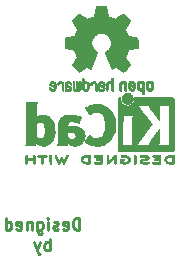
<source format=gbr>
G04 #@! TF.GenerationSoftware,KiCad,Pcbnew,5.1.5-52549c5~84~ubuntu18.04.1*
G04 #@! TF.CreationDate,2020-01-02T13:17:24-07:00*
G04 #@! TF.ProjectId,wemos-01,77656d6f-732d-4303-912e-6b696361645f,rev?*
G04 #@! TF.SameCoordinates,Original*
G04 #@! TF.FileFunction,Legend,Bot*
G04 #@! TF.FilePolarity,Positive*
%FSLAX46Y46*%
G04 Gerber Fmt 4.6, Leading zero omitted, Abs format (unit mm)*
G04 Created by KiCad (PCBNEW 5.1.5-52549c5~84~ubuntu18.04.1) date 2020-01-02 13:17:24*
%MOMM*%
%LPD*%
G04 APERTURE LIST*
%ADD10C,0.250000*%
%ADD11C,0.010000*%
G04 APERTURE END LIST*
D10*
X137866047Y-107781380D02*
X137866047Y-106781380D01*
X137627952Y-106781380D01*
X137485095Y-106829000D01*
X137389857Y-106924238D01*
X137342238Y-107019476D01*
X137294619Y-107209952D01*
X137294619Y-107352809D01*
X137342238Y-107543285D01*
X137389857Y-107638523D01*
X137485095Y-107733761D01*
X137627952Y-107781380D01*
X137866047Y-107781380D01*
X136485095Y-107733761D02*
X136580333Y-107781380D01*
X136770809Y-107781380D01*
X136866047Y-107733761D01*
X136913666Y-107638523D01*
X136913666Y-107257571D01*
X136866047Y-107162333D01*
X136770809Y-107114714D01*
X136580333Y-107114714D01*
X136485095Y-107162333D01*
X136437476Y-107257571D01*
X136437476Y-107352809D01*
X136913666Y-107448047D01*
X136056523Y-107733761D02*
X135961285Y-107781380D01*
X135770809Y-107781380D01*
X135675571Y-107733761D01*
X135627952Y-107638523D01*
X135627952Y-107590904D01*
X135675571Y-107495666D01*
X135770809Y-107448047D01*
X135913666Y-107448047D01*
X136008904Y-107400428D01*
X136056523Y-107305190D01*
X136056523Y-107257571D01*
X136008904Y-107162333D01*
X135913666Y-107114714D01*
X135770809Y-107114714D01*
X135675571Y-107162333D01*
X135199380Y-107781380D02*
X135199380Y-107114714D01*
X135199380Y-106781380D02*
X135247000Y-106829000D01*
X135199380Y-106876619D01*
X135151761Y-106829000D01*
X135199380Y-106781380D01*
X135199380Y-106876619D01*
X134294619Y-107114714D02*
X134294619Y-107924238D01*
X134342238Y-108019476D01*
X134389857Y-108067095D01*
X134485095Y-108114714D01*
X134627952Y-108114714D01*
X134723190Y-108067095D01*
X134294619Y-107733761D02*
X134389857Y-107781380D01*
X134580333Y-107781380D01*
X134675571Y-107733761D01*
X134723190Y-107686142D01*
X134770809Y-107590904D01*
X134770809Y-107305190D01*
X134723190Y-107209952D01*
X134675571Y-107162333D01*
X134580333Y-107114714D01*
X134389857Y-107114714D01*
X134294619Y-107162333D01*
X133818428Y-107114714D02*
X133818428Y-107781380D01*
X133818428Y-107209952D02*
X133770809Y-107162333D01*
X133675571Y-107114714D01*
X133532714Y-107114714D01*
X133437476Y-107162333D01*
X133389857Y-107257571D01*
X133389857Y-107781380D01*
X132532714Y-107733761D02*
X132627952Y-107781380D01*
X132818428Y-107781380D01*
X132913666Y-107733761D01*
X132961285Y-107638523D01*
X132961285Y-107257571D01*
X132913666Y-107162333D01*
X132818428Y-107114714D01*
X132627952Y-107114714D01*
X132532714Y-107162333D01*
X132485095Y-107257571D01*
X132485095Y-107352809D01*
X132961285Y-107448047D01*
X131627952Y-107781380D02*
X131627952Y-106781380D01*
X131627952Y-107733761D02*
X131723190Y-107781380D01*
X131913666Y-107781380D01*
X132008904Y-107733761D01*
X132056523Y-107686142D01*
X132104142Y-107590904D01*
X132104142Y-107305190D01*
X132056523Y-107209952D01*
X132008904Y-107162333D01*
X131913666Y-107114714D01*
X131723190Y-107114714D01*
X131627952Y-107162333D01*
X135342238Y-109531380D02*
X135342238Y-108531380D01*
X135342238Y-108912333D02*
X135247000Y-108864714D01*
X135056523Y-108864714D01*
X134961285Y-108912333D01*
X134913666Y-108959952D01*
X134866047Y-109055190D01*
X134866047Y-109340904D01*
X134913666Y-109436142D01*
X134961285Y-109483761D01*
X135056523Y-109531380D01*
X135247000Y-109531380D01*
X135342238Y-109483761D01*
X134532714Y-108864714D02*
X134294619Y-109531380D01*
X134056523Y-108864714D02*
X134294619Y-109531380D01*
X134389857Y-109769476D01*
X134437476Y-109817095D01*
X134532714Y-109864714D01*
D11*
G36*
X139560122Y-88870776D02*
G01*
X139454388Y-88871355D01*
X139377868Y-88872922D01*
X139325628Y-88875972D01*
X139292737Y-88880996D01*
X139274263Y-88888489D01*
X139265273Y-88898944D01*
X139260837Y-88912853D01*
X139260406Y-88914654D01*
X139253667Y-88947145D01*
X139241192Y-89011252D01*
X139224281Y-89100151D01*
X139204229Y-89207019D01*
X139182336Y-89325033D01*
X139181571Y-89329178D01*
X139159641Y-89444831D01*
X139139123Y-89547014D01*
X139121341Y-89629598D01*
X139107619Y-89686456D01*
X139099282Y-89711458D01*
X139098884Y-89711901D01*
X139074323Y-89724110D01*
X139023685Y-89744456D01*
X138957905Y-89768545D01*
X138957539Y-89768674D01*
X138874683Y-89799818D01*
X138777000Y-89839491D01*
X138684923Y-89879381D01*
X138680566Y-89881353D01*
X138530593Y-89949420D01*
X138198502Y-89722639D01*
X138096626Y-89653504D01*
X138004343Y-89591697D01*
X137926997Y-89540733D01*
X137869936Y-89504127D01*
X137838505Y-89485394D01*
X137835521Y-89484004D01*
X137812679Y-89490190D01*
X137770018Y-89520035D01*
X137705872Y-89574947D01*
X137618579Y-89656334D01*
X137529465Y-89742922D01*
X137443559Y-89828247D01*
X137366673Y-89906108D01*
X137303436Y-89971697D01*
X137258477Y-90020205D01*
X137236424Y-90046825D01*
X137235604Y-90048195D01*
X137233166Y-90066463D01*
X137242350Y-90096295D01*
X137265426Y-90141721D01*
X137304663Y-90206770D01*
X137362330Y-90295470D01*
X137439205Y-90409657D01*
X137507430Y-90510162D01*
X137568418Y-90600303D01*
X137618644Y-90674849D01*
X137654584Y-90728565D01*
X137672713Y-90756218D01*
X137673854Y-90758095D01*
X137671641Y-90784590D01*
X137654862Y-90836086D01*
X137626858Y-90902851D01*
X137616878Y-90924172D01*
X137573328Y-91019159D01*
X137526866Y-91126937D01*
X137489123Y-91220192D01*
X137461927Y-91289406D01*
X137440325Y-91342006D01*
X137427842Y-91369497D01*
X137426291Y-91371616D01*
X137403332Y-91375124D01*
X137349214Y-91384738D01*
X137271132Y-91399089D01*
X137176281Y-91416807D01*
X137071857Y-91436525D01*
X136965056Y-91456874D01*
X136863074Y-91476486D01*
X136773106Y-91493991D01*
X136702347Y-91508022D01*
X136657994Y-91517209D01*
X136647115Y-91519807D01*
X136635878Y-91526218D01*
X136627395Y-91540697D01*
X136621286Y-91568133D01*
X136617168Y-91613411D01*
X136614659Y-91681420D01*
X136613379Y-91777047D01*
X136612946Y-91905180D01*
X136612923Y-91957701D01*
X136612923Y-92384845D01*
X136715500Y-92405091D01*
X136772569Y-92416070D01*
X136857731Y-92432095D01*
X136960628Y-92451233D01*
X137070904Y-92471551D01*
X137101385Y-92477132D01*
X137203145Y-92496917D01*
X137291795Y-92516373D01*
X137359892Y-92533697D01*
X137399996Y-92547088D01*
X137406677Y-92551079D01*
X137423081Y-92579342D01*
X137446601Y-92634109D01*
X137472684Y-92704588D01*
X137477858Y-92719769D01*
X137512044Y-92813896D01*
X137554477Y-92920101D01*
X137596003Y-93015473D01*
X137596208Y-93015916D01*
X137665360Y-93165525D01*
X137210488Y-93834617D01*
X137502500Y-94127116D01*
X137590820Y-94214170D01*
X137671375Y-94290909D01*
X137739640Y-94353237D01*
X137791092Y-94397056D01*
X137821206Y-94418270D01*
X137825526Y-94419616D01*
X137850889Y-94409016D01*
X137902642Y-94379547D01*
X137975132Y-94334705D01*
X138062706Y-94277984D01*
X138157388Y-94214462D01*
X138253484Y-94149668D01*
X138339163Y-94093287D01*
X138408984Y-94048788D01*
X138457506Y-94019639D01*
X138479218Y-94009308D01*
X138505707Y-94018050D01*
X138555938Y-94041087D01*
X138619549Y-94073631D01*
X138626292Y-94077249D01*
X138711954Y-94120210D01*
X138770694Y-94141279D01*
X138807228Y-94141503D01*
X138826269Y-94121928D01*
X138826380Y-94121654D01*
X138835898Y-94098472D01*
X138858597Y-94043441D01*
X138892718Y-93960822D01*
X138936500Y-93854872D01*
X138988184Y-93729852D01*
X139046008Y-93590020D01*
X139102009Y-93454637D01*
X139163553Y-93305234D01*
X139220061Y-93166832D01*
X139269839Y-93043673D01*
X139311194Y-92940002D01*
X139342432Y-92860059D01*
X139361859Y-92808088D01*
X139367846Y-92788692D01*
X139352832Y-92766443D01*
X139313561Y-92730982D01*
X139261193Y-92691887D01*
X139112059Y-92568245D01*
X138995489Y-92426522D01*
X138912882Y-92269704D01*
X138865634Y-92100775D01*
X138855143Y-91922722D01*
X138862769Y-91840539D01*
X138904318Y-91670031D01*
X138975877Y-91519459D01*
X139073005Y-91390309D01*
X139191266Y-91284064D01*
X139326220Y-91202210D01*
X139473429Y-91146232D01*
X139628456Y-91117615D01*
X139786861Y-91117844D01*
X139944206Y-91148405D01*
X140096054Y-91210782D01*
X140237965Y-91306460D01*
X140297197Y-91360572D01*
X140410797Y-91499520D01*
X140489894Y-91651361D01*
X140535014Y-91811667D01*
X140546684Y-91976012D01*
X140525431Y-92139971D01*
X140471780Y-92299118D01*
X140386260Y-92449025D01*
X140269395Y-92585267D01*
X140138807Y-92691887D01*
X140084412Y-92732642D01*
X140045986Y-92767718D01*
X140032154Y-92788726D01*
X140039397Y-92811635D01*
X140059995Y-92866365D01*
X140092254Y-92948672D01*
X140134479Y-93054315D01*
X140184977Y-93179050D01*
X140242052Y-93318636D01*
X140298146Y-93454670D01*
X140360033Y-93604201D01*
X140417356Y-93742767D01*
X140468356Y-93866107D01*
X140511273Y-93969964D01*
X140544347Y-94050080D01*
X140565819Y-94102195D01*
X140573775Y-94121654D01*
X140592571Y-94141423D01*
X140628926Y-94141365D01*
X140687521Y-94120441D01*
X140773032Y-94077613D01*
X140773708Y-94077249D01*
X140838093Y-94044012D01*
X140890139Y-94019802D01*
X140919488Y-94009404D01*
X140920783Y-94009308D01*
X140942876Y-94019855D01*
X140991652Y-94049184D01*
X141061669Y-94093827D01*
X141147486Y-94150314D01*
X141242612Y-94214462D01*
X141339460Y-94279411D01*
X141426747Y-94335896D01*
X141498819Y-94380421D01*
X141550023Y-94409490D01*
X141574474Y-94419616D01*
X141596990Y-94406307D01*
X141642258Y-94369112D01*
X141705756Y-94312128D01*
X141782961Y-94239449D01*
X141869349Y-94155171D01*
X141897601Y-94127016D01*
X142189713Y-93834416D01*
X141967369Y-93508104D01*
X141899798Y-93407897D01*
X141840493Y-93317963D01*
X141792783Y-93243510D01*
X141759993Y-93189751D01*
X141745452Y-93161894D01*
X141745026Y-93159912D01*
X141752692Y-93133655D01*
X141773311Y-93080837D01*
X141803315Y-93010310D01*
X141824375Y-92963093D01*
X141863752Y-92872694D01*
X141900835Y-92781366D01*
X141929585Y-92704200D01*
X141937395Y-92680692D01*
X141959583Y-92617916D01*
X141981273Y-92569411D01*
X141993187Y-92551079D01*
X142019477Y-92539859D01*
X142076858Y-92523954D01*
X142157882Y-92505167D01*
X142255105Y-92485299D01*
X142298615Y-92477132D01*
X142409104Y-92456829D01*
X142515084Y-92437170D01*
X142606199Y-92420088D01*
X142672092Y-92407518D01*
X142684500Y-92405091D01*
X142787077Y-92384845D01*
X142787077Y-91957701D01*
X142786847Y-91817246D01*
X142785901Y-91710979D01*
X142783859Y-91634013D01*
X142780338Y-91581460D01*
X142774957Y-91548433D01*
X142767334Y-91530045D01*
X142757088Y-91521408D01*
X142752885Y-91519807D01*
X142727530Y-91514127D01*
X142671516Y-91502795D01*
X142592036Y-91487179D01*
X142496288Y-91468647D01*
X142391467Y-91448569D01*
X142284768Y-91428312D01*
X142183387Y-91409246D01*
X142094521Y-91392739D01*
X142025363Y-91380159D01*
X141983111Y-91372875D01*
X141973710Y-91371616D01*
X141965193Y-91354763D01*
X141946340Y-91309870D01*
X141920676Y-91245430D01*
X141910877Y-91220192D01*
X141871352Y-91122686D01*
X141824808Y-91014959D01*
X141783123Y-90924172D01*
X141752450Y-90854753D01*
X141732044Y-90797710D01*
X141725232Y-90762777D01*
X141726318Y-90758095D01*
X141740715Y-90735991D01*
X141773588Y-90686831D01*
X141821410Y-90615848D01*
X141880652Y-90528278D01*
X141947785Y-90429357D01*
X141961059Y-90409830D01*
X142038954Y-90294140D01*
X142096213Y-90206044D01*
X142135119Y-90141486D01*
X142157956Y-90096411D01*
X142167006Y-90066763D01*
X142164552Y-90048485D01*
X142164489Y-90048369D01*
X142145173Y-90024361D01*
X142102449Y-89977947D01*
X142040949Y-89913937D01*
X141965302Y-89837145D01*
X141880139Y-89752382D01*
X141870535Y-89742922D01*
X141763210Y-89638989D01*
X141680385Y-89562675D01*
X141620395Y-89512571D01*
X141581577Y-89487270D01*
X141564480Y-89484004D01*
X141539527Y-89498250D01*
X141487745Y-89531156D01*
X141414480Y-89579208D01*
X141325080Y-89638890D01*
X141224889Y-89706688D01*
X141201499Y-89722639D01*
X140869407Y-89949420D01*
X140719435Y-89881353D01*
X140628230Y-89841685D01*
X140530331Y-89801791D01*
X140446169Y-89769983D01*
X140442462Y-89768674D01*
X140376631Y-89744576D01*
X140325884Y-89724200D01*
X140301158Y-89711936D01*
X140301116Y-89711901D01*
X140293271Y-89689734D01*
X140279934Y-89635217D01*
X140262430Y-89554480D01*
X140242083Y-89453650D01*
X140220218Y-89338856D01*
X140218429Y-89329178D01*
X140196496Y-89210904D01*
X140176360Y-89103542D01*
X140159320Y-89013917D01*
X140146672Y-88948851D01*
X140139716Y-88915168D01*
X140139594Y-88914654D01*
X140135361Y-88900325D01*
X140127129Y-88889507D01*
X140109967Y-88881706D01*
X140078942Y-88876429D01*
X140029122Y-88873182D01*
X139955576Y-88871472D01*
X139853371Y-88870807D01*
X139717575Y-88870693D01*
X139700000Y-88870692D01*
X139560122Y-88870776D01*
G37*
X139560122Y-88870776D02*
X139454388Y-88871355D01*
X139377868Y-88872922D01*
X139325628Y-88875972D01*
X139292737Y-88880996D01*
X139274263Y-88888489D01*
X139265273Y-88898944D01*
X139260837Y-88912853D01*
X139260406Y-88914654D01*
X139253667Y-88947145D01*
X139241192Y-89011252D01*
X139224281Y-89100151D01*
X139204229Y-89207019D01*
X139182336Y-89325033D01*
X139181571Y-89329178D01*
X139159641Y-89444831D01*
X139139123Y-89547014D01*
X139121341Y-89629598D01*
X139107619Y-89686456D01*
X139099282Y-89711458D01*
X139098884Y-89711901D01*
X139074323Y-89724110D01*
X139023685Y-89744456D01*
X138957905Y-89768545D01*
X138957539Y-89768674D01*
X138874683Y-89799818D01*
X138777000Y-89839491D01*
X138684923Y-89879381D01*
X138680566Y-89881353D01*
X138530593Y-89949420D01*
X138198502Y-89722639D01*
X138096626Y-89653504D01*
X138004343Y-89591697D01*
X137926997Y-89540733D01*
X137869936Y-89504127D01*
X137838505Y-89485394D01*
X137835521Y-89484004D01*
X137812679Y-89490190D01*
X137770018Y-89520035D01*
X137705872Y-89574947D01*
X137618579Y-89656334D01*
X137529465Y-89742922D01*
X137443559Y-89828247D01*
X137366673Y-89906108D01*
X137303436Y-89971697D01*
X137258477Y-90020205D01*
X137236424Y-90046825D01*
X137235604Y-90048195D01*
X137233166Y-90066463D01*
X137242350Y-90096295D01*
X137265426Y-90141721D01*
X137304663Y-90206770D01*
X137362330Y-90295470D01*
X137439205Y-90409657D01*
X137507430Y-90510162D01*
X137568418Y-90600303D01*
X137618644Y-90674849D01*
X137654584Y-90728565D01*
X137672713Y-90756218D01*
X137673854Y-90758095D01*
X137671641Y-90784590D01*
X137654862Y-90836086D01*
X137626858Y-90902851D01*
X137616878Y-90924172D01*
X137573328Y-91019159D01*
X137526866Y-91126937D01*
X137489123Y-91220192D01*
X137461927Y-91289406D01*
X137440325Y-91342006D01*
X137427842Y-91369497D01*
X137426291Y-91371616D01*
X137403332Y-91375124D01*
X137349214Y-91384738D01*
X137271132Y-91399089D01*
X137176281Y-91416807D01*
X137071857Y-91436525D01*
X136965056Y-91456874D01*
X136863074Y-91476486D01*
X136773106Y-91493991D01*
X136702347Y-91508022D01*
X136657994Y-91517209D01*
X136647115Y-91519807D01*
X136635878Y-91526218D01*
X136627395Y-91540697D01*
X136621286Y-91568133D01*
X136617168Y-91613411D01*
X136614659Y-91681420D01*
X136613379Y-91777047D01*
X136612946Y-91905180D01*
X136612923Y-91957701D01*
X136612923Y-92384845D01*
X136715500Y-92405091D01*
X136772569Y-92416070D01*
X136857731Y-92432095D01*
X136960628Y-92451233D01*
X137070904Y-92471551D01*
X137101385Y-92477132D01*
X137203145Y-92496917D01*
X137291795Y-92516373D01*
X137359892Y-92533697D01*
X137399996Y-92547088D01*
X137406677Y-92551079D01*
X137423081Y-92579342D01*
X137446601Y-92634109D01*
X137472684Y-92704588D01*
X137477858Y-92719769D01*
X137512044Y-92813896D01*
X137554477Y-92920101D01*
X137596003Y-93015473D01*
X137596208Y-93015916D01*
X137665360Y-93165525D01*
X137210488Y-93834617D01*
X137502500Y-94127116D01*
X137590820Y-94214170D01*
X137671375Y-94290909D01*
X137739640Y-94353237D01*
X137791092Y-94397056D01*
X137821206Y-94418270D01*
X137825526Y-94419616D01*
X137850889Y-94409016D01*
X137902642Y-94379547D01*
X137975132Y-94334705D01*
X138062706Y-94277984D01*
X138157388Y-94214462D01*
X138253484Y-94149668D01*
X138339163Y-94093287D01*
X138408984Y-94048788D01*
X138457506Y-94019639D01*
X138479218Y-94009308D01*
X138505707Y-94018050D01*
X138555938Y-94041087D01*
X138619549Y-94073631D01*
X138626292Y-94077249D01*
X138711954Y-94120210D01*
X138770694Y-94141279D01*
X138807228Y-94141503D01*
X138826269Y-94121928D01*
X138826380Y-94121654D01*
X138835898Y-94098472D01*
X138858597Y-94043441D01*
X138892718Y-93960822D01*
X138936500Y-93854872D01*
X138988184Y-93729852D01*
X139046008Y-93590020D01*
X139102009Y-93454637D01*
X139163553Y-93305234D01*
X139220061Y-93166832D01*
X139269839Y-93043673D01*
X139311194Y-92940002D01*
X139342432Y-92860059D01*
X139361859Y-92808088D01*
X139367846Y-92788692D01*
X139352832Y-92766443D01*
X139313561Y-92730982D01*
X139261193Y-92691887D01*
X139112059Y-92568245D01*
X138995489Y-92426522D01*
X138912882Y-92269704D01*
X138865634Y-92100775D01*
X138855143Y-91922722D01*
X138862769Y-91840539D01*
X138904318Y-91670031D01*
X138975877Y-91519459D01*
X139073005Y-91390309D01*
X139191266Y-91284064D01*
X139326220Y-91202210D01*
X139473429Y-91146232D01*
X139628456Y-91117615D01*
X139786861Y-91117844D01*
X139944206Y-91148405D01*
X140096054Y-91210782D01*
X140237965Y-91306460D01*
X140297197Y-91360572D01*
X140410797Y-91499520D01*
X140489894Y-91651361D01*
X140535014Y-91811667D01*
X140546684Y-91976012D01*
X140525431Y-92139971D01*
X140471780Y-92299118D01*
X140386260Y-92449025D01*
X140269395Y-92585267D01*
X140138807Y-92691887D01*
X140084412Y-92732642D01*
X140045986Y-92767718D01*
X140032154Y-92788726D01*
X140039397Y-92811635D01*
X140059995Y-92866365D01*
X140092254Y-92948672D01*
X140134479Y-93054315D01*
X140184977Y-93179050D01*
X140242052Y-93318636D01*
X140298146Y-93454670D01*
X140360033Y-93604201D01*
X140417356Y-93742767D01*
X140468356Y-93866107D01*
X140511273Y-93969964D01*
X140544347Y-94050080D01*
X140565819Y-94102195D01*
X140573775Y-94121654D01*
X140592571Y-94141423D01*
X140628926Y-94141365D01*
X140687521Y-94120441D01*
X140773032Y-94077613D01*
X140773708Y-94077249D01*
X140838093Y-94044012D01*
X140890139Y-94019802D01*
X140919488Y-94009404D01*
X140920783Y-94009308D01*
X140942876Y-94019855D01*
X140991652Y-94049184D01*
X141061669Y-94093827D01*
X141147486Y-94150314D01*
X141242612Y-94214462D01*
X141339460Y-94279411D01*
X141426747Y-94335896D01*
X141498819Y-94380421D01*
X141550023Y-94409490D01*
X141574474Y-94419616D01*
X141596990Y-94406307D01*
X141642258Y-94369112D01*
X141705756Y-94312128D01*
X141782961Y-94239449D01*
X141869349Y-94155171D01*
X141897601Y-94127016D01*
X142189713Y-93834416D01*
X141967369Y-93508104D01*
X141899798Y-93407897D01*
X141840493Y-93317963D01*
X141792783Y-93243510D01*
X141759993Y-93189751D01*
X141745452Y-93161894D01*
X141745026Y-93159912D01*
X141752692Y-93133655D01*
X141773311Y-93080837D01*
X141803315Y-93010310D01*
X141824375Y-92963093D01*
X141863752Y-92872694D01*
X141900835Y-92781366D01*
X141929585Y-92704200D01*
X141937395Y-92680692D01*
X141959583Y-92617916D01*
X141981273Y-92569411D01*
X141993187Y-92551079D01*
X142019477Y-92539859D01*
X142076858Y-92523954D01*
X142157882Y-92505167D01*
X142255105Y-92485299D01*
X142298615Y-92477132D01*
X142409104Y-92456829D01*
X142515084Y-92437170D01*
X142606199Y-92420088D01*
X142672092Y-92407518D01*
X142684500Y-92405091D01*
X142787077Y-92384845D01*
X142787077Y-91957701D01*
X142786847Y-91817246D01*
X142785901Y-91710979D01*
X142783859Y-91634013D01*
X142780338Y-91581460D01*
X142774957Y-91548433D01*
X142767334Y-91530045D01*
X142757088Y-91521408D01*
X142752885Y-91519807D01*
X142727530Y-91514127D01*
X142671516Y-91502795D01*
X142592036Y-91487179D01*
X142496288Y-91468647D01*
X142391467Y-91448569D01*
X142284768Y-91428312D01*
X142183387Y-91409246D01*
X142094521Y-91392739D01*
X142025363Y-91380159D01*
X141983111Y-91372875D01*
X141973710Y-91371616D01*
X141965193Y-91354763D01*
X141946340Y-91309870D01*
X141920676Y-91245430D01*
X141910877Y-91220192D01*
X141871352Y-91122686D01*
X141824808Y-91014959D01*
X141783123Y-90924172D01*
X141752450Y-90854753D01*
X141732044Y-90797710D01*
X141725232Y-90762777D01*
X141726318Y-90758095D01*
X141740715Y-90735991D01*
X141773588Y-90686831D01*
X141821410Y-90615848D01*
X141880652Y-90528278D01*
X141947785Y-90429357D01*
X141961059Y-90409830D01*
X142038954Y-90294140D01*
X142096213Y-90206044D01*
X142135119Y-90141486D01*
X142157956Y-90096411D01*
X142167006Y-90066763D01*
X142164552Y-90048485D01*
X142164489Y-90048369D01*
X142145173Y-90024361D01*
X142102449Y-89977947D01*
X142040949Y-89913937D01*
X141965302Y-89837145D01*
X141880139Y-89752382D01*
X141870535Y-89742922D01*
X141763210Y-89638989D01*
X141680385Y-89562675D01*
X141620395Y-89512571D01*
X141581577Y-89487270D01*
X141564480Y-89484004D01*
X141539527Y-89498250D01*
X141487745Y-89531156D01*
X141414480Y-89579208D01*
X141325080Y-89638890D01*
X141224889Y-89706688D01*
X141201499Y-89722639D01*
X140869407Y-89949420D01*
X140719435Y-89881353D01*
X140628230Y-89841685D01*
X140530331Y-89801791D01*
X140446169Y-89769983D01*
X140442462Y-89768674D01*
X140376631Y-89744576D01*
X140325884Y-89724200D01*
X140301158Y-89711936D01*
X140301116Y-89711901D01*
X140293271Y-89689734D01*
X140279934Y-89635217D01*
X140262430Y-89554480D01*
X140242083Y-89453650D01*
X140220218Y-89338856D01*
X140218429Y-89329178D01*
X140196496Y-89210904D01*
X140176360Y-89103542D01*
X140159320Y-89013917D01*
X140146672Y-88948851D01*
X140139716Y-88915168D01*
X140139594Y-88914654D01*
X140135361Y-88900325D01*
X140127129Y-88889507D01*
X140109967Y-88881706D01*
X140078942Y-88876429D01*
X140029122Y-88873182D01*
X139955576Y-88871472D01*
X139853371Y-88870807D01*
X139717575Y-88870693D01*
X139700000Y-88870692D01*
X139560122Y-88870776D01*
G36*
X135454776Y-95230838D02*
G01*
X135377472Y-95281361D01*
X135340186Y-95326590D01*
X135310647Y-95408663D01*
X135308301Y-95473607D01*
X135313615Y-95560445D01*
X135513885Y-95648103D01*
X135611261Y-95692887D01*
X135674887Y-95728913D01*
X135707971Y-95760117D01*
X135713720Y-95790436D01*
X135695342Y-95823805D01*
X135675077Y-95845923D01*
X135616111Y-95881393D01*
X135551976Y-95883879D01*
X135493074Y-95856235D01*
X135449803Y-95801320D01*
X135442064Y-95781928D01*
X135404994Y-95721364D01*
X135362346Y-95695552D01*
X135303846Y-95673471D01*
X135303846Y-95757184D01*
X135309018Y-95814150D01*
X135329277Y-95862189D01*
X135371738Y-95917346D01*
X135378049Y-95924514D01*
X135425280Y-95973585D01*
X135465879Y-95999920D01*
X135516672Y-96012035D01*
X135558780Y-96016003D01*
X135634098Y-96016991D01*
X135687714Y-96004466D01*
X135721162Y-95985869D01*
X135773732Y-95944975D01*
X135810121Y-95900748D01*
X135833150Y-95845126D01*
X135845641Y-95770047D01*
X135850413Y-95667449D01*
X135850794Y-95615376D01*
X135849499Y-95552948D01*
X135731529Y-95552948D01*
X135730161Y-95586438D01*
X135726751Y-95591923D01*
X135704247Y-95584472D01*
X135655818Y-95564753D01*
X135591092Y-95536718D01*
X135577557Y-95530692D01*
X135495756Y-95489096D01*
X135450688Y-95452538D01*
X135440783Y-95418296D01*
X135464474Y-95383648D01*
X135484040Y-95368339D01*
X135554640Y-95337721D01*
X135620720Y-95342780D01*
X135676041Y-95380151D01*
X135714364Y-95446473D01*
X135726651Y-95499116D01*
X135731529Y-95552948D01*
X135849499Y-95552948D01*
X135848270Y-95493720D01*
X135838968Y-95403710D01*
X135820540Y-95338167D01*
X135790640Y-95289912D01*
X135746920Y-95251767D01*
X135727859Y-95239440D01*
X135641274Y-95207336D01*
X135546478Y-95205316D01*
X135454776Y-95230838D01*
G37*
X135454776Y-95230838D02*
X135377472Y-95281361D01*
X135340186Y-95326590D01*
X135310647Y-95408663D01*
X135308301Y-95473607D01*
X135313615Y-95560445D01*
X135513885Y-95648103D01*
X135611261Y-95692887D01*
X135674887Y-95728913D01*
X135707971Y-95760117D01*
X135713720Y-95790436D01*
X135695342Y-95823805D01*
X135675077Y-95845923D01*
X135616111Y-95881393D01*
X135551976Y-95883879D01*
X135493074Y-95856235D01*
X135449803Y-95801320D01*
X135442064Y-95781928D01*
X135404994Y-95721364D01*
X135362346Y-95695552D01*
X135303846Y-95673471D01*
X135303846Y-95757184D01*
X135309018Y-95814150D01*
X135329277Y-95862189D01*
X135371738Y-95917346D01*
X135378049Y-95924514D01*
X135425280Y-95973585D01*
X135465879Y-95999920D01*
X135516672Y-96012035D01*
X135558780Y-96016003D01*
X135634098Y-96016991D01*
X135687714Y-96004466D01*
X135721162Y-95985869D01*
X135773732Y-95944975D01*
X135810121Y-95900748D01*
X135833150Y-95845126D01*
X135845641Y-95770047D01*
X135850413Y-95667449D01*
X135850794Y-95615376D01*
X135849499Y-95552948D01*
X135731529Y-95552948D01*
X135730161Y-95586438D01*
X135726751Y-95591923D01*
X135704247Y-95584472D01*
X135655818Y-95564753D01*
X135591092Y-95536718D01*
X135577557Y-95530692D01*
X135495756Y-95489096D01*
X135450688Y-95452538D01*
X135440783Y-95418296D01*
X135464474Y-95383648D01*
X135484040Y-95368339D01*
X135554640Y-95337721D01*
X135620720Y-95342780D01*
X135676041Y-95380151D01*
X135714364Y-95446473D01*
X135726651Y-95499116D01*
X135731529Y-95552948D01*
X135849499Y-95552948D01*
X135848270Y-95493720D01*
X135838968Y-95403710D01*
X135820540Y-95338167D01*
X135790640Y-95289912D01*
X135746920Y-95251767D01*
X135727859Y-95239440D01*
X135641274Y-95207336D01*
X135546478Y-95205316D01*
X135454776Y-95230838D01*
G36*
X136129193Y-95219782D02*
G01*
X136105839Y-95229988D01*
X136050098Y-95274134D01*
X136002431Y-95337967D01*
X135972952Y-95406087D01*
X135968154Y-95439670D01*
X135984240Y-95486556D01*
X136019525Y-95511365D01*
X136057356Y-95526387D01*
X136074679Y-95529155D01*
X136083114Y-95509066D01*
X136099770Y-95465351D01*
X136107077Y-95445598D01*
X136148052Y-95377271D01*
X136207378Y-95343191D01*
X136283448Y-95344239D01*
X136289082Y-95345581D01*
X136329695Y-95364836D01*
X136359552Y-95402375D01*
X136379945Y-95462809D01*
X136392164Y-95550751D01*
X136397500Y-95670813D01*
X136398000Y-95734698D01*
X136398248Y-95835403D01*
X136399874Y-95904054D01*
X136404199Y-95947673D01*
X136412546Y-95973282D01*
X136426235Y-95987903D01*
X136446589Y-95998558D01*
X136447766Y-95999095D01*
X136486962Y-96015667D01*
X136506381Y-96021769D01*
X136509365Y-96003319D01*
X136511919Y-95952323D01*
X136513860Y-95875308D01*
X136515003Y-95778805D01*
X136515231Y-95708184D01*
X136514068Y-95571525D01*
X136509521Y-95467851D01*
X136500001Y-95391108D01*
X136483919Y-95335246D01*
X136459687Y-95294212D01*
X136425714Y-95261954D01*
X136392167Y-95239440D01*
X136311501Y-95209476D01*
X136217619Y-95202718D01*
X136129193Y-95219782D01*
G37*
X136129193Y-95219782D02*
X136105839Y-95229988D01*
X136050098Y-95274134D01*
X136002431Y-95337967D01*
X135972952Y-95406087D01*
X135968154Y-95439670D01*
X135984240Y-95486556D01*
X136019525Y-95511365D01*
X136057356Y-95526387D01*
X136074679Y-95529155D01*
X136083114Y-95509066D01*
X136099770Y-95465351D01*
X136107077Y-95445598D01*
X136148052Y-95377271D01*
X136207378Y-95343191D01*
X136283448Y-95344239D01*
X136289082Y-95345581D01*
X136329695Y-95364836D01*
X136359552Y-95402375D01*
X136379945Y-95462809D01*
X136392164Y-95550751D01*
X136397500Y-95670813D01*
X136398000Y-95734698D01*
X136398248Y-95835403D01*
X136399874Y-95904054D01*
X136404199Y-95947673D01*
X136412546Y-95973282D01*
X136426235Y-95987903D01*
X136446589Y-95998558D01*
X136447766Y-95999095D01*
X136486962Y-96015667D01*
X136506381Y-96021769D01*
X136509365Y-96003319D01*
X136511919Y-95952323D01*
X136513860Y-95875308D01*
X136515003Y-95778805D01*
X136515231Y-95708184D01*
X136514068Y-95571525D01*
X136509521Y-95467851D01*
X136500001Y-95391108D01*
X136483919Y-95335246D01*
X136459687Y-95294212D01*
X136425714Y-95261954D01*
X136392167Y-95239440D01*
X136311501Y-95209476D01*
X136217619Y-95202718D01*
X136129193Y-95219782D01*
G36*
X136812667Y-95216528D02*
G01*
X136756410Y-95242117D01*
X136712253Y-95273124D01*
X136679899Y-95307795D01*
X136657562Y-95352520D01*
X136643454Y-95413692D01*
X136635789Y-95497701D01*
X136632780Y-95610940D01*
X136632462Y-95685509D01*
X136632462Y-95976420D01*
X136682227Y-95999095D01*
X136721424Y-96015667D01*
X136740843Y-96021769D01*
X136744558Y-96003610D01*
X136747505Y-95954648D01*
X136749309Y-95883153D01*
X136749692Y-95826385D01*
X136751339Y-95744371D01*
X136755778Y-95679309D01*
X136762260Y-95639467D01*
X136767410Y-95631000D01*
X136802023Y-95639646D01*
X136856360Y-95661823D01*
X136919278Y-95691886D01*
X136979632Y-95724192D01*
X137026279Y-95753098D01*
X137048074Y-95772961D01*
X137048161Y-95773175D01*
X137046286Y-95809935D01*
X137029475Y-95845026D01*
X136999961Y-95873528D01*
X136956884Y-95883061D01*
X136920068Y-95881950D01*
X136867926Y-95881133D01*
X136840556Y-95893349D01*
X136824118Y-95925624D01*
X136822045Y-95931710D01*
X136814919Y-95977739D01*
X136833976Y-96005687D01*
X136883647Y-96019007D01*
X136937303Y-96021470D01*
X137033858Y-96003210D01*
X137083841Y-95977131D01*
X137145571Y-95915868D01*
X137178310Y-95840670D01*
X137181247Y-95761211D01*
X137153576Y-95687167D01*
X137111953Y-95640769D01*
X137070396Y-95614793D01*
X137005078Y-95581907D01*
X136928962Y-95548557D01*
X136916274Y-95543461D01*
X136832667Y-95506565D01*
X136784470Y-95474046D01*
X136768970Y-95441718D01*
X136783450Y-95405394D01*
X136808308Y-95377000D01*
X136867061Y-95342039D01*
X136931707Y-95339417D01*
X136990992Y-95366358D01*
X137033661Y-95420088D01*
X137039261Y-95433950D01*
X137071867Y-95484936D01*
X137119470Y-95522787D01*
X137179539Y-95553850D01*
X137179539Y-95465768D01*
X137176003Y-95411951D01*
X137160844Y-95369534D01*
X137127232Y-95324279D01*
X137094965Y-95289420D01*
X137044791Y-95240062D01*
X137005807Y-95213547D01*
X136963936Y-95202911D01*
X136916540Y-95201154D01*
X136812667Y-95216528D01*
G37*
X136812667Y-95216528D02*
X136756410Y-95242117D01*
X136712253Y-95273124D01*
X136679899Y-95307795D01*
X136657562Y-95352520D01*
X136643454Y-95413692D01*
X136635789Y-95497701D01*
X136632780Y-95610940D01*
X136632462Y-95685509D01*
X136632462Y-95976420D01*
X136682227Y-95999095D01*
X136721424Y-96015667D01*
X136740843Y-96021769D01*
X136744558Y-96003610D01*
X136747505Y-95954648D01*
X136749309Y-95883153D01*
X136749692Y-95826385D01*
X136751339Y-95744371D01*
X136755778Y-95679309D01*
X136762260Y-95639467D01*
X136767410Y-95631000D01*
X136802023Y-95639646D01*
X136856360Y-95661823D01*
X136919278Y-95691886D01*
X136979632Y-95724192D01*
X137026279Y-95753098D01*
X137048074Y-95772961D01*
X137048161Y-95773175D01*
X137046286Y-95809935D01*
X137029475Y-95845026D01*
X136999961Y-95873528D01*
X136956884Y-95883061D01*
X136920068Y-95881950D01*
X136867926Y-95881133D01*
X136840556Y-95893349D01*
X136824118Y-95925624D01*
X136822045Y-95931710D01*
X136814919Y-95977739D01*
X136833976Y-96005687D01*
X136883647Y-96019007D01*
X136937303Y-96021470D01*
X137033858Y-96003210D01*
X137083841Y-95977131D01*
X137145571Y-95915868D01*
X137178310Y-95840670D01*
X137181247Y-95761211D01*
X137153576Y-95687167D01*
X137111953Y-95640769D01*
X137070396Y-95614793D01*
X137005078Y-95581907D01*
X136928962Y-95548557D01*
X136916274Y-95543461D01*
X136832667Y-95506565D01*
X136784470Y-95474046D01*
X136768970Y-95441718D01*
X136783450Y-95405394D01*
X136808308Y-95377000D01*
X136867061Y-95342039D01*
X136931707Y-95339417D01*
X136990992Y-95366358D01*
X137033661Y-95420088D01*
X137039261Y-95433950D01*
X137071867Y-95484936D01*
X137119470Y-95522787D01*
X137179539Y-95553850D01*
X137179539Y-95465768D01*
X137176003Y-95411951D01*
X137160844Y-95369534D01*
X137127232Y-95324279D01*
X137094965Y-95289420D01*
X137044791Y-95240062D01*
X137005807Y-95213547D01*
X136963936Y-95202911D01*
X136916540Y-95201154D01*
X136812667Y-95216528D01*
G36*
X137304071Y-95219662D02*
G01*
X137301089Y-95271068D01*
X137298753Y-95349192D01*
X137297251Y-95447857D01*
X137296769Y-95551343D01*
X137296769Y-95901533D01*
X137358599Y-95963363D01*
X137401207Y-96001462D01*
X137438610Y-96016895D01*
X137489730Y-96015918D01*
X137510022Y-96013433D01*
X137573446Y-96006200D01*
X137625905Y-96002055D01*
X137638692Y-96001672D01*
X137681801Y-96004176D01*
X137743456Y-96010462D01*
X137767362Y-96013433D01*
X137826078Y-96018028D01*
X137865536Y-96008046D01*
X137904662Y-95977228D01*
X137918785Y-95963363D01*
X137980615Y-95901533D01*
X137980615Y-95246503D01*
X137930850Y-95223829D01*
X137887998Y-95207034D01*
X137862927Y-95201154D01*
X137856499Y-95219736D01*
X137850491Y-95271655D01*
X137845303Y-95351172D01*
X137841336Y-95452546D01*
X137839423Y-95538192D01*
X137834077Y-95875231D01*
X137787440Y-95881825D01*
X137745024Y-95877214D01*
X137724240Y-95862287D01*
X137718430Y-95834377D01*
X137713470Y-95774925D01*
X137709754Y-95691466D01*
X137707676Y-95591532D01*
X137707376Y-95540104D01*
X137707077Y-95244054D01*
X137645546Y-95222604D01*
X137601996Y-95208020D01*
X137578306Y-95201219D01*
X137577623Y-95201154D01*
X137575246Y-95219642D01*
X137572634Y-95270906D01*
X137570005Y-95348649D01*
X137567579Y-95446574D01*
X137565885Y-95538192D01*
X137560539Y-95875231D01*
X137443308Y-95875231D01*
X137437928Y-95567746D01*
X137432549Y-95260261D01*
X137375399Y-95230707D01*
X137333203Y-95210413D01*
X137308230Y-95201204D01*
X137307509Y-95201154D01*
X137304071Y-95219662D01*
G37*
X137304071Y-95219662D02*
X137301089Y-95271068D01*
X137298753Y-95349192D01*
X137297251Y-95447857D01*
X137296769Y-95551343D01*
X137296769Y-95901533D01*
X137358599Y-95963363D01*
X137401207Y-96001462D01*
X137438610Y-96016895D01*
X137489730Y-96015918D01*
X137510022Y-96013433D01*
X137573446Y-96006200D01*
X137625905Y-96002055D01*
X137638692Y-96001672D01*
X137681801Y-96004176D01*
X137743456Y-96010462D01*
X137767362Y-96013433D01*
X137826078Y-96018028D01*
X137865536Y-96008046D01*
X137904662Y-95977228D01*
X137918785Y-95963363D01*
X137980615Y-95901533D01*
X137980615Y-95246503D01*
X137930850Y-95223829D01*
X137887998Y-95207034D01*
X137862927Y-95201154D01*
X137856499Y-95219736D01*
X137850491Y-95271655D01*
X137845303Y-95351172D01*
X137841336Y-95452546D01*
X137839423Y-95538192D01*
X137834077Y-95875231D01*
X137787440Y-95881825D01*
X137745024Y-95877214D01*
X137724240Y-95862287D01*
X137718430Y-95834377D01*
X137713470Y-95774925D01*
X137709754Y-95691466D01*
X137707676Y-95591532D01*
X137707376Y-95540104D01*
X137707077Y-95244054D01*
X137645546Y-95222604D01*
X137601996Y-95208020D01*
X137578306Y-95201219D01*
X137577623Y-95201154D01*
X137575246Y-95219642D01*
X137572634Y-95270906D01*
X137570005Y-95348649D01*
X137567579Y-95446574D01*
X137565885Y-95538192D01*
X137560539Y-95875231D01*
X137443308Y-95875231D01*
X137437928Y-95567746D01*
X137432549Y-95260261D01*
X137375399Y-95230707D01*
X137333203Y-95210413D01*
X137308230Y-95201204D01*
X137307509Y-95201154D01*
X137304071Y-95219662D01*
G36*
X138097919Y-95363289D02*
G01*
X138098167Y-95509320D01*
X138099128Y-95621655D01*
X138101206Y-95705678D01*
X138104807Y-95766769D01*
X138110335Y-95810309D01*
X138118196Y-95841679D01*
X138128793Y-95866262D01*
X138136818Y-95880294D01*
X138203272Y-95956388D01*
X138287530Y-96004084D01*
X138380751Y-96021199D01*
X138474100Y-96005546D01*
X138529688Y-95977418D01*
X138588043Y-95928760D01*
X138627814Y-95869333D01*
X138651810Y-95791507D01*
X138662839Y-95687652D01*
X138664401Y-95611462D01*
X138664191Y-95605986D01*
X138527692Y-95605986D01*
X138526859Y-95693355D01*
X138523039Y-95751192D01*
X138514254Y-95789029D01*
X138498526Y-95816398D01*
X138479734Y-95837042D01*
X138416625Y-95876890D01*
X138348863Y-95880295D01*
X138284821Y-95847025D01*
X138279836Y-95842517D01*
X138258561Y-95819067D01*
X138245221Y-95791166D01*
X138237999Y-95749641D01*
X138235077Y-95685316D01*
X138234615Y-95614200D01*
X138235617Y-95524858D01*
X138239762Y-95465258D01*
X138248764Y-95426089D01*
X138264333Y-95398040D01*
X138277098Y-95383144D01*
X138336400Y-95345575D01*
X138404699Y-95341057D01*
X138469890Y-95369753D01*
X138482472Y-95380406D01*
X138503889Y-95404063D01*
X138517256Y-95432251D01*
X138524434Y-95474245D01*
X138527281Y-95539319D01*
X138527692Y-95605986D01*
X138664191Y-95605986D01*
X138659678Y-95488765D01*
X138643638Y-95396577D01*
X138613472Y-95327269D01*
X138566371Y-95273211D01*
X138529688Y-95245505D01*
X138463010Y-95215572D01*
X138385728Y-95201678D01*
X138313890Y-95205397D01*
X138273692Y-95220400D01*
X138257918Y-95224670D01*
X138247450Y-95208750D01*
X138240144Y-95166089D01*
X138234615Y-95101106D01*
X138228563Y-95028732D01*
X138220156Y-94985187D01*
X138204859Y-94960287D01*
X138178136Y-94943845D01*
X138161346Y-94936564D01*
X138097846Y-94909963D01*
X138097919Y-95363289D01*
G37*
X138097919Y-95363289D02*
X138098167Y-95509320D01*
X138099128Y-95621655D01*
X138101206Y-95705678D01*
X138104807Y-95766769D01*
X138110335Y-95810309D01*
X138118196Y-95841679D01*
X138128793Y-95866262D01*
X138136818Y-95880294D01*
X138203272Y-95956388D01*
X138287530Y-96004084D01*
X138380751Y-96021199D01*
X138474100Y-96005546D01*
X138529688Y-95977418D01*
X138588043Y-95928760D01*
X138627814Y-95869333D01*
X138651810Y-95791507D01*
X138662839Y-95687652D01*
X138664401Y-95611462D01*
X138664191Y-95605986D01*
X138527692Y-95605986D01*
X138526859Y-95693355D01*
X138523039Y-95751192D01*
X138514254Y-95789029D01*
X138498526Y-95816398D01*
X138479734Y-95837042D01*
X138416625Y-95876890D01*
X138348863Y-95880295D01*
X138284821Y-95847025D01*
X138279836Y-95842517D01*
X138258561Y-95819067D01*
X138245221Y-95791166D01*
X138237999Y-95749641D01*
X138235077Y-95685316D01*
X138234615Y-95614200D01*
X138235617Y-95524858D01*
X138239762Y-95465258D01*
X138248764Y-95426089D01*
X138264333Y-95398040D01*
X138277098Y-95383144D01*
X138336400Y-95345575D01*
X138404699Y-95341057D01*
X138469890Y-95369753D01*
X138482472Y-95380406D01*
X138503889Y-95404063D01*
X138517256Y-95432251D01*
X138524434Y-95474245D01*
X138527281Y-95539319D01*
X138527692Y-95605986D01*
X138664191Y-95605986D01*
X138659678Y-95488765D01*
X138643638Y-95396577D01*
X138613472Y-95327269D01*
X138566371Y-95273211D01*
X138529688Y-95245505D01*
X138463010Y-95215572D01*
X138385728Y-95201678D01*
X138313890Y-95205397D01*
X138273692Y-95220400D01*
X138257918Y-95224670D01*
X138247450Y-95208750D01*
X138240144Y-95166089D01*
X138234615Y-95101106D01*
X138228563Y-95028732D01*
X138220156Y-94985187D01*
X138204859Y-94960287D01*
X138178136Y-94943845D01*
X138161346Y-94936564D01*
X138097846Y-94909963D01*
X138097919Y-95363289D01*
G36*
X138986638Y-95207670D02*
G01*
X138897883Y-95240421D01*
X138825978Y-95298350D01*
X138797856Y-95339128D01*
X138767198Y-95413954D01*
X138767835Y-95468058D01*
X138800013Y-95504446D01*
X138811919Y-95510633D01*
X138863325Y-95529925D01*
X138889578Y-95524982D01*
X138898470Y-95492587D01*
X138898923Y-95474692D01*
X138915203Y-95408859D01*
X138957635Y-95362807D01*
X139016612Y-95340564D01*
X139082525Y-95346161D01*
X139136105Y-95375229D01*
X139154202Y-95391810D01*
X139167029Y-95411925D01*
X139175694Y-95442332D01*
X139181304Y-95489788D01*
X139184965Y-95561050D01*
X139187785Y-95662875D01*
X139188516Y-95695115D01*
X139191180Y-95805410D01*
X139194208Y-95883036D01*
X139198750Y-95934396D01*
X139205954Y-95965890D01*
X139216967Y-95983920D01*
X139232940Y-95994888D01*
X139243166Y-95999733D01*
X139286594Y-96016301D01*
X139312158Y-96021769D01*
X139320605Y-96003507D01*
X139325761Y-95948296D01*
X139327654Y-95855499D01*
X139326311Y-95724478D01*
X139325893Y-95704269D01*
X139322942Y-95584733D01*
X139319452Y-95497449D01*
X139314486Y-95435591D01*
X139307107Y-95392336D01*
X139296376Y-95360860D01*
X139281355Y-95334339D01*
X139273498Y-95322975D01*
X139228447Y-95272692D01*
X139178060Y-95233581D01*
X139171892Y-95230167D01*
X139081542Y-95203212D01*
X138986638Y-95207670D01*
G37*
X138986638Y-95207670D02*
X138897883Y-95240421D01*
X138825978Y-95298350D01*
X138797856Y-95339128D01*
X138767198Y-95413954D01*
X138767835Y-95468058D01*
X138800013Y-95504446D01*
X138811919Y-95510633D01*
X138863325Y-95529925D01*
X138889578Y-95524982D01*
X138898470Y-95492587D01*
X138898923Y-95474692D01*
X138915203Y-95408859D01*
X138957635Y-95362807D01*
X139016612Y-95340564D01*
X139082525Y-95346161D01*
X139136105Y-95375229D01*
X139154202Y-95391810D01*
X139167029Y-95411925D01*
X139175694Y-95442332D01*
X139181304Y-95489788D01*
X139184965Y-95561050D01*
X139187785Y-95662875D01*
X139188516Y-95695115D01*
X139191180Y-95805410D01*
X139194208Y-95883036D01*
X139198750Y-95934396D01*
X139205954Y-95965890D01*
X139216967Y-95983920D01*
X139232940Y-95994888D01*
X139243166Y-95999733D01*
X139286594Y-96016301D01*
X139312158Y-96021769D01*
X139320605Y-96003507D01*
X139325761Y-95948296D01*
X139327654Y-95855499D01*
X139326311Y-95724478D01*
X139325893Y-95704269D01*
X139322942Y-95584733D01*
X139319452Y-95497449D01*
X139314486Y-95435591D01*
X139307107Y-95392336D01*
X139296376Y-95360860D01*
X139281355Y-95334339D01*
X139273498Y-95322975D01*
X139228447Y-95272692D01*
X139178060Y-95233581D01*
X139171892Y-95230167D01*
X139081542Y-95203212D01*
X138986638Y-95207670D01*
G36*
X139646499Y-95209303D02*
G01*
X139569940Y-95237733D01*
X139569064Y-95238279D01*
X139521715Y-95273127D01*
X139486759Y-95313852D01*
X139462175Y-95366925D01*
X139445938Y-95438814D01*
X139436025Y-95535992D01*
X139430414Y-95664928D01*
X139429923Y-95683298D01*
X139422859Y-95960287D01*
X139482305Y-95991028D01*
X139525319Y-96011802D01*
X139551290Y-96021646D01*
X139552491Y-96021769D01*
X139556986Y-96003606D01*
X139560556Y-95954612D01*
X139562752Y-95883031D01*
X139563231Y-95825068D01*
X139563242Y-95731170D01*
X139567534Y-95672203D01*
X139582497Y-95644079D01*
X139614518Y-95642706D01*
X139669986Y-95663998D01*
X139753731Y-95703136D01*
X139815311Y-95735643D01*
X139846983Y-95763845D01*
X139856294Y-95794582D01*
X139856308Y-95796104D01*
X139840943Y-95849054D01*
X139795453Y-95877660D01*
X139725834Y-95881803D01*
X139675687Y-95881084D01*
X139649246Y-95895527D01*
X139632757Y-95930218D01*
X139623267Y-95974416D01*
X139636943Y-95999493D01*
X139642093Y-96003082D01*
X139690575Y-96017496D01*
X139758469Y-96019537D01*
X139828388Y-96009983D01*
X139877932Y-95992522D01*
X139946430Y-95934364D01*
X139985366Y-95853408D01*
X139993077Y-95790160D01*
X139987193Y-95733111D01*
X139965899Y-95686542D01*
X139923735Y-95645181D01*
X139855241Y-95603755D01*
X139754956Y-95556993D01*
X139748846Y-95554350D01*
X139658510Y-95512617D01*
X139602765Y-95478391D01*
X139578871Y-95447635D01*
X139584087Y-95416311D01*
X139615672Y-95380383D01*
X139625117Y-95372116D01*
X139688383Y-95340058D01*
X139753936Y-95341407D01*
X139811028Y-95372838D01*
X139848907Y-95431024D01*
X139852426Y-95442446D01*
X139886700Y-95497837D01*
X139930191Y-95524518D01*
X139993077Y-95550960D01*
X139993077Y-95482548D01*
X139973948Y-95383110D01*
X139917169Y-95291902D01*
X139887622Y-95261389D01*
X139820458Y-95222228D01*
X139735044Y-95204500D01*
X139646499Y-95209303D01*
G37*
X139646499Y-95209303D02*
X139569940Y-95237733D01*
X139569064Y-95238279D01*
X139521715Y-95273127D01*
X139486759Y-95313852D01*
X139462175Y-95366925D01*
X139445938Y-95438814D01*
X139436025Y-95535992D01*
X139430414Y-95664928D01*
X139429923Y-95683298D01*
X139422859Y-95960287D01*
X139482305Y-95991028D01*
X139525319Y-96011802D01*
X139551290Y-96021646D01*
X139552491Y-96021769D01*
X139556986Y-96003606D01*
X139560556Y-95954612D01*
X139562752Y-95883031D01*
X139563231Y-95825068D01*
X139563242Y-95731170D01*
X139567534Y-95672203D01*
X139582497Y-95644079D01*
X139614518Y-95642706D01*
X139669986Y-95663998D01*
X139753731Y-95703136D01*
X139815311Y-95735643D01*
X139846983Y-95763845D01*
X139856294Y-95794582D01*
X139856308Y-95796104D01*
X139840943Y-95849054D01*
X139795453Y-95877660D01*
X139725834Y-95881803D01*
X139675687Y-95881084D01*
X139649246Y-95895527D01*
X139632757Y-95930218D01*
X139623267Y-95974416D01*
X139636943Y-95999493D01*
X139642093Y-96003082D01*
X139690575Y-96017496D01*
X139758469Y-96019537D01*
X139828388Y-96009983D01*
X139877932Y-95992522D01*
X139946430Y-95934364D01*
X139985366Y-95853408D01*
X139993077Y-95790160D01*
X139987193Y-95733111D01*
X139965899Y-95686542D01*
X139923735Y-95645181D01*
X139855241Y-95603755D01*
X139754956Y-95556993D01*
X139748846Y-95554350D01*
X139658510Y-95512617D01*
X139602765Y-95478391D01*
X139578871Y-95447635D01*
X139584087Y-95416311D01*
X139615672Y-95380383D01*
X139625117Y-95372116D01*
X139688383Y-95340058D01*
X139753936Y-95341407D01*
X139811028Y-95372838D01*
X139848907Y-95431024D01*
X139852426Y-95442446D01*
X139886700Y-95497837D01*
X139930191Y-95524518D01*
X139993077Y-95550960D01*
X139993077Y-95482548D01*
X139973948Y-95383110D01*
X139917169Y-95291902D01*
X139887622Y-95261389D01*
X139820458Y-95222228D01*
X139735044Y-95204500D01*
X139646499Y-95209303D01*
G36*
X140540154Y-95075120D02*
G01*
X140534428Y-95154980D01*
X140527851Y-95202039D01*
X140518738Y-95222566D01*
X140505402Y-95222829D01*
X140501077Y-95220378D01*
X140443556Y-95202636D01*
X140368732Y-95203672D01*
X140292661Y-95221910D01*
X140245082Y-95245505D01*
X140196298Y-95283198D01*
X140160636Y-95325855D01*
X140136155Y-95380057D01*
X140120913Y-95452384D01*
X140112970Y-95549419D01*
X140110384Y-95677742D01*
X140110338Y-95702358D01*
X140110308Y-95978870D01*
X140171839Y-96000320D01*
X140215541Y-96014912D01*
X140239518Y-96021706D01*
X140240223Y-96021769D01*
X140242585Y-96003345D01*
X140244594Y-95952526D01*
X140246099Y-95875993D01*
X140246947Y-95780430D01*
X140247077Y-95722329D01*
X140247349Y-95607771D01*
X140248748Y-95525667D01*
X140252151Y-95469393D01*
X140258433Y-95432326D01*
X140268471Y-95407844D01*
X140283139Y-95389325D01*
X140292298Y-95380406D01*
X140355211Y-95344466D01*
X140423864Y-95341775D01*
X140486152Y-95372170D01*
X140497671Y-95383144D01*
X140514567Y-95403779D01*
X140526286Y-95428256D01*
X140533767Y-95463647D01*
X140537946Y-95517026D01*
X140539763Y-95595466D01*
X140540154Y-95703617D01*
X140540154Y-95978870D01*
X140601685Y-96000320D01*
X140645387Y-96014912D01*
X140669364Y-96021706D01*
X140670070Y-96021769D01*
X140671874Y-96003069D01*
X140673500Y-95950322D01*
X140674883Y-95868557D01*
X140675958Y-95762805D01*
X140676660Y-95638094D01*
X140676923Y-95499455D01*
X140676923Y-94964806D01*
X140549923Y-94911236D01*
X140540154Y-95075120D01*
G37*
X140540154Y-95075120D02*
X140534428Y-95154980D01*
X140527851Y-95202039D01*
X140518738Y-95222566D01*
X140505402Y-95222829D01*
X140501077Y-95220378D01*
X140443556Y-95202636D01*
X140368732Y-95203672D01*
X140292661Y-95221910D01*
X140245082Y-95245505D01*
X140196298Y-95283198D01*
X140160636Y-95325855D01*
X140136155Y-95380057D01*
X140120913Y-95452384D01*
X140112970Y-95549419D01*
X140110384Y-95677742D01*
X140110338Y-95702358D01*
X140110308Y-95978870D01*
X140171839Y-96000320D01*
X140215541Y-96014912D01*
X140239518Y-96021706D01*
X140240223Y-96021769D01*
X140242585Y-96003345D01*
X140244594Y-95952526D01*
X140246099Y-95875993D01*
X140246947Y-95780430D01*
X140247077Y-95722329D01*
X140247349Y-95607771D01*
X140248748Y-95525667D01*
X140252151Y-95469393D01*
X140258433Y-95432326D01*
X140268471Y-95407844D01*
X140283139Y-95389325D01*
X140292298Y-95380406D01*
X140355211Y-95344466D01*
X140423864Y-95341775D01*
X140486152Y-95372170D01*
X140497671Y-95383144D01*
X140514567Y-95403779D01*
X140526286Y-95428256D01*
X140533767Y-95463647D01*
X140537946Y-95517026D01*
X140539763Y-95595466D01*
X140540154Y-95703617D01*
X140540154Y-95978870D01*
X140601685Y-96000320D01*
X140645387Y-96014912D01*
X140669364Y-96021706D01*
X140670070Y-96021769D01*
X140671874Y-96003069D01*
X140673500Y-95950322D01*
X140674883Y-95868557D01*
X140675958Y-95762805D01*
X140676660Y-95638094D01*
X140676923Y-95499455D01*
X140676923Y-94964806D01*
X140549923Y-94911236D01*
X140540154Y-95075120D01*
G36*
X142165746Y-95182745D02*
G01*
X142088714Y-95234567D01*
X142029184Y-95309412D01*
X141993622Y-95404654D01*
X141986429Y-95474756D01*
X141987246Y-95504009D01*
X141994086Y-95526407D01*
X142012888Y-95546474D01*
X142049592Y-95568733D01*
X142110138Y-95597709D01*
X142200466Y-95637927D01*
X142200923Y-95638129D01*
X142284067Y-95676210D01*
X142352247Y-95710025D01*
X142398495Y-95735933D01*
X142415842Y-95750295D01*
X142415846Y-95750411D01*
X142400557Y-95781685D01*
X142364804Y-95816157D01*
X142323758Y-95840990D01*
X142302963Y-95845923D01*
X142246230Y-95828862D01*
X142197373Y-95786133D01*
X142173535Y-95739155D01*
X142150603Y-95704522D01*
X142105682Y-95665081D01*
X142052877Y-95631009D01*
X142006290Y-95612480D01*
X141996548Y-95611462D01*
X141985582Y-95628215D01*
X141984921Y-95671039D01*
X141992980Y-95728781D01*
X142008173Y-95790289D01*
X142028914Y-95844409D01*
X142029962Y-95846510D01*
X142092379Y-95933660D01*
X142173274Y-95992939D01*
X142265144Y-96022034D01*
X142360487Y-96018634D01*
X142451802Y-95980428D01*
X142455862Y-95977741D01*
X142527694Y-95912642D01*
X142574927Y-95827705D01*
X142601066Y-95716021D01*
X142604574Y-95684643D01*
X142610787Y-95536536D01*
X142603339Y-95467468D01*
X142415846Y-95467468D01*
X142413410Y-95510552D01*
X142400086Y-95523126D01*
X142366868Y-95513719D01*
X142314506Y-95491483D01*
X142255976Y-95463610D01*
X142254521Y-95462872D01*
X142204911Y-95436777D01*
X142185000Y-95419363D01*
X142189910Y-95401107D01*
X142210584Y-95377120D01*
X142263181Y-95342406D01*
X142319823Y-95339856D01*
X142370631Y-95365119D01*
X142405724Y-95413847D01*
X142415846Y-95467468D01*
X142603339Y-95467468D01*
X142598008Y-95418036D01*
X142565222Y-95324055D01*
X142519579Y-95258215D01*
X142437198Y-95191681D01*
X142346454Y-95158676D01*
X142253815Y-95156573D01*
X142165746Y-95182745D01*
G37*
X142165746Y-95182745D02*
X142088714Y-95234567D01*
X142029184Y-95309412D01*
X141993622Y-95404654D01*
X141986429Y-95474756D01*
X141987246Y-95504009D01*
X141994086Y-95526407D01*
X142012888Y-95546474D01*
X142049592Y-95568733D01*
X142110138Y-95597709D01*
X142200466Y-95637927D01*
X142200923Y-95638129D01*
X142284067Y-95676210D01*
X142352247Y-95710025D01*
X142398495Y-95735933D01*
X142415842Y-95750295D01*
X142415846Y-95750411D01*
X142400557Y-95781685D01*
X142364804Y-95816157D01*
X142323758Y-95840990D01*
X142302963Y-95845923D01*
X142246230Y-95828862D01*
X142197373Y-95786133D01*
X142173535Y-95739155D01*
X142150603Y-95704522D01*
X142105682Y-95665081D01*
X142052877Y-95631009D01*
X142006290Y-95612480D01*
X141996548Y-95611462D01*
X141985582Y-95628215D01*
X141984921Y-95671039D01*
X141992980Y-95728781D01*
X142008173Y-95790289D01*
X142028914Y-95844409D01*
X142029962Y-95846510D01*
X142092379Y-95933660D01*
X142173274Y-95992939D01*
X142265144Y-96022034D01*
X142360487Y-96018634D01*
X142451802Y-95980428D01*
X142455862Y-95977741D01*
X142527694Y-95912642D01*
X142574927Y-95827705D01*
X142601066Y-95716021D01*
X142604574Y-95684643D01*
X142610787Y-95536536D01*
X142603339Y-95467468D01*
X142415846Y-95467468D01*
X142413410Y-95510552D01*
X142400086Y-95523126D01*
X142366868Y-95513719D01*
X142314506Y-95491483D01*
X142255976Y-95463610D01*
X142254521Y-95462872D01*
X142204911Y-95436777D01*
X142185000Y-95419363D01*
X142189910Y-95401107D01*
X142210584Y-95377120D01*
X142263181Y-95342406D01*
X142319823Y-95339856D01*
X142370631Y-95365119D01*
X142405724Y-95413847D01*
X142415846Y-95467468D01*
X142603339Y-95467468D01*
X142598008Y-95418036D01*
X142565222Y-95324055D01*
X142519579Y-95258215D01*
X142437198Y-95191681D01*
X142346454Y-95158676D01*
X142253815Y-95156573D01*
X142165746Y-95182745D01*
G36*
X143683114Y-95170256D02*
G01*
X143591536Y-95218409D01*
X143523951Y-95295905D01*
X143499943Y-95345727D01*
X143481262Y-95420533D01*
X143471699Y-95515052D01*
X143470792Y-95618210D01*
X143478079Y-95718935D01*
X143493097Y-95806153D01*
X143515385Y-95868791D01*
X143522235Y-95879579D01*
X143603368Y-95960105D01*
X143699734Y-96008336D01*
X143804299Y-96022450D01*
X143910032Y-96000629D01*
X143939457Y-95987547D01*
X143996759Y-95947231D01*
X144047050Y-95893775D01*
X144051803Y-95886995D01*
X144071122Y-95854321D01*
X144083892Y-95819394D01*
X144091436Y-95773414D01*
X144095076Y-95707584D01*
X144096135Y-95613105D01*
X144096154Y-95591923D01*
X144096106Y-95585182D01*
X143900769Y-95585182D01*
X143899632Y-95674349D01*
X143895159Y-95733520D01*
X143885754Y-95771741D01*
X143869824Y-95798053D01*
X143861692Y-95806846D01*
X143814942Y-95840261D01*
X143769553Y-95838737D01*
X143723660Y-95809752D01*
X143696288Y-95778809D01*
X143680077Y-95733643D01*
X143670974Y-95662420D01*
X143670349Y-95654114D01*
X143668796Y-95525037D01*
X143685035Y-95429172D01*
X143718848Y-95367107D01*
X143770016Y-95339432D01*
X143788280Y-95337923D01*
X143836240Y-95345513D01*
X143869047Y-95371808D01*
X143889105Y-95422095D01*
X143898822Y-95501664D01*
X143900769Y-95585182D01*
X144096106Y-95585182D01*
X144095426Y-95491249D01*
X144092371Y-95420906D01*
X144085678Y-95372163D01*
X144074040Y-95336288D01*
X144056147Y-95304548D01*
X144052192Y-95298648D01*
X143985733Y-95219104D01*
X143913315Y-95172929D01*
X143825151Y-95154599D01*
X143795213Y-95153703D01*
X143683114Y-95170256D01*
G37*
X143683114Y-95170256D02*
X143591536Y-95218409D01*
X143523951Y-95295905D01*
X143499943Y-95345727D01*
X143481262Y-95420533D01*
X143471699Y-95515052D01*
X143470792Y-95618210D01*
X143478079Y-95718935D01*
X143493097Y-95806153D01*
X143515385Y-95868791D01*
X143522235Y-95879579D01*
X143603368Y-95960105D01*
X143699734Y-96008336D01*
X143804299Y-96022450D01*
X143910032Y-96000629D01*
X143939457Y-95987547D01*
X143996759Y-95947231D01*
X144047050Y-95893775D01*
X144051803Y-95886995D01*
X144071122Y-95854321D01*
X144083892Y-95819394D01*
X144091436Y-95773414D01*
X144095076Y-95707584D01*
X144096135Y-95613105D01*
X144096154Y-95591923D01*
X144096106Y-95585182D01*
X143900769Y-95585182D01*
X143899632Y-95674349D01*
X143895159Y-95733520D01*
X143885754Y-95771741D01*
X143869824Y-95798053D01*
X143861692Y-95806846D01*
X143814942Y-95840261D01*
X143769553Y-95838737D01*
X143723660Y-95809752D01*
X143696288Y-95778809D01*
X143680077Y-95733643D01*
X143670974Y-95662420D01*
X143670349Y-95654114D01*
X143668796Y-95525037D01*
X143685035Y-95429172D01*
X143718848Y-95367107D01*
X143770016Y-95339432D01*
X143788280Y-95337923D01*
X143836240Y-95345513D01*
X143869047Y-95371808D01*
X143889105Y-95422095D01*
X143898822Y-95501664D01*
X143900769Y-95585182D01*
X144096106Y-95585182D01*
X144095426Y-95491249D01*
X144092371Y-95420906D01*
X144085678Y-95372163D01*
X144074040Y-95336288D01*
X144056147Y-95304548D01*
X144052192Y-95298648D01*
X143985733Y-95219104D01*
X143913315Y-95172929D01*
X143825151Y-95154599D01*
X143795213Y-95153703D01*
X143683114Y-95170256D01*
G36*
X141428336Y-95178089D02*
G01*
X141365633Y-95214358D01*
X141322039Y-95250358D01*
X141290155Y-95288075D01*
X141268190Y-95334199D01*
X141254351Y-95395421D01*
X141246847Y-95478431D01*
X141243883Y-95589919D01*
X141243539Y-95670062D01*
X141243539Y-95965065D01*
X141409615Y-96039515D01*
X141419385Y-95716402D01*
X141423421Y-95595729D01*
X141427656Y-95508141D01*
X141432903Y-95447650D01*
X141439975Y-95408268D01*
X141449689Y-95384007D01*
X141462856Y-95368880D01*
X141467081Y-95365606D01*
X141531091Y-95340034D01*
X141595792Y-95350153D01*
X141634308Y-95377000D01*
X141649975Y-95396024D01*
X141660820Y-95420988D01*
X141667712Y-95458834D01*
X141671521Y-95516502D01*
X141673117Y-95600935D01*
X141673385Y-95688928D01*
X141673437Y-95799323D01*
X141675328Y-95877463D01*
X141681655Y-95930165D01*
X141695017Y-95964242D01*
X141718015Y-95986511D01*
X141753246Y-96003787D01*
X141800303Y-96021738D01*
X141851697Y-96041278D01*
X141845579Y-95694485D01*
X141843116Y-95569468D01*
X141840233Y-95477082D01*
X141836102Y-95410881D01*
X141829893Y-95364420D01*
X141820774Y-95331256D01*
X141807917Y-95304944D01*
X141792416Y-95281729D01*
X141717629Y-95207569D01*
X141626372Y-95164684D01*
X141527117Y-95154412D01*
X141428336Y-95178089D01*
G37*
X141428336Y-95178089D02*
X141365633Y-95214358D01*
X141322039Y-95250358D01*
X141290155Y-95288075D01*
X141268190Y-95334199D01*
X141254351Y-95395421D01*
X141246847Y-95478431D01*
X141243883Y-95589919D01*
X141243539Y-95670062D01*
X141243539Y-95965065D01*
X141409615Y-96039515D01*
X141419385Y-95716402D01*
X141423421Y-95595729D01*
X141427656Y-95508141D01*
X141432903Y-95447650D01*
X141439975Y-95408268D01*
X141449689Y-95384007D01*
X141462856Y-95368880D01*
X141467081Y-95365606D01*
X141531091Y-95340034D01*
X141595792Y-95350153D01*
X141634308Y-95377000D01*
X141649975Y-95396024D01*
X141660820Y-95420988D01*
X141667712Y-95458834D01*
X141671521Y-95516502D01*
X141673117Y-95600935D01*
X141673385Y-95688928D01*
X141673437Y-95799323D01*
X141675328Y-95877463D01*
X141681655Y-95930165D01*
X141695017Y-95964242D01*
X141718015Y-95986511D01*
X141753246Y-96003787D01*
X141800303Y-96021738D01*
X141851697Y-96041278D01*
X141845579Y-95694485D01*
X141843116Y-95569468D01*
X141840233Y-95477082D01*
X141836102Y-95410881D01*
X141829893Y-95364420D01*
X141820774Y-95331256D01*
X141807917Y-95304944D01*
X141792416Y-95281729D01*
X141717629Y-95207569D01*
X141626372Y-95164684D01*
X141527117Y-95154412D01*
X141428336Y-95178089D01*
G36*
X142931114Y-95167505D02*
G01*
X142856461Y-95204727D01*
X142790569Y-95273261D01*
X142772423Y-95298648D01*
X142752655Y-95331866D01*
X142739828Y-95367945D01*
X142732490Y-95416098D01*
X142729187Y-95485536D01*
X142728462Y-95577206D01*
X142731737Y-95702830D01*
X142743123Y-95797154D01*
X142764959Y-95867523D01*
X142799581Y-95921286D01*
X142849330Y-95965788D01*
X142852986Y-95968423D01*
X142902015Y-95995377D01*
X142961055Y-96008712D01*
X143036141Y-96012000D01*
X143158205Y-96012000D01*
X143158256Y-96130497D01*
X143159392Y-96196492D01*
X143166314Y-96235202D01*
X143184402Y-96258419D01*
X143219038Y-96277933D01*
X143227355Y-96281920D01*
X143266280Y-96300603D01*
X143296417Y-96312403D01*
X143318826Y-96313422D01*
X143334567Y-96299761D01*
X143344698Y-96267522D01*
X143350277Y-96212804D01*
X143352365Y-96131711D01*
X143352019Y-96020344D01*
X143350300Y-95874802D01*
X143349763Y-95831269D01*
X143347828Y-95681205D01*
X143346096Y-95583042D01*
X143158308Y-95583042D01*
X143157252Y-95666364D01*
X143152562Y-95720880D01*
X143141949Y-95756837D01*
X143123128Y-95784482D01*
X143110350Y-95797965D01*
X143058110Y-95837417D01*
X143011858Y-95840628D01*
X142964133Y-95808049D01*
X142962923Y-95806846D01*
X142943506Y-95781668D01*
X142931693Y-95747447D01*
X142925735Y-95694748D01*
X142923880Y-95614131D01*
X142923846Y-95596271D01*
X142928330Y-95485175D01*
X142942926Y-95408161D01*
X142969350Y-95361147D01*
X143009317Y-95340050D01*
X143032416Y-95337923D01*
X143087238Y-95347900D01*
X143124842Y-95380752D01*
X143147477Y-95440857D01*
X143157394Y-95532598D01*
X143158308Y-95583042D01*
X143346096Y-95583042D01*
X143345778Y-95565060D01*
X143343127Y-95477679D01*
X143339394Y-95413905D01*
X143334093Y-95368582D01*
X143326742Y-95336555D01*
X143316857Y-95312668D01*
X143303954Y-95291764D01*
X143298421Y-95283898D01*
X143225031Y-95209595D01*
X143132240Y-95167467D01*
X143024904Y-95155722D01*
X142931114Y-95167505D01*
G37*
X142931114Y-95167505D02*
X142856461Y-95204727D01*
X142790569Y-95273261D01*
X142772423Y-95298648D01*
X142752655Y-95331866D01*
X142739828Y-95367945D01*
X142732490Y-95416098D01*
X142729187Y-95485536D01*
X142728462Y-95577206D01*
X142731737Y-95702830D01*
X142743123Y-95797154D01*
X142764959Y-95867523D01*
X142799581Y-95921286D01*
X142849330Y-95965788D01*
X142852986Y-95968423D01*
X142902015Y-95995377D01*
X142961055Y-96008712D01*
X143036141Y-96012000D01*
X143158205Y-96012000D01*
X143158256Y-96130497D01*
X143159392Y-96196492D01*
X143166314Y-96235202D01*
X143184402Y-96258419D01*
X143219038Y-96277933D01*
X143227355Y-96281920D01*
X143266280Y-96300603D01*
X143296417Y-96312403D01*
X143318826Y-96313422D01*
X143334567Y-96299761D01*
X143344698Y-96267522D01*
X143350277Y-96212804D01*
X143352365Y-96131711D01*
X143352019Y-96020344D01*
X143350300Y-95874802D01*
X143349763Y-95831269D01*
X143347828Y-95681205D01*
X143346096Y-95583042D01*
X143158308Y-95583042D01*
X143157252Y-95666364D01*
X143152562Y-95720880D01*
X143141949Y-95756837D01*
X143123128Y-95784482D01*
X143110350Y-95797965D01*
X143058110Y-95837417D01*
X143011858Y-95840628D01*
X142964133Y-95808049D01*
X142962923Y-95806846D01*
X142943506Y-95781668D01*
X142931693Y-95747447D01*
X142925735Y-95694748D01*
X142923880Y-95614131D01*
X142923846Y-95596271D01*
X142928330Y-95485175D01*
X142942926Y-95408161D01*
X142969350Y-95361147D01*
X143009317Y-95340050D01*
X143032416Y-95337923D01*
X143087238Y-95347900D01*
X143124842Y-95380752D01*
X143147477Y-95440857D01*
X143157394Y-95532598D01*
X143158308Y-95583042D01*
X143346096Y-95583042D01*
X143345778Y-95565060D01*
X143343127Y-95477679D01*
X143339394Y-95413905D01*
X143334093Y-95368582D01*
X143326742Y-95336555D01*
X143316857Y-95312668D01*
X143303954Y-95291764D01*
X143298421Y-95283898D01*
X143225031Y-95209595D01*
X143132240Y-95167467D01*
X143024904Y-95155722D01*
X142931114Y-95167505D01*
G36*
X141846043Y-96213571D02*
G01*
X141749768Y-96237809D01*
X141663184Y-96280641D01*
X141588373Y-96340419D01*
X141527418Y-96415494D01*
X141482399Y-96504220D01*
X141456136Y-96600530D01*
X141450286Y-96697795D01*
X141465140Y-96791654D01*
X141498840Y-96879511D01*
X141549528Y-96958770D01*
X141615345Y-97026836D01*
X141694434Y-97081112D01*
X141784934Y-97119002D01*
X141836200Y-97131426D01*
X141880698Y-97138947D01*
X141914999Y-97141919D01*
X141947960Y-97140094D01*
X141988434Y-97133225D01*
X142021531Y-97126250D01*
X142114947Y-97094741D01*
X142198619Y-97043617D01*
X142270665Y-96974429D01*
X142329200Y-96888728D01*
X142343148Y-96861489D01*
X142359586Y-96825122D01*
X142369894Y-96794582D01*
X142375460Y-96762450D01*
X142377669Y-96721307D01*
X142377948Y-96675222D01*
X142373861Y-96590865D01*
X142360446Y-96521586D01*
X142335256Y-96460961D01*
X142295846Y-96402567D01*
X142257298Y-96358302D01*
X142185406Y-96292484D01*
X142110313Y-96247053D01*
X142027562Y-96219850D01*
X141949928Y-96209576D01*
X141846043Y-96213571D01*
G37*
X141846043Y-96213571D02*
X141749768Y-96237809D01*
X141663184Y-96280641D01*
X141588373Y-96340419D01*
X141527418Y-96415494D01*
X141482399Y-96504220D01*
X141456136Y-96600530D01*
X141450286Y-96697795D01*
X141465140Y-96791654D01*
X141498840Y-96879511D01*
X141549528Y-96958770D01*
X141615345Y-97026836D01*
X141694434Y-97081112D01*
X141784934Y-97119002D01*
X141836200Y-97131426D01*
X141880698Y-97138947D01*
X141914999Y-97141919D01*
X141947960Y-97140094D01*
X141988434Y-97133225D01*
X142021531Y-97126250D01*
X142114947Y-97094741D01*
X142198619Y-97043617D01*
X142270665Y-96974429D01*
X142329200Y-96888728D01*
X142343148Y-96861489D01*
X142359586Y-96825122D01*
X142369894Y-96794582D01*
X142375460Y-96762450D01*
X142377669Y-96721307D01*
X142377948Y-96675222D01*
X142373861Y-96590865D01*
X142360446Y-96521586D01*
X142335256Y-96460961D01*
X142295846Y-96402567D01*
X142257298Y-96358302D01*
X142185406Y-96292484D01*
X142110313Y-96247053D01*
X142027562Y-96219850D01*
X141949928Y-96209576D01*
X141846043Y-96213571D01*
G36*
X133386493Y-98659245D02*
G01*
X133386474Y-98893662D01*
X133386448Y-99106603D01*
X133386375Y-99299168D01*
X133386218Y-99472459D01*
X133385936Y-99627576D01*
X133385491Y-99765620D01*
X133384844Y-99887692D01*
X133383955Y-99994894D01*
X133382787Y-100088326D01*
X133381299Y-100169090D01*
X133379454Y-100238286D01*
X133377211Y-100297015D01*
X133374531Y-100346379D01*
X133371377Y-100387478D01*
X133367708Y-100421413D01*
X133363487Y-100449286D01*
X133358673Y-100472198D01*
X133353227Y-100491249D01*
X133347112Y-100507540D01*
X133340288Y-100522173D01*
X133332715Y-100536249D01*
X133324355Y-100550868D01*
X133319161Y-100559974D01*
X133284896Y-100620689D01*
X134143045Y-100620689D01*
X134143045Y-100524733D01*
X134143776Y-100481370D01*
X134145728Y-100448205D01*
X134148537Y-100430424D01*
X134149779Y-100428778D01*
X134161201Y-100435662D01*
X134183916Y-100453505D01*
X134206615Y-100472879D01*
X134261200Y-100513614D01*
X134330679Y-100554617D01*
X134407730Y-100592123D01*
X134485035Y-100622364D01*
X134515887Y-100632012D01*
X134584384Y-100646578D01*
X134667236Y-100656539D01*
X134756629Y-100661583D01*
X134844752Y-100661396D01*
X134923793Y-100655666D01*
X134961489Y-100649858D01*
X135099586Y-100611797D01*
X135226887Y-100554073D01*
X135342708Y-100477211D01*
X135446363Y-100381739D01*
X135537167Y-100268179D01*
X135603969Y-100157381D01*
X135658836Y-100040625D01*
X135700837Y-99921276D01*
X135730833Y-99795283D01*
X135749689Y-99658594D01*
X135758268Y-99507158D01*
X135758994Y-99429711D01*
X135756900Y-99372934D01*
X134927783Y-99372934D01*
X134927576Y-99466002D01*
X134924663Y-99553692D01*
X134919000Y-99630772D01*
X134910545Y-99692009D01*
X134907962Y-99704350D01*
X134876160Y-99811633D01*
X134834502Y-99898658D01*
X134782637Y-99965642D01*
X134720219Y-100012805D01*
X134646900Y-100040365D01*
X134562331Y-100048541D01*
X134466165Y-100037551D01*
X134402689Y-100021829D01*
X134353546Y-100003639D01*
X134299417Y-99977791D01*
X134258756Y-99954089D01*
X134188200Y-99907721D01*
X134188200Y-98757530D01*
X134255608Y-98713962D01*
X134334133Y-98673040D01*
X134418319Y-98646389D01*
X134503443Y-98634465D01*
X134584784Y-98637722D01*
X134657620Y-98656615D01*
X134689574Y-98672184D01*
X134747499Y-98715181D01*
X134796456Y-98771953D01*
X134837610Y-98844575D01*
X134872126Y-98935121D01*
X134901167Y-99045666D01*
X134902448Y-99051533D01*
X134912619Y-99113788D01*
X134920261Y-99191594D01*
X134925330Y-99279720D01*
X134927783Y-99372934D01*
X135756900Y-99372934D01*
X135751143Y-99216895D01*
X135729198Y-99021059D01*
X135693214Y-98842332D01*
X135643241Y-98680845D01*
X135579332Y-98536726D01*
X135501538Y-98410106D01*
X135409911Y-98301115D01*
X135304503Y-98209883D01*
X135259338Y-98178932D01*
X135158389Y-98122785D01*
X135055099Y-98083174D01*
X134945011Y-98059014D01*
X134823670Y-98049219D01*
X134731164Y-98050265D01*
X134601510Y-98061231D01*
X134488916Y-98083046D01*
X134390125Y-98116714D01*
X134301879Y-98163236D01*
X134253014Y-98197448D01*
X134223647Y-98219362D01*
X134201957Y-98234333D01*
X134193747Y-98238733D01*
X134192132Y-98227904D01*
X134190841Y-98197251D01*
X134189862Y-98149526D01*
X134189183Y-98087479D01*
X134188790Y-98013862D01*
X134188670Y-97931427D01*
X134188812Y-97842925D01*
X134189203Y-97751107D01*
X134189829Y-97658724D01*
X134190680Y-97568528D01*
X134191740Y-97483271D01*
X134192999Y-97405703D01*
X134194444Y-97338576D01*
X134196062Y-97284641D01*
X134197839Y-97246650D01*
X134198331Y-97239667D01*
X134205908Y-97169251D01*
X134217469Y-97114102D01*
X134235208Y-97066981D01*
X134261318Y-97020647D01*
X134267585Y-97011067D01*
X134292017Y-96974378D01*
X133386689Y-96974378D01*
X133386493Y-98659245D01*
G37*
X133386493Y-98659245D02*
X133386474Y-98893662D01*
X133386448Y-99106603D01*
X133386375Y-99299168D01*
X133386218Y-99472459D01*
X133385936Y-99627576D01*
X133385491Y-99765620D01*
X133384844Y-99887692D01*
X133383955Y-99994894D01*
X133382787Y-100088326D01*
X133381299Y-100169090D01*
X133379454Y-100238286D01*
X133377211Y-100297015D01*
X133374531Y-100346379D01*
X133371377Y-100387478D01*
X133367708Y-100421413D01*
X133363487Y-100449286D01*
X133358673Y-100472198D01*
X133353227Y-100491249D01*
X133347112Y-100507540D01*
X133340288Y-100522173D01*
X133332715Y-100536249D01*
X133324355Y-100550868D01*
X133319161Y-100559974D01*
X133284896Y-100620689D01*
X134143045Y-100620689D01*
X134143045Y-100524733D01*
X134143776Y-100481370D01*
X134145728Y-100448205D01*
X134148537Y-100430424D01*
X134149779Y-100428778D01*
X134161201Y-100435662D01*
X134183916Y-100453505D01*
X134206615Y-100472879D01*
X134261200Y-100513614D01*
X134330679Y-100554617D01*
X134407730Y-100592123D01*
X134485035Y-100622364D01*
X134515887Y-100632012D01*
X134584384Y-100646578D01*
X134667236Y-100656539D01*
X134756629Y-100661583D01*
X134844752Y-100661396D01*
X134923793Y-100655666D01*
X134961489Y-100649858D01*
X135099586Y-100611797D01*
X135226887Y-100554073D01*
X135342708Y-100477211D01*
X135446363Y-100381739D01*
X135537167Y-100268179D01*
X135603969Y-100157381D01*
X135658836Y-100040625D01*
X135700837Y-99921276D01*
X135730833Y-99795283D01*
X135749689Y-99658594D01*
X135758268Y-99507158D01*
X135758994Y-99429711D01*
X135756900Y-99372934D01*
X134927783Y-99372934D01*
X134927576Y-99466002D01*
X134924663Y-99553692D01*
X134919000Y-99630772D01*
X134910545Y-99692009D01*
X134907962Y-99704350D01*
X134876160Y-99811633D01*
X134834502Y-99898658D01*
X134782637Y-99965642D01*
X134720219Y-100012805D01*
X134646900Y-100040365D01*
X134562331Y-100048541D01*
X134466165Y-100037551D01*
X134402689Y-100021829D01*
X134353546Y-100003639D01*
X134299417Y-99977791D01*
X134258756Y-99954089D01*
X134188200Y-99907721D01*
X134188200Y-98757530D01*
X134255608Y-98713962D01*
X134334133Y-98673040D01*
X134418319Y-98646389D01*
X134503443Y-98634465D01*
X134584784Y-98637722D01*
X134657620Y-98656615D01*
X134689574Y-98672184D01*
X134747499Y-98715181D01*
X134796456Y-98771953D01*
X134837610Y-98844575D01*
X134872126Y-98935121D01*
X134901167Y-99045666D01*
X134902448Y-99051533D01*
X134912619Y-99113788D01*
X134920261Y-99191594D01*
X134925330Y-99279720D01*
X134927783Y-99372934D01*
X135756900Y-99372934D01*
X135751143Y-99216895D01*
X135729198Y-99021059D01*
X135693214Y-98842332D01*
X135643241Y-98680845D01*
X135579332Y-98536726D01*
X135501538Y-98410106D01*
X135409911Y-98301115D01*
X135304503Y-98209883D01*
X135259338Y-98178932D01*
X135158389Y-98122785D01*
X135055099Y-98083174D01*
X134945011Y-98059014D01*
X134823670Y-98049219D01*
X134731164Y-98050265D01*
X134601510Y-98061231D01*
X134488916Y-98083046D01*
X134390125Y-98116714D01*
X134301879Y-98163236D01*
X134253014Y-98197448D01*
X134223647Y-98219362D01*
X134201957Y-98234333D01*
X134193747Y-98238733D01*
X134192132Y-98227904D01*
X134190841Y-98197251D01*
X134189862Y-98149526D01*
X134189183Y-98087479D01*
X134188790Y-98013862D01*
X134188670Y-97931427D01*
X134188812Y-97842925D01*
X134189203Y-97751107D01*
X134189829Y-97658724D01*
X134190680Y-97568528D01*
X134191740Y-97483271D01*
X134192999Y-97405703D01*
X134194444Y-97338576D01*
X134196062Y-97284641D01*
X134197839Y-97246650D01*
X134198331Y-97239667D01*
X134205908Y-97169251D01*
X134217469Y-97114102D01*
X134235208Y-97066981D01*
X134261318Y-97020647D01*
X134267585Y-97011067D01*
X134292017Y-96974378D01*
X133386689Y-96974378D01*
X133386493Y-98659245D01*
G36*
X136899426Y-98053552D02*
G01*
X136747508Y-98073567D01*
X136612244Y-98107202D01*
X136492761Y-98154725D01*
X136388185Y-98216405D01*
X136310576Y-98279965D01*
X136241735Y-98354099D01*
X136187994Y-98433871D01*
X136145090Y-98526091D01*
X136129616Y-98569161D01*
X136116756Y-98608142D01*
X136105554Y-98644289D01*
X136095880Y-98679434D01*
X136087604Y-98715410D01*
X136080597Y-98754050D01*
X136074728Y-98797185D01*
X136069869Y-98846649D01*
X136065890Y-98904273D01*
X136062660Y-98971891D01*
X136060051Y-99051334D01*
X136057933Y-99144436D01*
X136056176Y-99253027D01*
X136054651Y-99378942D01*
X136053228Y-99524012D01*
X136051975Y-99666778D01*
X136050649Y-99822968D01*
X136049444Y-99958239D01*
X136048234Y-100074246D01*
X136046894Y-100172645D01*
X136045300Y-100255093D01*
X136043325Y-100323246D01*
X136040844Y-100378760D01*
X136037731Y-100423292D01*
X136033862Y-100458498D01*
X136029111Y-100486034D01*
X136023352Y-100507556D01*
X136016461Y-100524722D01*
X136008311Y-100539186D01*
X135998777Y-100552606D01*
X135987734Y-100566638D01*
X135983434Y-100572071D01*
X135967614Y-100594910D01*
X135960578Y-100610463D01*
X135960556Y-100610922D01*
X135971433Y-100613121D01*
X136002418Y-100615147D01*
X136051043Y-100616942D01*
X136114837Y-100618451D01*
X136191331Y-100619616D01*
X136278056Y-100620380D01*
X136372543Y-100620686D01*
X136383450Y-100620689D01*
X136806343Y-100620689D01*
X136809605Y-100524622D01*
X136812867Y-100428556D01*
X136874956Y-100479543D01*
X136972286Y-100547057D01*
X137082187Y-100601749D01*
X137168651Y-100631978D01*
X137237722Y-100646666D01*
X137321075Y-100656659D01*
X137410841Y-100661646D01*
X137499155Y-100661313D01*
X137578149Y-100655351D01*
X137614378Y-100649638D01*
X137754397Y-100611776D01*
X137880822Y-100556932D01*
X137992740Y-100485924D01*
X138089238Y-100399568D01*
X138169400Y-100298679D01*
X138232313Y-100184076D01*
X138276688Y-100057984D01*
X138289022Y-100001401D01*
X138296632Y-99939202D01*
X138300261Y-99864363D01*
X138300755Y-99830467D01*
X138300690Y-99827282D01*
X137540752Y-99827282D01*
X137531459Y-99902333D01*
X137503272Y-99966160D01*
X137454803Y-100021798D01*
X137449746Y-100026211D01*
X137401452Y-100061037D01*
X137349743Y-100083620D01*
X137289011Y-100095540D01*
X137213648Y-100098383D01*
X137195541Y-100097978D01*
X137141722Y-100095325D01*
X137101692Y-100089909D01*
X137066676Y-100079745D01*
X137027897Y-100062850D01*
X137017255Y-100057672D01*
X136956604Y-100021844D01*
X136909785Y-99979212D01*
X136897048Y-99963973D01*
X136852378Y-99907462D01*
X136852378Y-99711586D01*
X136852914Y-99632939D01*
X136854604Y-99574988D01*
X136857572Y-99535875D01*
X136861943Y-99513741D01*
X136866028Y-99507274D01*
X136881953Y-99504111D01*
X136915736Y-99501488D01*
X136962660Y-99499655D01*
X137018007Y-99498857D01*
X137026894Y-99498842D01*
X137147670Y-99504096D01*
X137250340Y-99520263D01*
X137336894Y-99547961D01*
X137409319Y-99587808D01*
X137464249Y-99634758D01*
X137508796Y-99692645D01*
X137533520Y-99755693D01*
X137540752Y-99827282D01*
X138300690Y-99827282D01*
X138298822Y-99736712D01*
X138290478Y-99657812D01*
X138274232Y-99586590D01*
X138248595Y-99515864D01*
X138224599Y-99463493D01*
X138165980Y-99368196D01*
X138087883Y-99280170D01*
X137992685Y-99201017D01*
X137882762Y-99132340D01*
X137760490Y-99075741D01*
X137628245Y-99032821D01*
X137563578Y-99017882D01*
X137427396Y-98995777D01*
X137278951Y-98981194D01*
X137127495Y-98974813D01*
X137000936Y-98976445D01*
X136839050Y-98983224D01*
X136846470Y-98924245D01*
X136865762Y-98825092D01*
X136896896Y-98744372D01*
X136940731Y-98681466D01*
X136998129Y-98635756D01*
X137069952Y-98606622D01*
X137157059Y-98593447D01*
X137260314Y-98595611D01*
X137298289Y-98599612D01*
X137439480Y-98624780D01*
X137576293Y-98665814D01*
X137670822Y-98703815D01*
X137715982Y-98723190D01*
X137754415Y-98738760D01*
X137780766Y-98748405D01*
X137788454Y-98750452D01*
X137798198Y-98741374D01*
X137814917Y-98712405D01*
X137838768Y-98663217D01*
X137869907Y-98593484D01*
X137908493Y-98502879D01*
X137915090Y-98487089D01*
X137945147Y-98414772D01*
X137972126Y-98349425D01*
X137994864Y-98293906D01*
X138012194Y-98251072D01*
X138022952Y-98223781D01*
X138026059Y-98214942D01*
X138016060Y-98210187D01*
X137989783Y-98204910D01*
X137961511Y-98201231D01*
X137931354Y-98196474D01*
X137883567Y-98187028D01*
X137822388Y-98173820D01*
X137752054Y-98157776D01*
X137676806Y-98139820D01*
X137648245Y-98132797D01*
X137543184Y-98107209D01*
X137455520Y-98087147D01*
X137380932Y-98071969D01*
X137315097Y-98061035D01*
X137253693Y-98053704D01*
X137192398Y-98049335D01*
X137126890Y-98047287D01*
X137068872Y-98046889D01*
X136899426Y-98053552D01*
G37*
X136899426Y-98053552D02*
X136747508Y-98073567D01*
X136612244Y-98107202D01*
X136492761Y-98154725D01*
X136388185Y-98216405D01*
X136310576Y-98279965D01*
X136241735Y-98354099D01*
X136187994Y-98433871D01*
X136145090Y-98526091D01*
X136129616Y-98569161D01*
X136116756Y-98608142D01*
X136105554Y-98644289D01*
X136095880Y-98679434D01*
X136087604Y-98715410D01*
X136080597Y-98754050D01*
X136074728Y-98797185D01*
X136069869Y-98846649D01*
X136065890Y-98904273D01*
X136062660Y-98971891D01*
X136060051Y-99051334D01*
X136057933Y-99144436D01*
X136056176Y-99253027D01*
X136054651Y-99378942D01*
X136053228Y-99524012D01*
X136051975Y-99666778D01*
X136050649Y-99822968D01*
X136049444Y-99958239D01*
X136048234Y-100074246D01*
X136046894Y-100172645D01*
X136045300Y-100255093D01*
X136043325Y-100323246D01*
X136040844Y-100378760D01*
X136037731Y-100423292D01*
X136033862Y-100458498D01*
X136029111Y-100486034D01*
X136023352Y-100507556D01*
X136016461Y-100524722D01*
X136008311Y-100539186D01*
X135998777Y-100552606D01*
X135987734Y-100566638D01*
X135983434Y-100572071D01*
X135967614Y-100594910D01*
X135960578Y-100610463D01*
X135960556Y-100610922D01*
X135971433Y-100613121D01*
X136002418Y-100615147D01*
X136051043Y-100616942D01*
X136114837Y-100618451D01*
X136191331Y-100619616D01*
X136278056Y-100620380D01*
X136372543Y-100620686D01*
X136383450Y-100620689D01*
X136806343Y-100620689D01*
X136809605Y-100524622D01*
X136812867Y-100428556D01*
X136874956Y-100479543D01*
X136972286Y-100547057D01*
X137082187Y-100601749D01*
X137168651Y-100631978D01*
X137237722Y-100646666D01*
X137321075Y-100656659D01*
X137410841Y-100661646D01*
X137499155Y-100661313D01*
X137578149Y-100655351D01*
X137614378Y-100649638D01*
X137754397Y-100611776D01*
X137880822Y-100556932D01*
X137992740Y-100485924D01*
X138089238Y-100399568D01*
X138169400Y-100298679D01*
X138232313Y-100184076D01*
X138276688Y-100057984D01*
X138289022Y-100001401D01*
X138296632Y-99939202D01*
X138300261Y-99864363D01*
X138300755Y-99830467D01*
X138300690Y-99827282D01*
X137540752Y-99827282D01*
X137531459Y-99902333D01*
X137503272Y-99966160D01*
X137454803Y-100021798D01*
X137449746Y-100026211D01*
X137401452Y-100061037D01*
X137349743Y-100083620D01*
X137289011Y-100095540D01*
X137213648Y-100098383D01*
X137195541Y-100097978D01*
X137141722Y-100095325D01*
X137101692Y-100089909D01*
X137066676Y-100079745D01*
X137027897Y-100062850D01*
X137017255Y-100057672D01*
X136956604Y-100021844D01*
X136909785Y-99979212D01*
X136897048Y-99963973D01*
X136852378Y-99907462D01*
X136852378Y-99711586D01*
X136852914Y-99632939D01*
X136854604Y-99574988D01*
X136857572Y-99535875D01*
X136861943Y-99513741D01*
X136866028Y-99507274D01*
X136881953Y-99504111D01*
X136915736Y-99501488D01*
X136962660Y-99499655D01*
X137018007Y-99498857D01*
X137026894Y-99498842D01*
X137147670Y-99504096D01*
X137250340Y-99520263D01*
X137336894Y-99547961D01*
X137409319Y-99587808D01*
X137464249Y-99634758D01*
X137508796Y-99692645D01*
X137533520Y-99755693D01*
X137540752Y-99827282D01*
X138300690Y-99827282D01*
X138298822Y-99736712D01*
X138290478Y-99657812D01*
X138274232Y-99586590D01*
X138248595Y-99515864D01*
X138224599Y-99463493D01*
X138165980Y-99368196D01*
X138087883Y-99280170D01*
X137992685Y-99201017D01*
X137882762Y-99132340D01*
X137760490Y-99075741D01*
X137628245Y-99032821D01*
X137563578Y-99017882D01*
X137427396Y-98995777D01*
X137278951Y-98981194D01*
X137127495Y-98974813D01*
X137000936Y-98976445D01*
X136839050Y-98983224D01*
X136846470Y-98924245D01*
X136865762Y-98825092D01*
X136896896Y-98744372D01*
X136940731Y-98681466D01*
X136998129Y-98635756D01*
X137069952Y-98606622D01*
X137157059Y-98593447D01*
X137260314Y-98595611D01*
X137298289Y-98599612D01*
X137439480Y-98624780D01*
X137576293Y-98665814D01*
X137670822Y-98703815D01*
X137715982Y-98723190D01*
X137754415Y-98738760D01*
X137780766Y-98748405D01*
X137788454Y-98750452D01*
X137798198Y-98741374D01*
X137814917Y-98712405D01*
X137838768Y-98663217D01*
X137869907Y-98593484D01*
X137908493Y-98502879D01*
X137915090Y-98487089D01*
X137945147Y-98414772D01*
X137972126Y-98349425D01*
X137994864Y-98293906D01*
X138012194Y-98251072D01*
X138022952Y-98223781D01*
X138026059Y-98214942D01*
X138016060Y-98210187D01*
X137989783Y-98204910D01*
X137961511Y-98201231D01*
X137931354Y-98196474D01*
X137883567Y-98187028D01*
X137822388Y-98173820D01*
X137752054Y-98157776D01*
X137676806Y-98139820D01*
X137648245Y-98132797D01*
X137543184Y-98107209D01*
X137455520Y-98087147D01*
X137380932Y-98071969D01*
X137315097Y-98061035D01*
X137253693Y-98053704D01*
X137192398Y-98049335D01*
X137126890Y-98047287D01*
X137068872Y-98046889D01*
X136899426Y-98053552D01*
G36*
X139244571Y-97136071D02*
G01*
X139084430Y-97157245D01*
X138920490Y-97197385D01*
X138750687Y-97256889D01*
X138572957Y-97336154D01*
X138561690Y-97341699D01*
X138503995Y-97369725D01*
X138452448Y-97393802D01*
X138410809Y-97412249D01*
X138382838Y-97423386D01*
X138373267Y-97425933D01*
X138354050Y-97430941D01*
X138349439Y-97435147D01*
X138354542Y-97445580D01*
X138370582Y-97471868D01*
X138395712Y-97511257D01*
X138428086Y-97560991D01*
X138465857Y-97618315D01*
X138507178Y-97680476D01*
X138550202Y-97744718D01*
X138593083Y-97808285D01*
X138633974Y-97868425D01*
X138671029Y-97922380D01*
X138702400Y-97967397D01*
X138726241Y-98000721D01*
X138740706Y-98019597D01*
X138742691Y-98021787D01*
X138752809Y-98017138D01*
X138775150Y-97999962D01*
X138805720Y-97973440D01*
X138821464Y-97958964D01*
X138917953Y-97883682D01*
X139024664Y-97828241D01*
X139140168Y-97793141D01*
X139263038Y-97778880D01*
X139332439Y-97780051D01*
X139453577Y-97797212D01*
X139562795Y-97833094D01*
X139660418Y-97887959D01*
X139746772Y-97962070D01*
X139822185Y-98055688D01*
X139886982Y-98169076D01*
X139924399Y-98255667D01*
X139968252Y-98391366D01*
X140000572Y-98538850D01*
X140021443Y-98694314D01*
X140030949Y-98853956D01*
X140029173Y-99013973D01*
X140016197Y-99170561D01*
X139992106Y-99319918D01*
X139956982Y-99458240D01*
X139910908Y-99581724D01*
X139894627Y-99615978D01*
X139826380Y-99730064D01*
X139745921Y-99826557D01*
X139654430Y-99904670D01*
X139553089Y-99963617D01*
X139443080Y-100002612D01*
X139325585Y-100020868D01*
X139284117Y-100022211D01*
X139162559Y-100011290D01*
X139042122Y-99978474D01*
X138924334Y-99924439D01*
X138810723Y-99849865D01*
X138719315Y-99771539D01*
X138672785Y-99727008D01*
X138491517Y-100024271D01*
X138446420Y-100098433D01*
X138405181Y-100166646D01*
X138369265Y-100226459D01*
X138340134Y-100275420D01*
X138319250Y-100311079D01*
X138308076Y-100330984D01*
X138306625Y-100334079D01*
X138314854Y-100343718D01*
X138340433Y-100360999D01*
X138380127Y-100384283D01*
X138430703Y-100411934D01*
X138488926Y-100442315D01*
X138551563Y-100473790D01*
X138615379Y-100504722D01*
X138677140Y-100533473D01*
X138733612Y-100558408D01*
X138781562Y-100577889D01*
X138805014Y-100586318D01*
X138938779Y-100624133D01*
X139076673Y-100649136D01*
X139224378Y-100662140D01*
X139351167Y-100664468D01*
X139419122Y-100663373D01*
X139484723Y-100661275D01*
X139542153Y-100658434D01*
X139585597Y-100655106D01*
X139599702Y-100653422D01*
X139738716Y-100624587D01*
X139880243Y-100579468D01*
X140017725Y-100520750D01*
X140144606Y-100451120D01*
X140222111Y-100398441D01*
X140349519Y-100290239D01*
X140467822Y-100163671D01*
X140574828Y-100021866D01*
X140668348Y-99867951D01*
X140746190Y-99705053D01*
X140790044Y-99587756D01*
X140840292Y-99404128D01*
X140873791Y-99209581D01*
X140890551Y-99008325D01*
X140890584Y-98804568D01*
X140873899Y-98602521D01*
X140840507Y-98406392D01*
X140790420Y-98220391D01*
X140786603Y-98208803D01*
X140723719Y-98046750D01*
X140646972Y-97898832D01*
X140553758Y-97760865D01*
X140441473Y-97628661D01*
X140397608Y-97583399D01*
X140261466Y-97459457D01*
X140121509Y-97356915D01*
X139975589Y-97274656D01*
X139821558Y-97211564D01*
X139657268Y-97166523D01*
X139561711Y-97149033D01*
X139402977Y-97133466D01*
X139244571Y-97136071D01*
G37*
X139244571Y-97136071D02*
X139084430Y-97157245D01*
X138920490Y-97197385D01*
X138750687Y-97256889D01*
X138572957Y-97336154D01*
X138561690Y-97341699D01*
X138503995Y-97369725D01*
X138452448Y-97393802D01*
X138410809Y-97412249D01*
X138382838Y-97423386D01*
X138373267Y-97425933D01*
X138354050Y-97430941D01*
X138349439Y-97435147D01*
X138354542Y-97445580D01*
X138370582Y-97471868D01*
X138395712Y-97511257D01*
X138428086Y-97560991D01*
X138465857Y-97618315D01*
X138507178Y-97680476D01*
X138550202Y-97744718D01*
X138593083Y-97808285D01*
X138633974Y-97868425D01*
X138671029Y-97922380D01*
X138702400Y-97967397D01*
X138726241Y-98000721D01*
X138740706Y-98019597D01*
X138742691Y-98021787D01*
X138752809Y-98017138D01*
X138775150Y-97999962D01*
X138805720Y-97973440D01*
X138821464Y-97958964D01*
X138917953Y-97883682D01*
X139024664Y-97828241D01*
X139140168Y-97793141D01*
X139263038Y-97778880D01*
X139332439Y-97780051D01*
X139453577Y-97797212D01*
X139562795Y-97833094D01*
X139660418Y-97887959D01*
X139746772Y-97962070D01*
X139822185Y-98055688D01*
X139886982Y-98169076D01*
X139924399Y-98255667D01*
X139968252Y-98391366D01*
X140000572Y-98538850D01*
X140021443Y-98694314D01*
X140030949Y-98853956D01*
X140029173Y-99013973D01*
X140016197Y-99170561D01*
X139992106Y-99319918D01*
X139956982Y-99458240D01*
X139910908Y-99581724D01*
X139894627Y-99615978D01*
X139826380Y-99730064D01*
X139745921Y-99826557D01*
X139654430Y-99904670D01*
X139553089Y-99963617D01*
X139443080Y-100002612D01*
X139325585Y-100020868D01*
X139284117Y-100022211D01*
X139162559Y-100011290D01*
X139042122Y-99978474D01*
X138924334Y-99924439D01*
X138810723Y-99849865D01*
X138719315Y-99771539D01*
X138672785Y-99727008D01*
X138491517Y-100024271D01*
X138446420Y-100098433D01*
X138405181Y-100166646D01*
X138369265Y-100226459D01*
X138340134Y-100275420D01*
X138319250Y-100311079D01*
X138308076Y-100330984D01*
X138306625Y-100334079D01*
X138314854Y-100343718D01*
X138340433Y-100360999D01*
X138380127Y-100384283D01*
X138430703Y-100411934D01*
X138488926Y-100442315D01*
X138551563Y-100473790D01*
X138615379Y-100504722D01*
X138677140Y-100533473D01*
X138733612Y-100558408D01*
X138781562Y-100577889D01*
X138805014Y-100586318D01*
X138938779Y-100624133D01*
X139076673Y-100649136D01*
X139224378Y-100662140D01*
X139351167Y-100664468D01*
X139419122Y-100663373D01*
X139484723Y-100661275D01*
X139542153Y-100658434D01*
X139585597Y-100655106D01*
X139599702Y-100653422D01*
X139738716Y-100624587D01*
X139880243Y-100579468D01*
X140017725Y-100520750D01*
X140144606Y-100451120D01*
X140222111Y-100398441D01*
X140349519Y-100290239D01*
X140467822Y-100163671D01*
X140574828Y-100021866D01*
X140668348Y-99867951D01*
X140746190Y-99705053D01*
X140790044Y-99587756D01*
X140840292Y-99404128D01*
X140873791Y-99209581D01*
X140890551Y-99008325D01*
X140890584Y-98804568D01*
X140873899Y-98602521D01*
X140840507Y-98406392D01*
X140790420Y-98220391D01*
X140786603Y-98208803D01*
X140723719Y-98046750D01*
X140646972Y-97898832D01*
X140553758Y-97760865D01*
X140441473Y-97628661D01*
X140397608Y-97583399D01*
X140261466Y-97459457D01*
X140121509Y-97356915D01*
X139975589Y-97274656D01*
X139821558Y-97211564D01*
X139657268Y-97166523D01*
X139561711Y-97149033D01*
X139402977Y-97133466D01*
X139244571Y-97136071D01*
G36*
X142519400Y-96676054D02*
G01*
X142508535Y-96789993D01*
X142476918Y-96897616D01*
X142426015Y-96996615D01*
X142357293Y-97084684D01*
X142272219Y-97159516D01*
X142175232Y-97217384D01*
X142068964Y-97257005D01*
X141961950Y-97275573D01*
X141856300Y-97274434D01*
X141754125Y-97254930D01*
X141657534Y-97218406D01*
X141568638Y-97166205D01*
X141489546Y-97099673D01*
X141422369Y-97020152D01*
X141369217Y-96928987D01*
X141332199Y-96827523D01*
X141313427Y-96717102D01*
X141311489Y-96667206D01*
X141311489Y-96579267D01*
X141259560Y-96579267D01*
X141223253Y-96582111D01*
X141196355Y-96593911D01*
X141169249Y-96617649D01*
X141130867Y-96656031D01*
X141130867Y-98847602D01*
X141130876Y-99109739D01*
X141130908Y-99350241D01*
X141130972Y-99570048D01*
X141131076Y-99770101D01*
X141131227Y-99951344D01*
X141131434Y-100114716D01*
X141131706Y-100261160D01*
X141132050Y-100391617D01*
X141132474Y-100507029D01*
X141132987Y-100608338D01*
X141133597Y-100696484D01*
X141134312Y-100772410D01*
X141135140Y-100837057D01*
X141136089Y-100891367D01*
X141137167Y-100936280D01*
X141138383Y-100972740D01*
X141139745Y-101001687D01*
X141141261Y-101024063D01*
X141142938Y-101040809D01*
X141144786Y-101052868D01*
X141146813Y-101061180D01*
X141149025Y-101066687D01*
X141150108Y-101068537D01*
X141154271Y-101075549D01*
X141157805Y-101081996D01*
X141161635Y-101087900D01*
X141166682Y-101093286D01*
X141173871Y-101098178D01*
X141184123Y-101102598D01*
X141198364Y-101106572D01*
X141217514Y-101110121D01*
X141242499Y-101113270D01*
X141274240Y-101116042D01*
X141313662Y-101118461D01*
X141361686Y-101120551D01*
X141419237Y-101122335D01*
X141487237Y-101123837D01*
X141566610Y-101125080D01*
X141658279Y-101126089D01*
X141763166Y-101126885D01*
X141882196Y-101127494D01*
X142016290Y-101127939D01*
X142166373Y-101128243D01*
X142333367Y-101128430D01*
X142518196Y-101128524D01*
X142721783Y-101128548D01*
X142945050Y-101128525D01*
X143188922Y-101128480D01*
X143454321Y-101128437D01*
X143492704Y-101128432D01*
X143759682Y-101128389D01*
X144005002Y-101128318D01*
X144229583Y-101128213D01*
X144434345Y-101128066D01*
X144620206Y-101127869D01*
X144788088Y-101127616D01*
X144938908Y-101127300D01*
X145073587Y-101126913D01*
X145193044Y-101126447D01*
X145298199Y-101125897D01*
X145389971Y-101125253D01*
X145469279Y-101124511D01*
X145537043Y-101123661D01*
X145594182Y-101122697D01*
X145641617Y-101121611D01*
X145680266Y-101120397D01*
X145711049Y-101119047D01*
X145734885Y-101117555D01*
X145752694Y-101115911D01*
X145765395Y-101114111D01*
X145773908Y-101112145D01*
X145778266Y-101110477D01*
X145786728Y-101106906D01*
X145794497Y-101104270D01*
X145801602Y-101101634D01*
X145808073Y-101098062D01*
X145813939Y-101092621D01*
X145819229Y-101084375D01*
X145823974Y-101072390D01*
X145828202Y-101055731D01*
X145831943Y-101033463D01*
X145835227Y-101004652D01*
X145838083Y-100968363D01*
X145840540Y-100923661D01*
X145842629Y-100869611D01*
X145844378Y-100805279D01*
X145845817Y-100729730D01*
X145846976Y-100642030D01*
X145847883Y-100541243D01*
X145848569Y-100426434D01*
X145849063Y-100296670D01*
X145849395Y-100151015D01*
X145849593Y-99988535D01*
X145849687Y-99808295D01*
X145849708Y-99609360D01*
X145849685Y-99390796D01*
X145849646Y-99151668D01*
X145849622Y-98891040D01*
X145849622Y-98848889D01*
X145849636Y-98585992D01*
X145849661Y-98344732D01*
X145849671Y-98124165D01*
X145849642Y-97923352D01*
X145849548Y-97741349D01*
X145849362Y-97577216D01*
X145849059Y-97430011D01*
X145848614Y-97298792D01*
X145848034Y-97188867D01*
X145545197Y-97188867D01*
X145505407Y-97246711D01*
X145494236Y-97262479D01*
X145484166Y-97276441D01*
X145475138Y-97289784D01*
X145467097Y-97303693D01*
X145459986Y-97319356D01*
X145453747Y-97337958D01*
X145448325Y-97360686D01*
X145443662Y-97388727D01*
X145439701Y-97423267D01*
X145436385Y-97465492D01*
X145433659Y-97516589D01*
X145431464Y-97577744D01*
X145429745Y-97650144D01*
X145428444Y-97734975D01*
X145427505Y-97833422D01*
X145426870Y-97946674D01*
X145426484Y-98075916D01*
X145426288Y-98222334D01*
X145426227Y-98387116D01*
X145426243Y-98571447D01*
X145426280Y-98776513D01*
X145426289Y-98899133D01*
X145426265Y-99116082D01*
X145426231Y-99311642D01*
X145426243Y-99486999D01*
X145426358Y-99643341D01*
X145426630Y-99781857D01*
X145427118Y-99903734D01*
X145427876Y-100010160D01*
X145428962Y-100102322D01*
X145430431Y-100181409D01*
X145432340Y-100248608D01*
X145434744Y-100305107D01*
X145437701Y-100352093D01*
X145441266Y-100390755D01*
X145445495Y-100422280D01*
X145450446Y-100447855D01*
X145456173Y-100468670D01*
X145462733Y-100485911D01*
X145470183Y-100500765D01*
X145478579Y-100514422D01*
X145487976Y-100528069D01*
X145498432Y-100542893D01*
X145504523Y-100551783D01*
X145543296Y-100609400D01*
X145011732Y-100609400D01*
X144888483Y-100609365D01*
X144785987Y-100609215D01*
X144702420Y-100608878D01*
X144635956Y-100608286D01*
X144584771Y-100607367D01*
X144547041Y-100606051D01*
X144520940Y-100604269D01*
X144504644Y-100601951D01*
X144496328Y-100599026D01*
X144494168Y-100595424D01*
X144496339Y-100591075D01*
X144497535Y-100589645D01*
X144522685Y-100552573D01*
X144548583Y-100499772D01*
X144572192Y-100437770D01*
X144580461Y-100411357D01*
X144585078Y-100393416D01*
X144588979Y-100372355D01*
X144592248Y-100346089D01*
X144594966Y-100312532D01*
X144597215Y-100269599D01*
X144599077Y-100215204D01*
X144600636Y-100147262D01*
X144601972Y-100063688D01*
X144603169Y-99962395D01*
X144604308Y-99841300D01*
X144604685Y-99796600D01*
X144605702Y-99671449D01*
X144606460Y-99567082D01*
X144606903Y-99481707D01*
X144606970Y-99413533D01*
X144606605Y-99360765D01*
X144605748Y-99321614D01*
X144604341Y-99294285D01*
X144602325Y-99276986D01*
X144599643Y-99267926D01*
X144596236Y-99265312D01*
X144592044Y-99267351D01*
X144587571Y-99271667D01*
X144577216Y-99284602D01*
X144555158Y-99313676D01*
X144522957Y-99356759D01*
X144482174Y-99411718D01*
X144434370Y-99476423D01*
X144381105Y-99548742D01*
X144323940Y-99626544D01*
X144264437Y-99707698D01*
X144204155Y-99790072D01*
X144144655Y-99871536D01*
X144087498Y-99949957D01*
X144034245Y-100023204D01*
X143986457Y-100089147D01*
X143945693Y-100145654D01*
X143913516Y-100190593D01*
X143891485Y-100221834D01*
X143886917Y-100228466D01*
X143863996Y-100265369D01*
X143837188Y-100313359D01*
X143811789Y-100362897D01*
X143808568Y-100369577D01*
X143786890Y-100417772D01*
X143774304Y-100455334D01*
X143768574Y-100491160D01*
X143767456Y-100533200D01*
X143768090Y-100609400D01*
X142613651Y-100609400D01*
X142704815Y-100515669D01*
X142751612Y-100465775D01*
X142801899Y-100409295D01*
X142847944Y-100355026D01*
X142868369Y-100329673D01*
X142898807Y-100290128D01*
X142938862Y-100236916D01*
X142987361Y-100171667D01*
X143043135Y-100096011D01*
X143105011Y-100011577D01*
X143171819Y-99919994D01*
X143242387Y-99822892D01*
X143315545Y-99721901D01*
X143390121Y-99618650D01*
X143464944Y-99514768D01*
X143538843Y-99411885D01*
X143610646Y-99311631D01*
X143679184Y-99215636D01*
X143743284Y-99125527D01*
X143801775Y-99042936D01*
X143853486Y-98969492D01*
X143897247Y-98906824D01*
X143931885Y-98856561D01*
X143956230Y-98820334D01*
X143969111Y-98799771D01*
X143970869Y-98795668D01*
X143962910Y-98784342D01*
X143942115Y-98757162D01*
X143909847Y-98715829D01*
X143867470Y-98662044D01*
X143816347Y-98597506D01*
X143757841Y-98523918D01*
X143693314Y-98442978D01*
X143624131Y-98356388D01*
X143551653Y-98265848D01*
X143477246Y-98173060D01*
X143417517Y-98098702D01*
X142406511Y-98098702D01*
X142400602Y-98111659D01*
X142386272Y-98133908D01*
X142385225Y-98135391D01*
X142366438Y-98165544D01*
X142346791Y-98202375D01*
X142342892Y-98210511D01*
X142339356Y-98218940D01*
X142336230Y-98229059D01*
X142333486Y-98242260D01*
X142331092Y-98259938D01*
X142329019Y-98283484D01*
X142327235Y-98314293D01*
X142325712Y-98353757D01*
X142324419Y-98403269D01*
X142323326Y-98464223D01*
X142322403Y-98538011D01*
X142321619Y-98626028D01*
X142320945Y-98729665D01*
X142320350Y-98850316D01*
X142319805Y-98989374D01*
X142319279Y-99148232D01*
X142318745Y-99327089D01*
X142318206Y-99512207D01*
X142317772Y-99676145D01*
X142317509Y-99820303D01*
X142317484Y-99946079D01*
X142317765Y-100054871D01*
X142318419Y-100148077D01*
X142319514Y-100227097D01*
X142321118Y-100293328D01*
X142323297Y-100348170D01*
X142326119Y-100393021D01*
X142329651Y-100429278D01*
X142333961Y-100458341D01*
X142339117Y-100481609D01*
X142345185Y-100500479D01*
X142352233Y-100516351D01*
X142360329Y-100530622D01*
X142369540Y-100544691D01*
X142378040Y-100557158D01*
X142395176Y-100583452D01*
X142405322Y-100601037D01*
X142406511Y-100604257D01*
X142395604Y-100605334D01*
X142364411Y-100606335D01*
X142315223Y-100607235D01*
X142250333Y-100608010D01*
X142172030Y-100608637D01*
X142082607Y-100609091D01*
X141984356Y-100609349D01*
X141915445Y-100609400D01*
X141810452Y-100609180D01*
X141713610Y-100608548D01*
X141627107Y-100607549D01*
X141553132Y-100606227D01*
X141493874Y-100604626D01*
X141451520Y-100602791D01*
X141428260Y-100600765D01*
X141424378Y-100599493D01*
X141432076Y-100584591D01*
X141440074Y-100576560D01*
X141453246Y-100559434D01*
X141470485Y-100529183D01*
X141482407Y-100504622D01*
X141509045Y-100445711D01*
X141512120Y-99268845D01*
X141515195Y-98091978D01*
X141960853Y-98091978D01*
X142058670Y-98092142D01*
X142149064Y-98092611D01*
X142229630Y-98093347D01*
X142297962Y-98094316D01*
X142351656Y-98095480D01*
X142388305Y-98096803D01*
X142405504Y-98098249D01*
X142406511Y-98098702D01*
X143417517Y-98098702D01*
X143402270Y-98079722D01*
X143328090Y-97987537D01*
X143256069Y-97898204D01*
X143187569Y-97813424D01*
X143123955Y-97734898D01*
X143066588Y-97664326D01*
X143016833Y-97603409D01*
X142976052Y-97553847D01*
X142958888Y-97533178D01*
X142872596Y-97432516D01*
X142795997Y-97349259D01*
X142727183Y-97281438D01*
X142664248Y-97227089D01*
X142654867Y-97219722D01*
X142615356Y-97189117D01*
X143747116Y-97188867D01*
X143741827Y-97236844D01*
X143745130Y-97294188D01*
X143766661Y-97362463D01*
X143806635Y-97442212D01*
X143851943Y-97514495D01*
X143868161Y-97537140D01*
X143896214Y-97574696D01*
X143934430Y-97625021D01*
X143981137Y-97685973D01*
X144034661Y-97755411D01*
X144093331Y-97831194D01*
X144155475Y-97911180D01*
X144219421Y-97993228D01*
X144283495Y-98075196D01*
X144346027Y-98154943D01*
X144405343Y-98230327D01*
X144459771Y-98299207D01*
X144507639Y-98359442D01*
X144547275Y-98408889D01*
X144577006Y-98445408D01*
X144595161Y-98466858D01*
X144598220Y-98470156D01*
X144601079Y-98462149D01*
X144603293Y-98431855D01*
X144604857Y-98379556D01*
X144605767Y-98305531D01*
X144606020Y-98210063D01*
X144605613Y-98093434D01*
X144604704Y-97973445D01*
X144603382Y-97841333D01*
X144601857Y-97729594D01*
X144599881Y-97636025D01*
X144597206Y-97558419D01*
X144593582Y-97494574D01*
X144588761Y-97442283D01*
X144582494Y-97399344D01*
X144574532Y-97363551D01*
X144564627Y-97332700D01*
X144552531Y-97304586D01*
X144537993Y-97277005D01*
X144523311Y-97251966D01*
X144485314Y-97188867D01*
X145545197Y-97188867D01*
X145848034Y-97188867D01*
X145848001Y-97182617D01*
X145847195Y-97080544D01*
X145846170Y-96991633D01*
X145844900Y-96914941D01*
X145843360Y-96849527D01*
X145841524Y-96794449D01*
X145839367Y-96748765D01*
X145836863Y-96711534D01*
X145833987Y-96681813D01*
X145830713Y-96658662D01*
X145827015Y-96641139D01*
X145822869Y-96628301D01*
X145818247Y-96619208D01*
X145813126Y-96612918D01*
X145807478Y-96608488D01*
X145801279Y-96604978D01*
X145794504Y-96601445D01*
X145788508Y-96597876D01*
X145783275Y-96595300D01*
X145775099Y-96592972D01*
X145762886Y-96590878D01*
X145745541Y-96589007D01*
X145721969Y-96587347D01*
X145691077Y-96585884D01*
X145651768Y-96584608D01*
X145602950Y-96583504D01*
X145543527Y-96582561D01*
X145472404Y-96581767D01*
X145388488Y-96581109D01*
X145290683Y-96580575D01*
X145177894Y-96580153D01*
X145049029Y-96579829D01*
X144902991Y-96579592D01*
X144738686Y-96579430D01*
X144555020Y-96579330D01*
X144350897Y-96579280D01*
X144139753Y-96579267D01*
X142519400Y-96579267D01*
X142519400Y-96676054D01*
G37*
X142519400Y-96676054D02*
X142508535Y-96789993D01*
X142476918Y-96897616D01*
X142426015Y-96996615D01*
X142357293Y-97084684D01*
X142272219Y-97159516D01*
X142175232Y-97217384D01*
X142068964Y-97257005D01*
X141961950Y-97275573D01*
X141856300Y-97274434D01*
X141754125Y-97254930D01*
X141657534Y-97218406D01*
X141568638Y-97166205D01*
X141489546Y-97099673D01*
X141422369Y-97020152D01*
X141369217Y-96928987D01*
X141332199Y-96827523D01*
X141313427Y-96717102D01*
X141311489Y-96667206D01*
X141311489Y-96579267D01*
X141259560Y-96579267D01*
X141223253Y-96582111D01*
X141196355Y-96593911D01*
X141169249Y-96617649D01*
X141130867Y-96656031D01*
X141130867Y-98847602D01*
X141130876Y-99109739D01*
X141130908Y-99350241D01*
X141130972Y-99570048D01*
X141131076Y-99770101D01*
X141131227Y-99951344D01*
X141131434Y-100114716D01*
X141131706Y-100261160D01*
X141132050Y-100391617D01*
X141132474Y-100507029D01*
X141132987Y-100608338D01*
X141133597Y-100696484D01*
X141134312Y-100772410D01*
X141135140Y-100837057D01*
X141136089Y-100891367D01*
X141137167Y-100936280D01*
X141138383Y-100972740D01*
X141139745Y-101001687D01*
X141141261Y-101024063D01*
X141142938Y-101040809D01*
X141144786Y-101052868D01*
X141146813Y-101061180D01*
X141149025Y-101066687D01*
X141150108Y-101068537D01*
X141154271Y-101075549D01*
X141157805Y-101081996D01*
X141161635Y-101087900D01*
X141166682Y-101093286D01*
X141173871Y-101098178D01*
X141184123Y-101102598D01*
X141198364Y-101106572D01*
X141217514Y-101110121D01*
X141242499Y-101113270D01*
X141274240Y-101116042D01*
X141313662Y-101118461D01*
X141361686Y-101120551D01*
X141419237Y-101122335D01*
X141487237Y-101123837D01*
X141566610Y-101125080D01*
X141658279Y-101126089D01*
X141763166Y-101126885D01*
X141882196Y-101127494D01*
X142016290Y-101127939D01*
X142166373Y-101128243D01*
X142333367Y-101128430D01*
X142518196Y-101128524D01*
X142721783Y-101128548D01*
X142945050Y-101128525D01*
X143188922Y-101128480D01*
X143454321Y-101128437D01*
X143492704Y-101128432D01*
X143759682Y-101128389D01*
X144005002Y-101128318D01*
X144229583Y-101128213D01*
X144434345Y-101128066D01*
X144620206Y-101127869D01*
X144788088Y-101127616D01*
X144938908Y-101127300D01*
X145073587Y-101126913D01*
X145193044Y-101126447D01*
X145298199Y-101125897D01*
X145389971Y-101125253D01*
X145469279Y-101124511D01*
X145537043Y-101123661D01*
X145594182Y-101122697D01*
X145641617Y-101121611D01*
X145680266Y-101120397D01*
X145711049Y-101119047D01*
X145734885Y-101117555D01*
X145752694Y-101115911D01*
X145765395Y-101114111D01*
X145773908Y-101112145D01*
X145778266Y-101110477D01*
X145786728Y-101106906D01*
X145794497Y-101104270D01*
X145801602Y-101101634D01*
X145808073Y-101098062D01*
X145813939Y-101092621D01*
X145819229Y-101084375D01*
X145823974Y-101072390D01*
X145828202Y-101055731D01*
X145831943Y-101033463D01*
X145835227Y-101004652D01*
X145838083Y-100968363D01*
X145840540Y-100923661D01*
X145842629Y-100869611D01*
X145844378Y-100805279D01*
X145845817Y-100729730D01*
X145846976Y-100642030D01*
X145847883Y-100541243D01*
X145848569Y-100426434D01*
X145849063Y-100296670D01*
X145849395Y-100151015D01*
X145849593Y-99988535D01*
X145849687Y-99808295D01*
X145849708Y-99609360D01*
X145849685Y-99390796D01*
X145849646Y-99151668D01*
X145849622Y-98891040D01*
X145849622Y-98848889D01*
X145849636Y-98585992D01*
X145849661Y-98344732D01*
X145849671Y-98124165D01*
X145849642Y-97923352D01*
X145849548Y-97741349D01*
X145849362Y-97577216D01*
X145849059Y-97430011D01*
X145848614Y-97298792D01*
X145848034Y-97188867D01*
X145545197Y-97188867D01*
X145505407Y-97246711D01*
X145494236Y-97262479D01*
X145484166Y-97276441D01*
X145475138Y-97289784D01*
X145467097Y-97303693D01*
X145459986Y-97319356D01*
X145453747Y-97337958D01*
X145448325Y-97360686D01*
X145443662Y-97388727D01*
X145439701Y-97423267D01*
X145436385Y-97465492D01*
X145433659Y-97516589D01*
X145431464Y-97577744D01*
X145429745Y-97650144D01*
X145428444Y-97734975D01*
X145427505Y-97833422D01*
X145426870Y-97946674D01*
X145426484Y-98075916D01*
X145426288Y-98222334D01*
X145426227Y-98387116D01*
X145426243Y-98571447D01*
X145426280Y-98776513D01*
X145426289Y-98899133D01*
X145426265Y-99116082D01*
X145426231Y-99311642D01*
X145426243Y-99486999D01*
X145426358Y-99643341D01*
X145426630Y-99781857D01*
X145427118Y-99903734D01*
X145427876Y-100010160D01*
X145428962Y-100102322D01*
X145430431Y-100181409D01*
X145432340Y-100248608D01*
X145434744Y-100305107D01*
X145437701Y-100352093D01*
X145441266Y-100390755D01*
X145445495Y-100422280D01*
X145450446Y-100447855D01*
X145456173Y-100468670D01*
X145462733Y-100485911D01*
X145470183Y-100500765D01*
X145478579Y-100514422D01*
X145487976Y-100528069D01*
X145498432Y-100542893D01*
X145504523Y-100551783D01*
X145543296Y-100609400D01*
X145011732Y-100609400D01*
X144888483Y-100609365D01*
X144785987Y-100609215D01*
X144702420Y-100608878D01*
X144635956Y-100608286D01*
X144584771Y-100607367D01*
X144547041Y-100606051D01*
X144520940Y-100604269D01*
X144504644Y-100601951D01*
X144496328Y-100599026D01*
X144494168Y-100595424D01*
X144496339Y-100591075D01*
X144497535Y-100589645D01*
X144522685Y-100552573D01*
X144548583Y-100499772D01*
X144572192Y-100437770D01*
X144580461Y-100411357D01*
X144585078Y-100393416D01*
X144588979Y-100372355D01*
X144592248Y-100346089D01*
X144594966Y-100312532D01*
X144597215Y-100269599D01*
X144599077Y-100215204D01*
X144600636Y-100147262D01*
X144601972Y-100063688D01*
X144603169Y-99962395D01*
X144604308Y-99841300D01*
X144604685Y-99796600D01*
X144605702Y-99671449D01*
X144606460Y-99567082D01*
X144606903Y-99481707D01*
X144606970Y-99413533D01*
X144606605Y-99360765D01*
X144605748Y-99321614D01*
X144604341Y-99294285D01*
X144602325Y-99276986D01*
X144599643Y-99267926D01*
X144596236Y-99265312D01*
X144592044Y-99267351D01*
X144587571Y-99271667D01*
X144577216Y-99284602D01*
X144555158Y-99313676D01*
X144522957Y-99356759D01*
X144482174Y-99411718D01*
X144434370Y-99476423D01*
X144381105Y-99548742D01*
X144323940Y-99626544D01*
X144264437Y-99707698D01*
X144204155Y-99790072D01*
X144144655Y-99871536D01*
X144087498Y-99949957D01*
X144034245Y-100023204D01*
X143986457Y-100089147D01*
X143945693Y-100145654D01*
X143913516Y-100190593D01*
X143891485Y-100221834D01*
X143886917Y-100228466D01*
X143863996Y-100265369D01*
X143837188Y-100313359D01*
X143811789Y-100362897D01*
X143808568Y-100369577D01*
X143786890Y-100417772D01*
X143774304Y-100455334D01*
X143768574Y-100491160D01*
X143767456Y-100533200D01*
X143768090Y-100609400D01*
X142613651Y-100609400D01*
X142704815Y-100515669D01*
X142751612Y-100465775D01*
X142801899Y-100409295D01*
X142847944Y-100355026D01*
X142868369Y-100329673D01*
X142898807Y-100290128D01*
X142938862Y-100236916D01*
X142987361Y-100171667D01*
X143043135Y-100096011D01*
X143105011Y-100011577D01*
X143171819Y-99919994D01*
X143242387Y-99822892D01*
X143315545Y-99721901D01*
X143390121Y-99618650D01*
X143464944Y-99514768D01*
X143538843Y-99411885D01*
X143610646Y-99311631D01*
X143679184Y-99215636D01*
X143743284Y-99125527D01*
X143801775Y-99042936D01*
X143853486Y-98969492D01*
X143897247Y-98906824D01*
X143931885Y-98856561D01*
X143956230Y-98820334D01*
X143969111Y-98799771D01*
X143970869Y-98795668D01*
X143962910Y-98784342D01*
X143942115Y-98757162D01*
X143909847Y-98715829D01*
X143867470Y-98662044D01*
X143816347Y-98597506D01*
X143757841Y-98523918D01*
X143693314Y-98442978D01*
X143624131Y-98356388D01*
X143551653Y-98265848D01*
X143477246Y-98173060D01*
X143417517Y-98098702D01*
X142406511Y-98098702D01*
X142400602Y-98111659D01*
X142386272Y-98133908D01*
X142385225Y-98135391D01*
X142366438Y-98165544D01*
X142346791Y-98202375D01*
X142342892Y-98210511D01*
X142339356Y-98218940D01*
X142336230Y-98229059D01*
X142333486Y-98242260D01*
X142331092Y-98259938D01*
X142329019Y-98283484D01*
X142327235Y-98314293D01*
X142325712Y-98353757D01*
X142324419Y-98403269D01*
X142323326Y-98464223D01*
X142322403Y-98538011D01*
X142321619Y-98626028D01*
X142320945Y-98729665D01*
X142320350Y-98850316D01*
X142319805Y-98989374D01*
X142319279Y-99148232D01*
X142318745Y-99327089D01*
X142318206Y-99512207D01*
X142317772Y-99676145D01*
X142317509Y-99820303D01*
X142317484Y-99946079D01*
X142317765Y-100054871D01*
X142318419Y-100148077D01*
X142319514Y-100227097D01*
X142321118Y-100293328D01*
X142323297Y-100348170D01*
X142326119Y-100393021D01*
X142329651Y-100429278D01*
X142333961Y-100458341D01*
X142339117Y-100481609D01*
X142345185Y-100500479D01*
X142352233Y-100516351D01*
X142360329Y-100530622D01*
X142369540Y-100544691D01*
X142378040Y-100557158D01*
X142395176Y-100583452D01*
X142405322Y-100601037D01*
X142406511Y-100604257D01*
X142395604Y-100605334D01*
X142364411Y-100606335D01*
X142315223Y-100607235D01*
X142250333Y-100608010D01*
X142172030Y-100608637D01*
X142082607Y-100609091D01*
X141984356Y-100609349D01*
X141915445Y-100609400D01*
X141810452Y-100609180D01*
X141713610Y-100608548D01*
X141627107Y-100607549D01*
X141553132Y-100606227D01*
X141493874Y-100604626D01*
X141451520Y-100602791D01*
X141428260Y-100600765D01*
X141424378Y-100599493D01*
X141432076Y-100584591D01*
X141440074Y-100576560D01*
X141453246Y-100559434D01*
X141470485Y-100529183D01*
X141482407Y-100504622D01*
X141509045Y-100445711D01*
X141512120Y-99268845D01*
X141515195Y-98091978D01*
X141960853Y-98091978D01*
X142058670Y-98092142D01*
X142149064Y-98092611D01*
X142229630Y-98093347D01*
X142297962Y-98094316D01*
X142351656Y-98095480D01*
X142388305Y-98096803D01*
X142405504Y-98098249D01*
X142406511Y-98098702D01*
X143417517Y-98098702D01*
X143402270Y-98079722D01*
X143328090Y-97987537D01*
X143256069Y-97898204D01*
X143187569Y-97813424D01*
X143123955Y-97734898D01*
X143066588Y-97664326D01*
X143016833Y-97603409D01*
X142976052Y-97553847D01*
X142958888Y-97533178D01*
X142872596Y-97432516D01*
X142795997Y-97349259D01*
X142727183Y-97281438D01*
X142664248Y-97227089D01*
X142654867Y-97219722D01*
X142615356Y-97189117D01*
X143747116Y-97188867D01*
X143741827Y-97236844D01*
X143745130Y-97294188D01*
X143766661Y-97362463D01*
X143806635Y-97442212D01*
X143851943Y-97514495D01*
X143868161Y-97537140D01*
X143896214Y-97574696D01*
X143934430Y-97625021D01*
X143981137Y-97685973D01*
X144034661Y-97755411D01*
X144093331Y-97831194D01*
X144155475Y-97911180D01*
X144219421Y-97993228D01*
X144283495Y-98075196D01*
X144346027Y-98154943D01*
X144405343Y-98230327D01*
X144459771Y-98299207D01*
X144507639Y-98359442D01*
X144547275Y-98408889D01*
X144577006Y-98445408D01*
X144595161Y-98466858D01*
X144598220Y-98470156D01*
X144601079Y-98462149D01*
X144603293Y-98431855D01*
X144604857Y-98379556D01*
X144605767Y-98305531D01*
X144606020Y-98210063D01*
X144605613Y-98093434D01*
X144604704Y-97973445D01*
X144603382Y-97841333D01*
X144601857Y-97729594D01*
X144599881Y-97636025D01*
X144597206Y-97558419D01*
X144593582Y-97494574D01*
X144588761Y-97442283D01*
X144582494Y-97399344D01*
X144574532Y-97363551D01*
X144564627Y-97332700D01*
X144552531Y-97304586D01*
X144537993Y-97277005D01*
X144523311Y-97251966D01*
X144485314Y-97188867D01*
X145545197Y-97188867D01*
X145848034Y-97188867D01*
X145848001Y-97182617D01*
X145847195Y-97080544D01*
X145846170Y-96991633D01*
X145844900Y-96914941D01*
X145843360Y-96849527D01*
X145841524Y-96794449D01*
X145839367Y-96748765D01*
X145836863Y-96711534D01*
X145833987Y-96681813D01*
X145830713Y-96658662D01*
X145827015Y-96641139D01*
X145822869Y-96628301D01*
X145818247Y-96619208D01*
X145813126Y-96612918D01*
X145807478Y-96608488D01*
X145801279Y-96604978D01*
X145794504Y-96601445D01*
X145788508Y-96597876D01*
X145783275Y-96595300D01*
X145775099Y-96592972D01*
X145762886Y-96590878D01*
X145745541Y-96589007D01*
X145721969Y-96587347D01*
X145691077Y-96585884D01*
X145651768Y-96584608D01*
X145602950Y-96583504D01*
X145543527Y-96582561D01*
X145472404Y-96581767D01*
X145388488Y-96581109D01*
X145290683Y-96580575D01*
X145177894Y-96580153D01*
X145049029Y-96579829D01*
X144902991Y-96579592D01*
X144738686Y-96579430D01*
X144555020Y-96579330D01*
X144350897Y-96579280D01*
X144139753Y-96579267D01*
X142519400Y-96579267D01*
X142519400Y-96676054D01*
G36*
X133344177Y-101461533D02*
G01*
X133312798Y-101483776D01*
X133285089Y-101511485D01*
X133285089Y-101820920D01*
X133285162Y-101912799D01*
X133285505Y-101984840D01*
X133286308Y-102039780D01*
X133287759Y-102080360D01*
X133290048Y-102109317D01*
X133293364Y-102129391D01*
X133297895Y-102143321D01*
X133303831Y-102153845D01*
X133308486Y-102160100D01*
X133339217Y-102184673D01*
X133374504Y-102187341D01*
X133406755Y-102172271D01*
X133417412Y-102163374D01*
X133424536Y-102151557D01*
X133428833Y-102132526D01*
X133431009Y-102101992D01*
X133431772Y-102055662D01*
X133431845Y-102019871D01*
X133431845Y-101885045D01*
X133928556Y-101885045D01*
X133928556Y-102007700D01*
X133929069Y-102063787D01*
X133931124Y-102102333D01*
X133935492Y-102128361D01*
X133942944Y-102146897D01*
X133951953Y-102160100D01*
X133982856Y-102184604D01*
X134017804Y-102187506D01*
X134051262Y-102170089D01*
X134060396Y-102160959D01*
X134066848Y-102148855D01*
X134071103Y-102130001D01*
X134073648Y-102100620D01*
X134074971Y-102056937D01*
X134075557Y-101995175D01*
X134075625Y-101981000D01*
X134076109Y-101864631D01*
X134076359Y-101768727D01*
X134076277Y-101691177D01*
X134075769Y-101629869D01*
X134074738Y-101582690D01*
X134073087Y-101547530D01*
X134070721Y-101522276D01*
X134067543Y-101504817D01*
X134063456Y-101493041D01*
X134058366Y-101484835D01*
X134052734Y-101478645D01*
X134020872Y-101458844D01*
X133987643Y-101461533D01*
X133956265Y-101483776D01*
X133943567Y-101498126D01*
X133935474Y-101513978D01*
X133930958Y-101536554D01*
X133928994Y-101571078D01*
X133928556Y-101622776D01*
X133928556Y-101738289D01*
X133431845Y-101738289D01*
X133431845Y-101619756D01*
X133431338Y-101565148D01*
X133429302Y-101528275D01*
X133424965Y-101504307D01*
X133417553Y-101488415D01*
X133409267Y-101478645D01*
X133377406Y-101458844D01*
X133344177Y-101461533D01*
G37*
X133344177Y-101461533D02*
X133312798Y-101483776D01*
X133285089Y-101511485D01*
X133285089Y-101820920D01*
X133285162Y-101912799D01*
X133285505Y-101984840D01*
X133286308Y-102039780D01*
X133287759Y-102080360D01*
X133290048Y-102109317D01*
X133293364Y-102129391D01*
X133297895Y-102143321D01*
X133303831Y-102153845D01*
X133308486Y-102160100D01*
X133339217Y-102184673D01*
X133374504Y-102187341D01*
X133406755Y-102172271D01*
X133417412Y-102163374D01*
X133424536Y-102151557D01*
X133428833Y-102132526D01*
X133431009Y-102101992D01*
X133431772Y-102055662D01*
X133431845Y-102019871D01*
X133431845Y-101885045D01*
X133928556Y-101885045D01*
X133928556Y-102007700D01*
X133929069Y-102063787D01*
X133931124Y-102102333D01*
X133935492Y-102128361D01*
X133942944Y-102146897D01*
X133951953Y-102160100D01*
X133982856Y-102184604D01*
X134017804Y-102187506D01*
X134051262Y-102170089D01*
X134060396Y-102160959D01*
X134066848Y-102148855D01*
X134071103Y-102130001D01*
X134073648Y-102100620D01*
X134074971Y-102056937D01*
X134075557Y-101995175D01*
X134075625Y-101981000D01*
X134076109Y-101864631D01*
X134076359Y-101768727D01*
X134076277Y-101691177D01*
X134075769Y-101629869D01*
X134074738Y-101582690D01*
X134073087Y-101547530D01*
X134070721Y-101522276D01*
X134067543Y-101504817D01*
X134063456Y-101493041D01*
X134058366Y-101484835D01*
X134052734Y-101478645D01*
X134020872Y-101458844D01*
X133987643Y-101461533D01*
X133956265Y-101483776D01*
X133943567Y-101498126D01*
X133935474Y-101513978D01*
X133930958Y-101536554D01*
X133928994Y-101571078D01*
X133928556Y-101622776D01*
X133928556Y-101738289D01*
X133431845Y-101738289D01*
X133431845Y-101619756D01*
X133431338Y-101565148D01*
X133429302Y-101528275D01*
X133424965Y-101504307D01*
X133417553Y-101488415D01*
X133409267Y-101478645D01*
X133377406Y-101458844D01*
X133344177Y-101461533D01*
G36*
X134609935Y-101456163D02*
G01*
X134531228Y-101456542D01*
X134470137Y-101457333D01*
X134424183Y-101458670D01*
X134390886Y-101460683D01*
X134367764Y-101463506D01*
X134352338Y-101467269D01*
X134342129Y-101472105D01*
X134337187Y-101475822D01*
X134311543Y-101508358D01*
X134308441Y-101542138D01*
X134324289Y-101572826D01*
X134334652Y-101585089D01*
X134345804Y-101593450D01*
X134361965Y-101598657D01*
X134387358Y-101601457D01*
X134426202Y-101602596D01*
X134482720Y-101602821D01*
X134493820Y-101602822D01*
X134639756Y-101602822D01*
X134639756Y-101873756D01*
X134639852Y-101959154D01*
X134640289Y-102024864D01*
X134641288Y-102073774D01*
X134643072Y-102108773D01*
X134645863Y-102132749D01*
X134649883Y-102148593D01*
X134655355Y-102159191D01*
X134662334Y-102167267D01*
X134695266Y-102187112D01*
X134729646Y-102185548D01*
X134760824Y-102162906D01*
X134763114Y-102160100D01*
X134770571Y-102149492D01*
X134776253Y-102137081D01*
X134780399Y-102119850D01*
X134783250Y-102094784D01*
X134785046Y-102058867D01*
X134786028Y-102009083D01*
X134786436Y-101942417D01*
X134786511Y-101866589D01*
X134786511Y-101602822D01*
X134925873Y-101602822D01*
X134985678Y-101602418D01*
X135027082Y-101600840D01*
X135054252Y-101597547D01*
X135071354Y-101591992D01*
X135082557Y-101583631D01*
X135083917Y-101582178D01*
X135100275Y-101548939D01*
X135098828Y-101511362D01*
X135080022Y-101478645D01*
X135072750Y-101472298D01*
X135063373Y-101467266D01*
X135049391Y-101463396D01*
X135028304Y-101460537D01*
X134997611Y-101458535D01*
X134954811Y-101457239D01*
X134897405Y-101456498D01*
X134822890Y-101456158D01*
X134728767Y-101456068D01*
X134708740Y-101456067D01*
X134609935Y-101456163D01*
G37*
X134609935Y-101456163D02*
X134531228Y-101456542D01*
X134470137Y-101457333D01*
X134424183Y-101458670D01*
X134390886Y-101460683D01*
X134367764Y-101463506D01*
X134352338Y-101467269D01*
X134342129Y-101472105D01*
X134337187Y-101475822D01*
X134311543Y-101508358D01*
X134308441Y-101542138D01*
X134324289Y-101572826D01*
X134334652Y-101585089D01*
X134345804Y-101593450D01*
X134361965Y-101598657D01*
X134387358Y-101601457D01*
X134426202Y-101602596D01*
X134482720Y-101602821D01*
X134493820Y-101602822D01*
X134639756Y-101602822D01*
X134639756Y-101873756D01*
X134639852Y-101959154D01*
X134640289Y-102024864D01*
X134641288Y-102073774D01*
X134643072Y-102108773D01*
X134645863Y-102132749D01*
X134649883Y-102148593D01*
X134655355Y-102159191D01*
X134662334Y-102167267D01*
X134695266Y-102187112D01*
X134729646Y-102185548D01*
X134760824Y-102162906D01*
X134763114Y-102160100D01*
X134770571Y-102149492D01*
X134776253Y-102137081D01*
X134780399Y-102119850D01*
X134783250Y-102094784D01*
X134785046Y-102058867D01*
X134786028Y-102009083D01*
X134786436Y-101942417D01*
X134786511Y-101866589D01*
X134786511Y-101602822D01*
X134925873Y-101602822D01*
X134985678Y-101602418D01*
X135027082Y-101600840D01*
X135054252Y-101597547D01*
X135071354Y-101591992D01*
X135082557Y-101583631D01*
X135083917Y-101582178D01*
X135100275Y-101548939D01*
X135098828Y-101511362D01*
X135080022Y-101478645D01*
X135072750Y-101472298D01*
X135063373Y-101467266D01*
X135049391Y-101463396D01*
X135028304Y-101460537D01*
X134997611Y-101458535D01*
X134954811Y-101457239D01*
X134897405Y-101456498D01*
X134822890Y-101456158D01*
X134728767Y-101456068D01*
X134708740Y-101456067D01*
X134609935Y-101456163D01*
G36*
X135384386Y-101462877D02*
G01*
X135360673Y-101477647D01*
X135334022Y-101499227D01*
X135334022Y-101820773D01*
X135334107Y-101914830D01*
X135334471Y-101988932D01*
X135335276Y-102045704D01*
X135336687Y-102087768D01*
X135338867Y-102117748D01*
X135341979Y-102138267D01*
X135346186Y-102151949D01*
X135351652Y-102161416D01*
X135355528Y-102166082D01*
X135386966Y-102186575D01*
X135422767Y-102185739D01*
X135454127Y-102168264D01*
X135480778Y-102146684D01*
X135480778Y-101499227D01*
X135454127Y-101477647D01*
X135428406Y-101461949D01*
X135407400Y-101456067D01*
X135384386Y-101462877D01*
G37*
X135384386Y-101462877D02*
X135360673Y-101477647D01*
X135334022Y-101499227D01*
X135334022Y-101820773D01*
X135334107Y-101914830D01*
X135334471Y-101988932D01*
X135335276Y-102045704D01*
X135336687Y-102087768D01*
X135338867Y-102117748D01*
X135341979Y-102138267D01*
X135346186Y-102151949D01*
X135351652Y-102161416D01*
X135355528Y-102166082D01*
X135386966Y-102186575D01*
X135422767Y-102185739D01*
X135454127Y-102168264D01*
X135480778Y-102146684D01*
X135480778Y-101499227D01*
X135454127Y-101477647D01*
X135428406Y-101461949D01*
X135407400Y-101456067D01*
X135384386Y-101462877D01*
G36*
X135828335Y-101458034D02*
G01*
X135808745Y-101465035D01*
X135807990Y-101465377D01*
X135781387Y-101485678D01*
X135766730Y-101506561D01*
X135763862Y-101516352D01*
X135764004Y-101529361D01*
X135768039Y-101547895D01*
X135776854Y-101574257D01*
X135791331Y-101610752D01*
X135812355Y-101659687D01*
X135840812Y-101723365D01*
X135877585Y-101804093D01*
X135897825Y-101848216D01*
X135934375Y-101926985D01*
X135968685Y-101999423D01*
X135999448Y-102062880D01*
X136025352Y-102114708D01*
X136045090Y-102152259D01*
X136057350Y-102172884D01*
X136059776Y-102175733D01*
X136090817Y-102188302D01*
X136125879Y-102186619D01*
X136154000Y-102171332D01*
X136155146Y-102170089D01*
X136166332Y-102153154D01*
X136185096Y-102120170D01*
X136209125Y-102075380D01*
X136236103Y-102023032D01*
X136245799Y-102003742D01*
X136318986Y-101857150D01*
X136398760Y-102016393D01*
X136427233Y-102071415D01*
X136453650Y-102119132D01*
X136475852Y-102155893D01*
X136491681Y-102178044D01*
X136497046Y-102182741D01*
X136538743Y-102189102D01*
X136573151Y-102175733D01*
X136583272Y-102161446D01*
X136600786Y-102129692D01*
X136624265Y-102083597D01*
X136652280Y-102026285D01*
X136683401Y-101960880D01*
X136716201Y-101890507D01*
X136749250Y-101818291D01*
X136781119Y-101747355D01*
X136810381Y-101680825D01*
X136835605Y-101621826D01*
X136855364Y-101573481D01*
X136868228Y-101538915D01*
X136872769Y-101521253D01*
X136872723Y-101520613D01*
X136861674Y-101498388D01*
X136839590Y-101475753D01*
X136838290Y-101474768D01*
X136811147Y-101459425D01*
X136786042Y-101459574D01*
X136776632Y-101462466D01*
X136765166Y-101468718D01*
X136752990Y-101481014D01*
X136738643Y-101501908D01*
X136720664Y-101533949D01*
X136697593Y-101579688D01*
X136667970Y-101641677D01*
X136641255Y-101698898D01*
X136610520Y-101765226D01*
X136582979Y-101824874D01*
X136560062Y-101874725D01*
X136543202Y-101911664D01*
X136533827Y-101932573D01*
X136532460Y-101935845D01*
X136526311Y-101930497D01*
X136512178Y-101908109D01*
X136491943Y-101871946D01*
X136467485Y-101825277D01*
X136457752Y-101806022D01*
X136424783Y-101741004D01*
X136399357Y-101693654D01*
X136379388Y-101661219D01*
X136362790Y-101640946D01*
X136347476Y-101630082D01*
X136331360Y-101625875D01*
X136320857Y-101625400D01*
X136302330Y-101627042D01*
X136286096Y-101633831D01*
X136269965Y-101648566D01*
X136251749Y-101674044D01*
X136229261Y-101713061D01*
X136200311Y-101768414D01*
X136184338Y-101799903D01*
X136158430Y-101850087D01*
X136135833Y-101891704D01*
X136118542Y-101921242D01*
X136108550Y-101935189D01*
X136107191Y-101935770D01*
X136100739Y-101924793D01*
X136086292Y-101896290D01*
X136065297Y-101853244D01*
X136039203Y-101798638D01*
X136009454Y-101735454D01*
X135994820Y-101704071D01*
X135956750Y-101623078D01*
X135926095Y-101560756D01*
X135901263Y-101515071D01*
X135880663Y-101483989D01*
X135862702Y-101465478D01*
X135845790Y-101457504D01*
X135828335Y-101458034D01*
G37*
X135828335Y-101458034D02*
X135808745Y-101465035D01*
X135807990Y-101465377D01*
X135781387Y-101485678D01*
X135766730Y-101506561D01*
X135763862Y-101516352D01*
X135764004Y-101529361D01*
X135768039Y-101547895D01*
X135776854Y-101574257D01*
X135791331Y-101610752D01*
X135812355Y-101659687D01*
X135840812Y-101723365D01*
X135877585Y-101804093D01*
X135897825Y-101848216D01*
X135934375Y-101926985D01*
X135968685Y-101999423D01*
X135999448Y-102062880D01*
X136025352Y-102114708D01*
X136045090Y-102152259D01*
X136057350Y-102172884D01*
X136059776Y-102175733D01*
X136090817Y-102188302D01*
X136125879Y-102186619D01*
X136154000Y-102171332D01*
X136155146Y-102170089D01*
X136166332Y-102153154D01*
X136185096Y-102120170D01*
X136209125Y-102075380D01*
X136236103Y-102023032D01*
X136245799Y-102003742D01*
X136318986Y-101857150D01*
X136398760Y-102016393D01*
X136427233Y-102071415D01*
X136453650Y-102119132D01*
X136475852Y-102155893D01*
X136491681Y-102178044D01*
X136497046Y-102182741D01*
X136538743Y-102189102D01*
X136573151Y-102175733D01*
X136583272Y-102161446D01*
X136600786Y-102129692D01*
X136624265Y-102083597D01*
X136652280Y-102026285D01*
X136683401Y-101960880D01*
X136716201Y-101890507D01*
X136749250Y-101818291D01*
X136781119Y-101747355D01*
X136810381Y-101680825D01*
X136835605Y-101621826D01*
X136855364Y-101573481D01*
X136868228Y-101538915D01*
X136872769Y-101521253D01*
X136872723Y-101520613D01*
X136861674Y-101498388D01*
X136839590Y-101475753D01*
X136838290Y-101474768D01*
X136811147Y-101459425D01*
X136786042Y-101459574D01*
X136776632Y-101462466D01*
X136765166Y-101468718D01*
X136752990Y-101481014D01*
X136738643Y-101501908D01*
X136720664Y-101533949D01*
X136697593Y-101579688D01*
X136667970Y-101641677D01*
X136641255Y-101698898D01*
X136610520Y-101765226D01*
X136582979Y-101824874D01*
X136560062Y-101874725D01*
X136543202Y-101911664D01*
X136533827Y-101932573D01*
X136532460Y-101935845D01*
X136526311Y-101930497D01*
X136512178Y-101908109D01*
X136491943Y-101871946D01*
X136467485Y-101825277D01*
X136457752Y-101806022D01*
X136424783Y-101741004D01*
X136399357Y-101693654D01*
X136379388Y-101661219D01*
X136362790Y-101640946D01*
X136347476Y-101630082D01*
X136331360Y-101625875D01*
X136320857Y-101625400D01*
X136302330Y-101627042D01*
X136286096Y-101633831D01*
X136269965Y-101648566D01*
X136251749Y-101674044D01*
X136229261Y-101713061D01*
X136200311Y-101768414D01*
X136184338Y-101799903D01*
X136158430Y-101850087D01*
X136135833Y-101891704D01*
X136118542Y-101921242D01*
X136108550Y-101935189D01*
X136107191Y-101935770D01*
X136100739Y-101924793D01*
X136086292Y-101896290D01*
X136065297Y-101853244D01*
X136039203Y-101798638D01*
X136009454Y-101735454D01*
X135994820Y-101704071D01*
X135956750Y-101623078D01*
X135926095Y-101560756D01*
X135901263Y-101515071D01*
X135880663Y-101483989D01*
X135862702Y-101465478D01*
X135845790Y-101457504D01*
X135828335Y-101458034D01*
G36*
X138554691Y-101456275D02*
G01*
X138425712Y-101460636D01*
X138316009Y-101473861D01*
X138223774Y-101496741D01*
X138147198Y-101530070D01*
X138084473Y-101574638D01*
X138033788Y-101631236D01*
X137993337Y-101700658D01*
X137992541Y-101702351D01*
X137968399Y-101764483D01*
X137959797Y-101819509D01*
X137966769Y-101874887D01*
X137989346Y-101938073D01*
X137993628Y-101947689D01*
X138022828Y-102003966D01*
X138055644Y-102047451D01*
X138097998Y-102084417D01*
X138155810Y-102121135D01*
X138159169Y-102123052D01*
X138209496Y-102147227D01*
X138266379Y-102165282D01*
X138333473Y-102177839D01*
X138414435Y-102185522D01*
X138512918Y-102188953D01*
X138547714Y-102189251D01*
X138713406Y-102189845D01*
X138736803Y-102160100D01*
X138743743Y-102150319D01*
X138749158Y-102138897D01*
X138753235Y-102123095D01*
X138756163Y-102100175D01*
X138758133Y-102067396D01*
X138758775Y-102043089D01*
X138602156Y-102043089D01*
X138508274Y-102043089D01*
X138453336Y-102041483D01*
X138396940Y-102037255D01*
X138350655Y-102031292D01*
X138347861Y-102030790D01*
X138265652Y-102008736D01*
X138201886Y-101975600D01*
X138154548Y-101929847D01*
X138121618Y-101869939D01*
X138115892Y-101854061D01*
X138110279Y-101829333D01*
X138112709Y-101804902D01*
X138124533Y-101772400D01*
X138131660Y-101756434D01*
X138155000Y-101714006D01*
X138183120Y-101684240D01*
X138214060Y-101663511D01*
X138276034Y-101636537D01*
X138355349Y-101616998D01*
X138447747Y-101605746D01*
X138514667Y-101603270D01*
X138602156Y-101602822D01*
X138602156Y-102043089D01*
X138758775Y-102043089D01*
X138759332Y-102022021D01*
X138759950Y-101961311D01*
X138760175Y-101882526D01*
X138760200Y-101820920D01*
X138760200Y-101511485D01*
X138732491Y-101483776D01*
X138720194Y-101472544D01*
X138706897Y-101464853D01*
X138688328Y-101460040D01*
X138660214Y-101457446D01*
X138618283Y-101456410D01*
X138558263Y-101456270D01*
X138554691Y-101456275D01*
G37*
X138554691Y-101456275D02*
X138425712Y-101460636D01*
X138316009Y-101473861D01*
X138223774Y-101496741D01*
X138147198Y-101530070D01*
X138084473Y-101574638D01*
X138033788Y-101631236D01*
X137993337Y-101700658D01*
X137992541Y-101702351D01*
X137968399Y-101764483D01*
X137959797Y-101819509D01*
X137966769Y-101874887D01*
X137989346Y-101938073D01*
X137993628Y-101947689D01*
X138022828Y-102003966D01*
X138055644Y-102047451D01*
X138097998Y-102084417D01*
X138155810Y-102121135D01*
X138159169Y-102123052D01*
X138209496Y-102147227D01*
X138266379Y-102165282D01*
X138333473Y-102177839D01*
X138414435Y-102185522D01*
X138512918Y-102188953D01*
X138547714Y-102189251D01*
X138713406Y-102189845D01*
X138736803Y-102160100D01*
X138743743Y-102150319D01*
X138749158Y-102138897D01*
X138753235Y-102123095D01*
X138756163Y-102100175D01*
X138758133Y-102067396D01*
X138758775Y-102043089D01*
X138602156Y-102043089D01*
X138508274Y-102043089D01*
X138453336Y-102041483D01*
X138396940Y-102037255D01*
X138350655Y-102031292D01*
X138347861Y-102030790D01*
X138265652Y-102008736D01*
X138201886Y-101975600D01*
X138154548Y-101929847D01*
X138121618Y-101869939D01*
X138115892Y-101854061D01*
X138110279Y-101829333D01*
X138112709Y-101804902D01*
X138124533Y-101772400D01*
X138131660Y-101756434D01*
X138155000Y-101714006D01*
X138183120Y-101684240D01*
X138214060Y-101663511D01*
X138276034Y-101636537D01*
X138355349Y-101616998D01*
X138447747Y-101605746D01*
X138514667Y-101603270D01*
X138602156Y-101602822D01*
X138602156Y-102043089D01*
X138758775Y-102043089D01*
X138759332Y-102022021D01*
X138759950Y-101961311D01*
X138760175Y-101882526D01*
X138760200Y-101820920D01*
X138760200Y-101511485D01*
X138732491Y-101483776D01*
X138720194Y-101472544D01*
X138706897Y-101464853D01*
X138688328Y-101460040D01*
X138660214Y-101457446D01*
X138618283Y-101456410D01*
X138558263Y-101456270D01*
X138554691Y-101456275D01*
G36*
X139342657Y-101456260D02*
G01*
X139266299Y-101457174D01*
X139207783Y-101459311D01*
X139164745Y-101463175D01*
X139134817Y-101469267D01*
X139115632Y-101478090D01*
X139104824Y-101490146D01*
X139100027Y-101505939D01*
X139098873Y-101525970D01*
X139098867Y-101528335D01*
X139099869Y-101550992D01*
X139104604Y-101568503D01*
X139115667Y-101581574D01*
X139135652Y-101590913D01*
X139167154Y-101597227D01*
X139212768Y-101601222D01*
X139275087Y-101603606D01*
X139356707Y-101605086D01*
X139381723Y-101605414D01*
X139623800Y-101608467D01*
X139627186Y-101673378D01*
X139630571Y-101738289D01*
X139462424Y-101738289D01*
X139396734Y-101738531D01*
X139349828Y-101739556D01*
X139317917Y-101741811D01*
X139297209Y-101745742D01*
X139283916Y-101751798D01*
X139274245Y-101760424D01*
X139274183Y-101760493D01*
X139256644Y-101794112D01*
X139257278Y-101830448D01*
X139275686Y-101861423D01*
X139279329Y-101864607D01*
X139292259Y-101872812D01*
X139309976Y-101878521D01*
X139336430Y-101882162D01*
X139375568Y-101884167D01*
X139431338Y-101884964D01*
X139467006Y-101885045D01*
X139629445Y-101885045D01*
X139629445Y-102043089D01*
X139382839Y-102043089D01*
X139301420Y-102043231D01*
X139239590Y-102043814D01*
X139194363Y-102045068D01*
X139162752Y-102047227D01*
X139141769Y-102050523D01*
X139128427Y-102055189D01*
X139119739Y-102061457D01*
X139117550Y-102063733D01*
X139101386Y-102095280D01*
X139100203Y-102131168D01*
X139113464Y-102162285D01*
X139123957Y-102172271D01*
X139134871Y-102177769D01*
X139151783Y-102182022D01*
X139177367Y-102185180D01*
X139214299Y-102187392D01*
X139265254Y-102188806D01*
X139332906Y-102189572D01*
X139419931Y-102189838D01*
X139439606Y-102189845D01*
X139528089Y-102189787D01*
X139596773Y-102189467D01*
X139648436Y-102188667D01*
X139685855Y-102187167D01*
X139711810Y-102184749D01*
X139729078Y-102181194D01*
X139740438Y-102176282D01*
X139748668Y-102169795D01*
X139753183Y-102165138D01*
X139759979Y-102156889D01*
X139765288Y-102146669D01*
X139769294Y-102131800D01*
X139772179Y-102109602D01*
X139774126Y-102077393D01*
X139775319Y-102032496D01*
X139775939Y-101972228D01*
X139776171Y-101893911D01*
X139776200Y-101827994D01*
X139776129Y-101735628D01*
X139775792Y-101663117D01*
X139775002Y-101607737D01*
X139773574Y-101566765D01*
X139771321Y-101537478D01*
X139768057Y-101517153D01*
X139763596Y-101503066D01*
X139757752Y-101492495D01*
X139752803Y-101485811D01*
X139729406Y-101456067D01*
X139439226Y-101456067D01*
X139342657Y-101456260D01*
G37*
X139342657Y-101456260D02*
X139266299Y-101457174D01*
X139207783Y-101459311D01*
X139164745Y-101463175D01*
X139134817Y-101469267D01*
X139115632Y-101478090D01*
X139104824Y-101490146D01*
X139100027Y-101505939D01*
X139098873Y-101525970D01*
X139098867Y-101528335D01*
X139099869Y-101550992D01*
X139104604Y-101568503D01*
X139115667Y-101581574D01*
X139135652Y-101590913D01*
X139167154Y-101597227D01*
X139212768Y-101601222D01*
X139275087Y-101603606D01*
X139356707Y-101605086D01*
X139381723Y-101605414D01*
X139623800Y-101608467D01*
X139627186Y-101673378D01*
X139630571Y-101738289D01*
X139462424Y-101738289D01*
X139396734Y-101738531D01*
X139349828Y-101739556D01*
X139317917Y-101741811D01*
X139297209Y-101745742D01*
X139283916Y-101751798D01*
X139274245Y-101760424D01*
X139274183Y-101760493D01*
X139256644Y-101794112D01*
X139257278Y-101830448D01*
X139275686Y-101861423D01*
X139279329Y-101864607D01*
X139292259Y-101872812D01*
X139309976Y-101878521D01*
X139336430Y-101882162D01*
X139375568Y-101884167D01*
X139431338Y-101884964D01*
X139467006Y-101885045D01*
X139629445Y-101885045D01*
X139629445Y-102043089D01*
X139382839Y-102043089D01*
X139301420Y-102043231D01*
X139239590Y-102043814D01*
X139194363Y-102045068D01*
X139162752Y-102047227D01*
X139141769Y-102050523D01*
X139128427Y-102055189D01*
X139119739Y-102061457D01*
X139117550Y-102063733D01*
X139101386Y-102095280D01*
X139100203Y-102131168D01*
X139113464Y-102162285D01*
X139123957Y-102172271D01*
X139134871Y-102177769D01*
X139151783Y-102182022D01*
X139177367Y-102185180D01*
X139214299Y-102187392D01*
X139265254Y-102188806D01*
X139332906Y-102189572D01*
X139419931Y-102189838D01*
X139439606Y-102189845D01*
X139528089Y-102189787D01*
X139596773Y-102189467D01*
X139648436Y-102188667D01*
X139685855Y-102187167D01*
X139711810Y-102184749D01*
X139729078Y-102181194D01*
X139740438Y-102176282D01*
X139748668Y-102169795D01*
X139753183Y-102165138D01*
X139759979Y-102156889D01*
X139765288Y-102146669D01*
X139769294Y-102131800D01*
X139772179Y-102109602D01*
X139774126Y-102077393D01*
X139775319Y-102032496D01*
X139775939Y-101972228D01*
X139776171Y-101893911D01*
X139776200Y-101827994D01*
X139776129Y-101735628D01*
X139775792Y-101663117D01*
X139775002Y-101607737D01*
X139773574Y-101566765D01*
X139771321Y-101537478D01*
X139768057Y-101517153D01*
X139763596Y-101503066D01*
X139757752Y-101492495D01*
X139752803Y-101485811D01*
X139729406Y-101456067D01*
X139439226Y-101456067D01*
X139342657Y-101456260D01*
G36*
X140873114Y-101460448D02*
G01*
X140849548Y-101474273D01*
X140818735Y-101496881D01*
X140779078Y-101529338D01*
X140728980Y-101572708D01*
X140666843Y-101628058D01*
X140591072Y-101696451D01*
X140504334Y-101775084D01*
X140323711Y-101938878D01*
X140318067Y-101719029D01*
X140316029Y-101643351D01*
X140314063Y-101586994D01*
X140311734Y-101546706D01*
X140308606Y-101519235D01*
X140304245Y-101501329D01*
X140298216Y-101489737D01*
X140290084Y-101481208D01*
X140285772Y-101477623D01*
X140251241Y-101458670D01*
X140218383Y-101461441D01*
X140192318Y-101477633D01*
X140165667Y-101499199D01*
X140162352Y-101814151D01*
X140161435Y-101906779D01*
X140160968Y-101979544D01*
X140161113Y-102035161D01*
X140162032Y-102076342D01*
X140163887Y-102105803D01*
X140166839Y-102126255D01*
X140171050Y-102140413D01*
X140176682Y-102150991D01*
X140182927Y-102159474D01*
X140196439Y-102175207D01*
X140209883Y-102185636D01*
X140225124Y-102189639D01*
X140244026Y-102186094D01*
X140268455Y-102173879D01*
X140300273Y-102151871D01*
X140341348Y-102118949D01*
X140393542Y-102073991D01*
X140458722Y-102015875D01*
X140532556Y-101949099D01*
X140797845Y-101708458D01*
X140803489Y-101927589D01*
X140805531Y-102003128D01*
X140807502Y-102059354D01*
X140809839Y-102099524D01*
X140812981Y-102126896D01*
X140817364Y-102144728D01*
X140823424Y-102156279D01*
X140831600Y-102164807D01*
X140835784Y-102168282D01*
X140872765Y-102187372D01*
X140907708Y-102184493D01*
X140938136Y-102160100D01*
X140945097Y-102150286D01*
X140950523Y-102138826D01*
X140954603Y-102122968D01*
X140957529Y-102099963D01*
X140959492Y-102067062D01*
X140960683Y-102021516D01*
X140961292Y-101960573D01*
X140961511Y-101881486D01*
X140961534Y-101822956D01*
X140961460Y-101731407D01*
X140961113Y-101659687D01*
X140960301Y-101605045D01*
X140958833Y-101564732D01*
X140956519Y-101535998D01*
X140953167Y-101516093D01*
X140948588Y-101502268D01*
X140942589Y-101491772D01*
X140938136Y-101485811D01*
X140926850Y-101471691D01*
X140916301Y-101461029D01*
X140904893Y-101454892D01*
X140891030Y-101454343D01*
X140873114Y-101460448D01*
G37*
X140873114Y-101460448D02*
X140849548Y-101474273D01*
X140818735Y-101496881D01*
X140779078Y-101529338D01*
X140728980Y-101572708D01*
X140666843Y-101628058D01*
X140591072Y-101696451D01*
X140504334Y-101775084D01*
X140323711Y-101938878D01*
X140318067Y-101719029D01*
X140316029Y-101643351D01*
X140314063Y-101586994D01*
X140311734Y-101546706D01*
X140308606Y-101519235D01*
X140304245Y-101501329D01*
X140298216Y-101489737D01*
X140290084Y-101481208D01*
X140285772Y-101477623D01*
X140251241Y-101458670D01*
X140218383Y-101461441D01*
X140192318Y-101477633D01*
X140165667Y-101499199D01*
X140162352Y-101814151D01*
X140161435Y-101906779D01*
X140160968Y-101979544D01*
X140161113Y-102035161D01*
X140162032Y-102076342D01*
X140163887Y-102105803D01*
X140166839Y-102126255D01*
X140171050Y-102140413D01*
X140176682Y-102150991D01*
X140182927Y-102159474D01*
X140196439Y-102175207D01*
X140209883Y-102185636D01*
X140225124Y-102189639D01*
X140244026Y-102186094D01*
X140268455Y-102173879D01*
X140300273Y-102151871D01*
X140341348Y-102118949D01*
X140393542Y-102073991D01*
X140458722Y-102015875D01*
X140532556Y-101949099D01*
X140797845Y-101708458D01*
X140803489Y-101927589D01*
X140805531Y-102003128D01*
X140807502Y-102059354D01*
X140809839Y-102099524D01*
X140812981Y-102126896D01*
X140817364Y-102144728D01*
X140823424Y-102156279D01*
X140831600Y-102164807D01*
X140835784Y-102168282D01*
X140872765Y-102187372D01*
X140907708Y-102184493D01*
X140938136Y-102160100D01*
X140945097Y-102150286D01*
X140950523Y-102138826D01*
X140954603Y-102122968D01*
X140957529Y-102099963D01*
X140959492Y-102067062D01*
X140960683Y-102021516D01*
X140961292Y-101960573D01*
X140961511Y-101881486D01*
X140961534Y-101822956D01*
X140961460Y-101731407D01*
X140961113Y-101659687D01*
X140960301Y-101605045D01*
X140958833Y-101564732D01*
X140956519Y-101535998D01*
X140953167Y-101516093D01*
X140948588Y-101502268D01*
X140942589Y-101491772D01*
X140938136Y-101485811D01*
X140926850Y-101471691D01*
X140916301Y-101461029D01*
X140904893Y-101454892D01*
X140891030Y-101454343D01*
X140873114Y-101460448D01*
G36*
X141523081Y-101461599D02*
G01*
X141454565Y-101473095D01*
X141401943Y-101490967D01*
X141367708Y-101514499D01*
X141358379Y-101527924D01*
X141348893Y-101559148D01*
X141355277Y-101587395D01*
X141375430Y-101614182D01*
X141406745Y-101626713D01*
X141452183Y-101625696D01*
X141487326Y-101618906D01*
X141565419Y-101605971D01*
X141645226Y-101604742D01*
X141734555Y-101615241D01*
X141759229Y-101619690D01*
X141842291Y-101643108D01*
X141907273Y-101677945D01*
X141953461Y-101723604D01*
X141980145Y-101779494D01*
X141985663Y-101808388D01*
X141982051Y-101867012D01*
X141958729Y-101918879D01*
X141917824Y-101962978D01*
X141861459Y-101998299D01*
X141791760Y-102023829D01*
X141710852Y-102038559D01*
X141620860Y-102041478D01*
X141523910Y-102031575D01*
X141518436Y-102030641D01*
X141479875Y-102023459D01*
X141458494Y-102016521D01*
X141449227Y-102006227D01*
X141447006Y-101988976D01*
X141446956Y-101979841D01*
X141446956Y-101941489D01*
X141515431Y-101941489D01*
X141575900Y-101937347D01*
X141617165Y-101924147D01*
X141641175Y-101900730D01*
X141649877Y-101865936D01*
X141649983Y-101861394D01*
X141644892Y-101831654D01*
X141627433Y-101810419D01*
X141594939Y-101796366D01*
X141544743Y-101788173D01*
X141496123Y-101785161D01*
X141425456Y-101783433D01*
X141374198Y-101786070D01*
X141339239Y-101795800D01*
X141317470Y-101815353D01*
X141305780Y-101847456D01*
X141301060Y-101894838D01*
X141300200Y-101957071D01*
X141301609Y-102026535D01*
X141305848Y-102073786D01*
X141312936Y-102099012D01*
X141314311Y-102100988D01*
X141353228Y-102132508D01*
X141410286Y-102157470D01*
X141481869Y-102175340D01*
X141564358Y-102185586D01*
X141654139Y-102187673D01*
X141747592Y-102181068D01*
X141802556Y-102172956D01*
X141888766Y-102148554D01*
X141968892Y-102108662D01*
X142035977Y-102056887D01*
X142046173Y-102046539D01*
X142079302Y-102003035D01*
X142109194Y-101949118D01*
X142132357Y-101892592D01*
X142145298Y-101841259D01*
X142146858Y-101821544D01*
X142140218Y-101780419D01*
X142122568Y-101729252D01*
X142097297Y-101675394D01*
X142067789Y-101626195D01*
X142041719Y-101593334D01*
X141980765Y-101544452D01*
X141901969Y-101505545D01*
X141808157Y-101477494D01*
X141702150Y-101461179D01*
X141605000Y-101457192D01*
X141523081Y-101461599D01*
G37*
X141523081Y-101461599D02*
X141454565Y-101473095D01*
X141401943Y-101490967D01*
X141367708Y-101514499D01*
X141358379Y-101527924D01*
X141348893Y-101559148D01*
X141355277Y-101587395D01*
X141375430Y-101614182D01*
X141406745Y-101626713D01*
X141452183Y-101625696D01*
X141487326Y-101618906D01*
X141565419Y-101605971D01*
X141645226Y-101604742D01*
X141734555Y-101615241D01*
X141759229Y-101619690D01*
X141842291Y-101643108D01*
X141907273Y-101677945D01*
X141953461Y-101723604D01*
X141980145Y-101779494D01*
X141985663Y-101808388D01*
X141982051Y-101867012D01*
X141958729Y-101918879D01*
X141917824Y-101962978D01*
X141861459Y-101998299D01*
X141791760Y-102023829D01*
X141710852Y-102038559D01*
X141620860Y-102041478D01*
X141523910Y-102031575D01*
X141518436Y-102030641D01*
X141479875Y-102023459D01*
X141458494Y-102016521D01*
X141449227Y-102006227D01*
X141447006Y-101988976D01*
X141446956Y-101979841D01*
X141446956Y-101941489D01*
X141515431Y-101941489D01*
X141575900Y-101937347D01*
X141617165Y-101924147D01*
X141641175Y-101900730D01*
X141649877Y-101865936D01*
X141649983Y-101861394D01*
X141644892Y-101831654D01*
X141627433Y-101810419D01*
X141594939Y-101796366D01*
X141544743Y-101788173D01*
X141496123Y-101785161D01*
X141425456Y-101783433D01*
X141374198Y-101786070D01*
X141339239Y-101795800D01*
X141317470Y-101815353D01*
X141305780Y-101847456D01*
X141301060Y-101894838D01*
X141300200Y-101957071D01*
X141301609Y-102026535D01*
X141305848Y-102073786D01*
X141312936Y-102099012D01*
X141314311Y-102100988D01*
X141353228Y-102132508D01*
X141410286Y-102157470D01*
X141481869Y-102175340D01*
X141564358Y-102185586D01*
X141654139Y-102187673D01*
X141747592Y-102181068D01*
X141802556Y-102172956D01*
X141888766Y-102148554D01*
X141968892Y-102108662D01*
X142035977Y-102056887D01*
X142046173Y-102046539D01*
X142079302Y-102003035D01*
X142109194Y-101949118D01*
X142132357Y-101892592D01*
X142145298Y-101841259D01*
X142146858Y-101821544D01*
X142140218Y-101780419D01*
X142122568Y-101729252D01*
X142097297Y-101675394D01*
X142067789Y-101626195D01*
X142041719Y-101593334D01*
X141980765Y-101544452D01*
X141901969Y-101505545D01*
X141808157Y-101477494D01*
X141702150Y-101461179D01*
X141605000Y-101457192D01*
X141523081Y-101461599D01*
G36*
X142496822Y-101478645D02*
G01*
X142490242Y-101486218D01*
X142485079Y-101495987D01*
X142481164Y-101510571D01*
X142478324Y-101532585D01*
X142476387Y-101564648D01*
X142475183Y-101609375D01*
X142474539Y-101669385D01*
X142474284Y-101747294D01*
X142474245Y-101822956D01*
X142474314Y-101916802D01*
X142474638Y-101990689D01*
X142475386Y-102047232D01*
X142476732Y-102089049D01*
X142478846Y-102118757D01*
X142481900Y-102138973D01*
X142486066Y-102152314D01*
X142491516Y-102161398D01*
X142496822Y-102167267D01*
X142529826Y-102186947D01*
X142564991Y-102185181D01*
X142596455Y-102163717D01*
X142603684Y-102155337D01*
X142609334Y-102145614D01*
X142613599Y-102131861D01*
X142616673Y-102111389D01*
X142618752Y-102081512D01*
X142620030Y-102039541D01*
X142620701Y-101982789D01*
X142620959Y-101908567D01*
X142621000Y-101824537D01*
X142621000Y-101511485D01*
X142593291Y-101483776D01*
X142559137Y-101460463D01*
X142526006Y-101459623D01*
X142496822Y-101478645D01*
G37*
X142496822Y-101478645D02*
X142490242Y-101486218D01*
X142485079Y-101495987D01*
X142481164Y-101510571D01*
X142478324Y-101532585D01*
X142476387Y-101564648D01*
X142475183Y-101609375D01*
X142474539Y-101669385D01*
X142474284Y-101747294D01*
X142474245Y-101822956D01*
X142474314Y-101916802D01*
X142474638Y-101990689D01*
X142475386Y-102047232D01*
X142476732Y-102089049D01*
X142478846Y-102118757D01*
X142481900Y-102138973D01*
X142486066Y-102152314D01*
X142491516Y-102161398D01*
X142496822Y-102167267D01*
X142529826Y-102186947D01*
X142564991Y-102185181D01*
X142596455Y-102163717D01*
X142603684Y-102155337D01*
X142609334Y-102145614D01*
X142613599Y-102131861D01*
X142616673Y-102111389D01*
X142618752Y-102081512D01*
X142620030Y-102039541D01*
X142620701Y-101982789D01*
X142620959Y-101908567D01*
X142621000Y-101824537D01*
X142621000Y-101511485D01*
X142593291Y-101483776D01*
X142559137Y-101460463D01*
X142526006Y-101459623D01*
X142496822Y-101478645D01*
G36*
X143264703Y-101457351D02*
G01*
X143189888Y-101462581D01*
X143120306Y-101470750D01*
X143060002Y-101481550D01*
X143013020Y-101494673D01*
X142983406Y-101509813D01*
X142978860Y-101514269D01*
X142963054Y-101548850D01*
X142967847Y-101584351D01*
X142992364Y-101614725D01*
X142993534Y-101615596D01*
X143007954Y-101624954D01*
X143023008Y-101629876D01*
X143044005Y-101630473D01*
X143076257Y-101626861D01*
X143125073Y-101619154D01*
X143129000Y-101618505D01*
X143201739Y-101609569D01*
X143280217Y-101605161D01*
X143358927Y-101605119D01*
X143432361Y-101609279D01*
X143495011Y-101617479D01*
X143541370Y-101629557D01*
X143544416Y-101630771D01*
X143578048Y-101649615D01*
X143589864Y-101668685D01*
X143580614Y-101687439D01*
X143551047Y-101705337D01*
X143501911Y-101721837D01*
X143433957Y-101736396D01*
X143388645Y-101743406D01*
X143294456Y-101756889D01*
X143219544Y-101769214D01*
X143160717Y-101781449D01*
X143114785Y-101794661D01*
X143078555Y-101809917D01*
X143048838Y-101828285D01*
X143022442Y-101850831D01*
X143001230Y-101872971D01*
X142976065Y-101903819D01*
X142963681Y-101930345D01*
X142959808Y-101963026D01*
X142959667Y-101974995D01*
X142962576Y-102014712D01*
X142974202Y-102044259D01*
X142994323Y-102070486D01*
X143035216Y-102110576D01*
X143080817Y-102141149D01*
X143134513Y-102163203D01*
X143199692Y-102177735D01*
X143279744Y-102185741D01*
X143378057Y-102188218D01*
X143394289Y-102188177D01*
X143459849Y-102186818D01*
X143524866Y-102183730D01*
X143582252Y-102179356D01*
X143624922Y-102174140D01*
X143628372Y-102173541D01*
X143670796Y-102163491D01*
X143706780Y-102150796D01*
X143727150Y-102139190D01*
X143746107Y-102108572D01*
X143747427Y-102072918D01*
X143731085Y-102041144D01*
X143727429Y-102037551D01*
X143712315Y-102026876D01*
X143693415Y-102022276D01*
X143664162Y-102023059D01*
X143628651Y-102027127D01*
X143588970Y-102030762D01*
X143533345Y-102033828D01*
X143468406Y-102036053D01*
X143400785Y-102037164D01*
X143383000Y-102037237D01*
X143315128Y-102036964D01*
X143265454Y-102035646D01*
X143229610Y-102032827D01*
X143203224Y-102028050D01*
X143181926Y-102020857D01*
X143169126Y-102014867D01*
X143141000Y-101998233D01*
X143123068Y-101983168D01*
X143120447Y-101978897D01*
X143125976Y-101961263D01*
X143152260Y-101944192D01*
X143197478Y-101928458D01*
X143259808Y-101914838D01*
X143278171Y-101911804D01*
X143374090Y-101896738D01*
X143450641Y-101884146D01*
X143510780Y-101873111D01*
X143557460Y-101862720D01*
X143593637Y-101852056D01*
X143622265Y-101840205D01*
X143646298Y-101826251D01*
X143668692Y-101809281D01*
X143692402Y-101788378D01*
X143700380Y-101781049D01*
X143728353Y-101753699D01*
X143743160Y-101732029D01*
X143748952Y-101707232D01*
X143749889Y-101675983D01*
X143739575Y-101614705D01*
X143708752Y-101562640D01*
X143657595Y-101519958D01*
X143586283Y-101486825D01*
X143535400Y-101471964D01*
X143480100Y-101462366D01*
X143413853Y-101456936D01*
X143340706Y-101455367D01*
X143264703Y-101457351D01*
G37*
X143264703Y-101457351D02*
X143189888Y-101462581D01*
X143120306Y-101470750D01*
X143060002Y-101481550D01*
X143013020Y-101494673D01*
X142983406Y-101509813D01*
X142978860Y-101514269D01*
X142963054Y-101548850D01*
X142967847Y-101584351D01*
X142992364Y-101614725D01*
X142993534Y-101615596D01*
X143007954Y-101624954D01*
X143023008Y-101629876D01*
X143044005Y-101630473D01*
X143076257Y-101626861D01*
X143125073Y-101619154D01*
X143129000Y-101618505D01*
X143201739Y-101609569D01*
X143280217Y-101605161D01*
X143358927Y-101605119D01*
X143432361Y-101609279D01*
X143495011Y-101617479D01*
X143541370Y-101629557D01*
X143544416Y-101630771D01*
X143578048Y-101649615D01*
X143589864Y-101668685D01*
X143580614Y-101687439D01*
X143551047Y-101705337D01*
X143501911Y-101721837D01*
X143433957Y-101736396D01*
X143388645Y-101743406D01*
X143294456Y-101756889D01*
X143219544Y-101769214D01*
X143160717Y-101781449D01*
X143114785Y-101794661D01*
X143078555Y-101809917D01*
X143048838Y-101828285D01*
X143022442Y-101850831D01*
X143001230Y-101872971D01*
X142976065Y-101903819D01*
X142963681Y-101930345D01*
X142959808Y-101963026D01*
X142959667Y-101974995D01*
X142962576Y-102014712D01*
X142974202Y-102044259D01*
X142994323Y-102070486D01*
X143035216Y-102110576D01*
X143080817Y-102141149D01*
X143134513Y-102163203D01*
X143199692Y-102177735D01*
X143279744Y-102185741D01*
X143378057Y-102188218D01*
X143394289Y-102188177D01*
X143459849Y-102186818D01*
X143524866Y-102183730D01*
X143582252Y-102179356D01*
X143624922Y-102174140D01*
X143628372Y-102173541D01*
X143670796Y-102163491D01*
X143706780Y-102150796D01*
X143727150Y-102139190D01*
X143746107Y-102108572D01*
X143747427Y-102072918D01*
X143731085Y-102041144D01*
X143727429Y-102037551D01*
X143712315Y-102026876D01*
X143693415Y-102022276D01*
X143664162Y-102023059D01*
X143628651Y-102027127D01*
X143588970Y-102030762D01*
X143533345Y-102033828D01*
X143468406Y-102036053D01*
X143400785Y-102037164D01*
X143383000Y-102037237D01*
X143315128Y-102036964D01*
X143265454Y-102035646D01*
X143229610Y-102032827D01*
X143203224Y-102028050D01*
X143181926Y-102020857D01*
X143169126Y-102014867D01*
X143141000Y-101998233D01*
X143123068Y-101983168D01*
X143120447Y-101978897D01*
X143125976Y-101961263D01*
X143152260Y-101944192D01*
X143197478Y-101928458D01*
X143259808Y-101914838D01*
X143278171Y-101911804D01*
X143374090Y-101896738D01*
X143450641Y-101884146D01*
X143510780Y-101873111D01*
X143557460Y-101862720D01*
X143593637Y-101852056D01*
X143622265Y-101840205D01*
X143646298Y-101826251D01*
X143668692Y-101809281D01*
X143692402Y-101788378D01*
X143700380Y-101781049D01*
X143728353Y-101753699D01*
X143743160Y-101732029D01*
X143748952Y-101707232D01*
X143749889Y-101675983D01*
X143739575Y-101614705D01*
X143708752Y-101562640D01*
X143657595Y-101519958D01*
X143586283Y-101486825D01*
X143535400Y-101471964D01*
X143480100Y-101462366D01*
X143413853Y-101456936D01*
X143340706Y-101455367D01*
X143264703Y-101457351D01*
G36*
X144285794Y-101456146D02*
G01*
X144216386Y-101456518D01*
X144163997Y-101457385D01*
X144125847Y-101458946D01*
X144099159Y-101461403D01*
X144081153Y-101464957D01*
X144069049Y-101469810D01*
X144060069Y-101476161D01*
X144056818Y-101479084D01*
X144037043Y-101510142D01*
X144033482Y-101545828D01*
X144046491Y-101577510D01*
X144052506Y-101583913D01*
X144062235Y-101590121D01*
X144077901Y-101594910D01*
X144102408Y-101598514D01*
X144138661Y-101601164D01*
X144189565Y-101603095D01*
X144258026Y-101604539D01*
X144320617Y-101605418D01*
X144568334Y-101608467D01*
X144571719Y-101673378D01*
X144575105Y-101738289D01*
X144406958Y-101738289D01*
X144333959Y-101738919D01*
X144280517Y-101741553D01*
X144243628Y-101747309D01*
X144220288Y-101757304D01*
X144207494Y-101772656D01*
X144202242Y-101794482D01*
X144201445Y-101814738D01*
X144203923Y-101839592D01*
X144213277Y-101857906D01*
X144232383Y-101870637D01*
X144264118Y-101878741D01*
X144311359Y-101883176D01*
X144376983Y-101884899D01*
X144412801Y-101885045D01*
X144573978Y-101885045D01*
X144573978Y-102043089D01*
X144325622Y-102043089D01*
X144244213Y-102043202D01*
X144182342Y-102043712D01*
X144136968Y-102044870D01*
X144105054Y-102046930D01*
X144083559Y-102050146D01*
X144069443Y-102054772D01*
X144059668Y-102061059D01*
X144054689Y-102065667D01*
X144037610Y-102092560D01*
X144032111Y-102116467D01*
X144039963Y-102145667D01*
X144054689Y-102167267D01*
X144062546Y-102174066D01*
X144072688Y-102179346D01*
X144087844Y-102183298D01*
X144110741Y-102186113D01*
X144144109Y-102187982D01*
X144190675Y-102189098D01*
X144253167Y-102189651D01*
X144334314Y-102189833D01*
X144376422Y-102189845D01*
X144466598Y-102189765D01*
X144536924Y-102189398D01*
X144590129Y-102188552D01*
X144628940Y-102187036D01*
X144656087Y-102184659D01*
X144674298Y-102181229D01*
X144686300Y-102176554D01*
X144694822Y-102170444D01*
X144698156Y-102167267D01*
X144704755Y-102159670D01*
X144709927Y-102149870D01*
X144713846Y-102135239D01*
X144716684Y-102113152D01*
X144718615Y-102080982D01*
X144719812Y-102036103D01*
X144720448Y-101975889D01*
X144720697Y-101897713D01*
X144720734Y-101824923D01*
X144720700Y-101731707D01*
X144720465Y-101658431D01*
X144719830Y-101602458D01*
X144718594Y-101561151D01*
X144716556Y-101531872D01*
X144713517Y-101511984D01*
X144709277Y-101498850D01*
X144703635Y-101489832D01*
X144696391Y-101482293D01*
X144694606Y-101480612D01*
X144685945Y-101473172D01*
X144675882Y-101467409D01*
X144661625Y-101463112D01*
X144640383Y-101460064D01*
X144609364Y-101458051D01*
X144565777Y-101456860D01*
X144506831Y-101456275D01*
X144429734Y-101456083D01*
X144375001Y-101456067D01*
X144285794Y-101456146D01*
G37*
X144285794Y-101456146D02*
X144216386Y-101456518D01*
X144163997Y-101457385D01*
X144125847Y-101458946D01*
X144099159Y-101461403D01*
X144081153Y-101464957D01*
X144069049Y-101469810D01*
X144060069Y-101476161D01*
X144056818Y-101479084D01*
X144037043Y-101510142D01*
X144033482Y-101545828D01*
X144046491Y-101577510D01*
X144052506Y-101583913D01*
X144062235Y-101590121D01*
X144077901Y-101594910D01*
X144102408Y-101598514D01*
X144138661Y-101601164D01*
X144189565Y-101603095D01*
X144258026Y-101604539D01*
X144320617Y-101605418D01*
X144568334Y-101608467D01*
X144571719Y-101673378D01*
X144575105Y-101738289D01*
X144406958Y-101738289D01*
X144333959Y-101738919D01*
X144280517Y-101741553D01*
X144243628Y-101747309D01*
X144220288Y-101757304D01*
X144207494Y-101772656D01*
X144202242Y-101794482D01*
X144201445Y-101814738D01*
X144203923Y-101839592D01*
X144213277Y-101857906D01*
X144232383Y-101870637D01*
X144264118Y-101878741D01*
X144311359Y-101883176D01*
X144376983Y-101884899D01*
X144412801Y-101885045D01*
X144573978Y-101885045D01*
X144573978Y-102043089D01*
X144325622Y-102043089D01*
X144244213Y-102043202D01*
X144182342Y-102043712D01*
X144136968Y-102044870D01*
X144105054Y-102046930D01*
X144083559Y-102050146D01*
X144069443Y-102054772D01*
X144059668Y-102061059D01*
X144054689Y-102065667D01*
X144037610Y-102092560D01*
X144032111Y-102116467D01*
X144039963Y-102145667D01*
X144054689Y-102167267D01*
X144062546Y-102174066D01*
X144072688Y-102179346D01*
X144087844Y-102183298D01*
X144110741Y-102186113D01*
X144144109Y-102187982D01*
X144190675Y-102189098D01*
X144253167Y-102189651D01*
X144334314Y-102189833D01*
X144376422Y-102189845D01*
X144466598Y-102189765D01*
X144536924Y-102189398D01*
X144590129Y-102188552D01*
X144628940Y-102187036D01*
X144656087Y-102184659D01*
X144674298Y-102181229D01*
X144686300Y-102176554D01*
X144694822Y-102170444D01*
X144698156Y-102167267D01*
X144704755Y-102159670D01*
X144709927Y-102149870D01*
X144713846Y-102135239D01*
X144716684Y-102113152D01*
X144718615Y-102080982D01*
X144719812Y-102036103D01*
X144720448Y-101975889D01*
X144720697Y-101897713D01*
X144720734Y-101824923D01*
X144720700Y-101731707D01*
X144720465Y-101658431D01*
X144719830Y-101602458D01*
X144718594Y-101561151D01*
X144716556Y-101531872D01*
X144713517Y-101511984D01*
X144709277Y-101498850D01*
X144703635Y-101489832D01*
X144696391Y-101482293D01*
X144694606Y-101480612D01*
X144685945Y-101473172D01*
X144675882Y-101467409D01*
X144661625Y-101463112D01*
X144640383Y-101460064D01*
X144609364Y-101458051D01*
X144565777Y-101456860D01*
X144506831Y-101456275D01*
X144429734Y-101456083D01*
X144375001Y-101456067D01*
X144285794Y-101456146D01*
G36*
X145694371Y-101456066D02*
G01*
X145654889Y-101456467D01*
X145539200Y-101459259D01*
X145442311Y-101467550D01*
X145360919Y-101482232D01*
X145291723Y-101504193D01*
X145231420Y-101534322D01*
X145176708Y-101573510D01*
X145157167Y-101590532D01*
X145124750Y-101630363D01*
X145095520Y-101684413D01*
X145072991Y-101744323D01*
X145060679Y-101801739D01*
X145059400Y-101822956D01*
X145067417Y-101881769D01*
X145088899Y-101946013D01*
X145119999Y-102006821D01*
X145156866Y-102055330D01*
X145162854Y-102061182D01*
X145213579Y-102102321D01*
X145269125Y-102134435D01*
X145332696Y-102158365D01*
X145407494Y-102174953D01*
X145496722Y-102185041D01*
X145603582Y-102189469D01*
X145652528Y-102189845D01*
X145714762Y-102189545D01*
X145758528Y-102188292D01*
X145787931Y-102185554D01*
X145807079Y-102180801D01*
X145820077Y-102173501D01*
X145827045Y-102167267D01*
X145833626Y-102159694D01*
X145838788Y-102149924D01*
X145842703Y-102135340D01*
X145845543Y-102113326D01*
X145847480Y-102081264D01*
X145848684Y-102036536D01*
X145849328Y-101976526D01*
X145849583Y-101898617D01*
X145849622Y-101822956D01*
X145849870Y-101722041D01*
X145849817Y-101641427D01*
X145848857Y-101602822D01*
X145702867Y-101602822D01*
X145702867Y-102043089D01*
X145609734Y-102043004D01*
X145553693Y-102041396D01*
X145494999Y-102037256D01*
X145446028Y-102031464D01*
X145444538Y-102031226D01*
X145365392Y-102012090D01*
X145304002Y-101982287D01*
X145257305Y-101939878D01*
X145227635Y-101893961D01*
X145209353Y-101843026D01*
X145210771Y-101795200D01*
X145231988Y-101743933D01*
X145273489Y-101690899D01*
X145330998Y-101651600D01*
X145405750Y-101625331D01*
X145455708Y-101616035D01*
X145512416Y-101609507D01*
X145572519Y-101604782D01*
X145623639Y-101602817D01*
X145626667Y-101602808D01*
X145702867Y-101602822D01*
X145848857Y-101602822D01*
X145848260Y-101578851D01*
X145843998Y-101532055D01*
X145835830Y-101498778D01*
X145822556Y-101476759D01*
X145802974Y-101463739D01*
X145775883Y-101457457D01*
X145740082Y-101455653D01*
X145694371Y-101456066D01*
G37*
X145694371Y-101456066D02*
X145654889Y-101456467D01*
X145539200Y-101459259D01*
X145442311Y-101467550D01*
X145360919Y-101482232D01*
X145291723Y-101504193D01*
X145231420Y-101534322D01*
X145176708Y-101573510D01*
X145157167Y-101590532D01*
X145124750Y-101630363D01*
X145095520Y-101684413D01*
X145072991Y-101744323D01*
X145060679Y-101801739D01*
X145059400Y-101822956D01*
X145067417Y-101881769D01*
X145088899Y-101946013D01*
X145119999Y-102006821D01*
X145156866Y-102055330D01*
X145162854Y-102061182D01*
X145213579Y-102102321D01*
X145269125Y-102134435D01*
X145332696Y-102158365D01*
X145407494Y-102174953D01*
X145496722Y-102185041D01*
X145603582Y-102189469D01*
X145652528Y-102189845D01*
X145714762Y-102189545D01*
X145758528Y-102188292D01*
X145787931Y-102185554D01*
X145807079Y-102180801D01*
X145820077Y-102173501D01*
X145827045Y-102167267D01*
X145833626Y-102159694D01*
X145838788Y-102149924D01*
X145842703Y-102135340D01*
X145845543Y-102113326D01*
X145847480Y-102081264D01*
X145848684Y-102036536D01*
X145849328Y-101976526D01*
X145849583Y-101898617D01*
X145849622Y-101822956D01*
X145849870Y-101722041D01*
X145849817Y-101641427D01*
X145848857Y-101602822D01*
X145702867Y-101602822D01*
X145702867Y-102043089D01*
X145609734Y-102043004D01*
X145553693Y-102041396D01*
X145494999Y-102037256D01*
X145446028Y-102031464D01*
X145444538Y-102031226D01*
X145365392Y-102012090D01*
X145304002Y-101982287D01*
X145257305Y-101939878D01*
X145227635Y-101893961D01*
X145209353Y-101843026D01*
X145210771Y-101795200D01*
X145231988Y-101743933D01*
X145273489Y-101690899D01*
X145330998Y-101651600D01*
X145405750Y-101625331D01*
X145455708Y-101616035D01*
X145512416Y-101609507D01*
X145572519Y-101604782D01*
X145623639Y-101602817D01*
X145626667Y-101602808D01*
X145702867Y-101602822D01*
X145848857Y-101602822D01*
X145848260Y-101578851D01*
X145843998Y-101532055D01*
X145835830Y-101498778D01*
X145822556Y-101476759D01*
X145802974Y-101463739D01*
X145775883Y-101457457D01*
X145740082Y-101455653D01*
X145694371Y-101456066D01*
M02*

</source>
